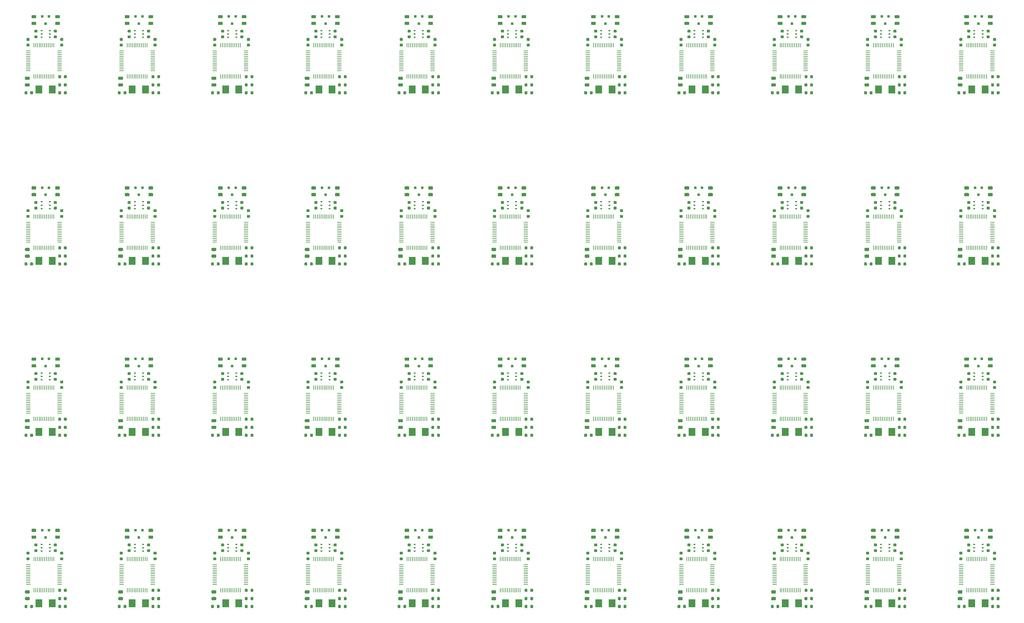
<source format=gbr>
G04 #@! TF.GenerationSoftware,KiCad,Pcbnew,5.0.2+dfsg1-1*
G04 #@! TF.CreationDate,2019-07-08T23:05:52+03:00*
G04 #@! TF.ProjectId,PocketAdmin_Panel,506f636b-6574-4416-946d-696e5f50616e,1.2*
G04 #@! TF.SameCoordinates,PX3dfd240PYd8f5fe0*
G04 #@! TF.FileFunction,Paste,Bot*
G04 #@! TF.FilePolarity,Positive*
%FSLAX46Y46*%
G04 Gerber Fmt 4.6, Leading zero omitted, Abs format (unit mm)*
G04 Created by KiCad (PCBNEW 5.0.2+dfsg1-1) date Mon 08 Jul 2019 11:05:52 PM MSK*
%MOMM*%
%LPD*%
G01*
G04 APERTURE LIST*
%ADD10C,0.100000*%
%ADD11C,0.775000*%
%ADD12R,1.900000X2.300000*%
%ADD13C,0.875000*%
%ADD14R,0.150000X1.200000*%
%ADD15R,1.200000X0.150000*%
%ADD16R,0.700000X0.800000*%
%ADD17R,0.600000X0.410000*%
G04 APERTURE END LIST*
D10*
G04 #@! TO.C,R1*
G36*
X272550241Y27774067D02*
X272569049Y27771277D01*
X272587493Y27766657D01*
X272605395Y27760252D01*
X272622583Y27752122D01*
X272638892Y27742347D01*
X272654164Y27731021D01*
X272668252Y27718252D01*
X272681021Y27704164D01*
X272692347Y27688892D01*
X272702122Y27672583D01*
X272710252Y27655395D01*
X272716657Y27637493D01*
X272721277Y27619049D01*
X272724067Y27600241D01*
X272725000Y27581250D01*
X272725000Y27193750D01*
X272724067Y27174759D01*
X272721277Y27155951D01*
X272716657Y27137507D01*
X272710252Y27119605D01*
X272702122Y27102417D01*
X272692347Y27086108D01*
X272681021Y27070836D01*
X272668252Y27056748D01*
X272654164Y27043979D01*
X272638892Y27032653D01*
X272622583Y27022878D01*
X272605395Y27014748D01*
X272587493Y27008343D01*
X272569049Y27003723D01*
X272550241Y27000933D01*
X272531250Y27000000D01*
X272068750Y27000000D01*
X272049759Y27000933D01*
X272030951Y27003723D01*
X272012507Y27008343D01*
X271994605Y27014748D01*
X271977417Y27022878D01*
X271961108Y27032653D01*
X271945836Y27043979D01*
X271931748Y27056748D01*
X271918979Y27070836D01*
X271907653Y27086108D01*
X271897878Y27102417D01*
X271889748Y27119605D01*
X271883343Y27137507D01*
X271878723Y27155951D01*
X271875933Y27174759D01*
X271875000Y27193750D01*
X271875000Y27581250D01*
X271875933Y27600241D01*
X271878723Y27619049D01*
X271883343Y27637493D01*
X271889748Y27655395D01*
X271897878Y27672583D01*
X271907653Y27688892D01*
X271918979Y27704164D01*
X271931748Y27718252D01*
X271945836Y27731021D01*
X271961108Y27742347D01*
X271977417Y27752122D01*
X271994605Y27760252D01*
X272012507Y27766657D01*
X272030951Y27771277D01*
X272049759Y27774067D01*
X272068750Y27775000D01*
X272531250Y27775000D01*
X272550241Y27774067D01*
X272550241Y27774067D01*
G37*
D11*
X272300000Y27387500D03*
D10*
G36*
X272550241Y26199067D02*
X272569049Y26196277D01*
X272587493Y26191657D01*
X272605395Y26185252D01*
X272622583Y26177122D01*
X272638892Y26167347D01*
X272654164Y26156021D01*
X272668252Y26143252D01*
X272681021Y26129164D01*
X272692347Y26113892D01*
X272702122Y26097583D01*
X272710252Y26080395D01*
X272716657Y26062493D01*
X272721277Y26044049D01*
X272724067Y26025241D01*
X272725000Y26006250D01*
X272725000Y25618750D01*
X272724067Y25599759D01*
X272721277Y25580951D01*
X272716657Y25562507D01*
X272710252Y25544605D01*
X272702122Y25527417D01*
X272692347Y25511108D01*
X272681021Y25495836D01*
X272668252Y25481748D01*
X272654164Y25468979D01*
X272638892Y25457653D01*
X272622583Y25447878D01*
X272605395Y25439748D01*
X272587493Y25433343D01*
X272569049Y25428723D01*
X272550241Y25425933D01*
X272531250Y25425000D01*
X272068750Y25425000D01*
X272049759Y25425933D01*
X272030951Y25428723D01*
X272012507Y25433343D01*
X271994605Y25439748D01*
X271977417Y25447878D01*
X271961108Y25457653D01*
X271945836Y25468979D01*
X271931748Y25481748D01*
X271918979Y25495836D01*
X271907653Y25511108D01*
X271897878Y25527417D01*
X271889748Y25544605D01*
X271883343Y25562507D01*
X271878723Y25580951D01*
X271875933Y25599759D01*
X271875000Y25618750D01*
X271875000Y26006250D01*
X271875933Y26025241D01*
X271878723Y26044049D01*
X271883343Y26062493D01*
X271889748Y26080395D01*
X271897878Y26097583D01*
X271907653Y26113892D01*
X271918979Y26129164D01*
X271931748Y26143252D01*
X271945836Y26156021D01*
X271961108Y26167347D01*
X271977417Y26177122D01*
X271994605Y26185252D01*
X272012507Y26191657D01*
X272030951Y26196277D01*
X272049759Y26199067D01*
X272068750Y26200000D01*
X272531250Y26200000D01*
X272550241Y26199067D01*
X272550241Y26199067D01*
G37*
D11*
X272300000Y25812500D03*
G04 #@! TD*
D10*
G04 #@! TO.C,R1*
G36*
X246550241Y27774067D02*
X246569049Y27771277D01*
X246587493Y27766657D01*
X246605395Y27760252D01*
X246622583Y27752122D01*
X246638892Y27742347D01*
X246654164Y27731021D01*
X246668252Y27718252D01*
X246681021Y27704164D01*
X246692347Y27688892D01*
X246702122Y27672583D01*
X246710252Y27655395D01*
X246716657Y27637493D01*
X246721277Y27619049D01*
X246724067Y27600241D01*
X246725000Y27581250D01*
X246725000Y27193750D01*
X246724067Y27174759D01*
X246721277Y27155951D01*
X246716657Y27137507D01*
X246710252Y27119605D01*
X246702122Y27102417D01*
X246692347Y27086108D01*
X246681021Y27070836D01*
X246668252Y27056748D01*
X246654164Y27043979D01*
X246638892Y27032653D01*
X246622583Y27022878D01*
X246605395Y27014748D01*
X246587493Y27008343D01*
X246569049Y27003723D01*
X246550241Y27000933D01*
X246531250Y27000000D01*
X246068750Y27000000D01*
X246049759Y27000933D01*
X246030951Y27003723D01*
X246012507Y27008343D01*
X245994605Y27014748D01*
X245977417Y27022878D01*
X245961108Y27032653D01*
X245945836Y27043979D01*
X245931748Y27056748D01*
X245918979Y27070836D01*
X245907653Y27086108D01*
X245897878Y27102417D01*
X245889748Y27119605D01*
X245883343Y27137507D01*
X245878723Y27155951D01*
X245875933Y27174759D01*
X245875000Y27193750D01*
X245875000Y27581250D01*
X245875933Y27600241D01*
X245878723Y27619049D01*
X245883343Y27637493D01*
X245889748Y27655395D01*
X245897878Y27672583D01*
X245907653Y27688892D01*
X245918979Y27704164D01*
X245931748Y27718252D01*
X245945836Y27731021D01*
X245961108Y27742347D01*
X245977417Y27752122D01*
X245994605Y27760252D01*
X246012507Y27766657D01*
X246030951Y27771277D01*
X246049759Y27774067D01*
X246068750Y27775000D01*
X246531250Y27775000D01*
X246550241Y27774067D01*
X246550241Y27774067D01*
G37*
D11*
X246300000Y27387500D03*
D10*
G36*
X246550241Y26199067D02*
X246569049Y26196277D01*
X246587493Y26191657D01*
X246605395Y26185252D01*
X246622583Y26177122D01*
X246638892Y26167347D01*
X246654164Y26156021D01*
X246668252Y26143252D01*
X246681021Y26129164D01*
X246692347Y26113892D01*
X246702122Y26097583D01*
X246710252Y26080395D01*
X246716657Y26062493D01*
X246721277Y26044049D01*
X246724067Y26025241D01*
X246725000Y26006250D01*
X246725000Y25618750D01*
X246724067Y25599759D01*
X246721277Y25580951D01*
X246716657Y25562507D01*
X246710252Y25544605D01*
X246702122Y25527417D01*
X246692347Y25511108D01*
X246681021Y25495836D01*
X246668252Y25481748D01*
X246654164Y25468979D01*
X246638892Y25457653D01*
X246622583Y25447878D01*
X246605395Y25439748D01*
X246587493Y25433343D01*
X246569049Y25428723D01*
X246550241Y25425933D01*
X246531250Y25425000D01*
X246068750Y25425000D01*
X246049759Y25425933D01*
X246030951Y25428723D01*
X246012507Y25433343D01*
X245994605Y25439748D01*
X245977417Y25447878D01*
X245961108Y25457653D01*
X245945836Y25468979D01*
X245931748Y25481748D01*
X245918979Y25495836D01*
X245907653Y25511108D01*
X245897878Y25527417D01*
X245889748Y25544605D01*
X245883343Y25562507D01*
X245878723Y25580951D01*
X245875933Y25599759D01*
X245875000Y25618750D01*
X245875000Y26006250D01*
X245875933Y26025241D01*
X245878723Y26044049D01*
X245883343Y26062493D01*
X245889748Y26080395D01*
X245897878Y26097583D01*
X245907653Y26113892D01*
X245918979Y26129164D01*
X245931748Y26143252D01*
X245945836Y26156021D01*
X245961108Y26167347D01*
X245977417Y26177122D01*
X245994605Y26185252D01*
X246012507Y26191657D01*
X246030951Y26196277D01*
X246049759Y26199067D01*
X246068750Y26200000D01*
X246531250Y26200000D01*
X246550241Y26199067D01*
X246550241Y26199067D01*
G37*
D11*
X246300000Y25812500D03*
G04 #@! TD*
D10*
G04 #@! TO.C,R1*
G36*
X220550241Y27774067D02*
X220569049Y27771277D01*
X220587493Y27766657D01*
X220605395Y27760252D01*
X220622583Y27752122D01*
X220638892Y27742347D01*
X220654164Y27731021D01*
X220668252Y27718252D01*
X220681021Y27704164D01*
X220692347Y27688892D01*
X220702122Y27672583D01*
X220710252Y27655395D01*
X220716657Y27637493D01*
X220721277Y27619049D01*
X220724067Y27600241D01*
X220725000Y27581250D01*
X220725000Y27193750D01*
X220724067Y27174759D01*
X220721277Y27155951D01*
X220716657Y27137507D01*
X220710252Y27119605D01*
X220702122Y27102417D01*
X220692347Y27086108D01*
X220681021Y27070836D01*
X220668252Y27056748D01*
X220654164Y27043979D01*
X220638892Y27032653D01*
X220622583Y27022878D01*
X220605395Y27014748D01*
X220587493Y27008343D01*
X220569049Y27003723D01*
X220550241Y27000933D01*
X220531250Y27000000D01*
X220068750Y27000000D01*
X220049759Y27000933D01*
X220030951Y27003723D01*
X220012507Y27008343D01*
X219994605Y27014748D01*
X219977417Y27022878D01*
X219961108Y27032653D01*
X219945836Y27043979D01*
X219931748Y27056748D01*
X219918979Y27070836D01*
X219907653Y27086108D01*
X219897878Y27102417D01*
X219889748Y27119605D01*
X219883343Y27137507D01*
X219878723Y27155951D01*
X219875933Y27174759D01*
X219875000Y27193750D01*
X219875000Y27581250D01*
X219875933Y27600241D01*
X219878723Y27619049D01*
X219883343Y27637493D01*
X219889748Y27655395D01*
X219897878Y27672583D01*
X219907653Y27688892D01*
X219918979Y27704164D01*
X219931748Y27718252D01*
X219945836Y27731021D01*
X219961108Y27742347D01*
X219977417Y27752122D01*
X219994605Y27760252D01*
X220012507Y27766657D01*
X220030951Y27771277D01*
X220049759Y27774067D01*
X220068750Y27775000D01*
X220531250Y27775000D01*
X220550241Y27774067D01*
X220550241Y27774067D01*
G37*
D11*
X220300000Y27387500D03*
D10*
G36*
X220550241Y26199067D02*
X220569049Y26196277D01*
X220587493Y26191657D01*
X220605395Y26185252D01*
X220622583Y26177122D01*
X220638892Y26167347D01*
X220654164Y26156021D01*
X220668252Y26143252D01*
X220681021Y26129164D01*
X220692347Y26113892D01*
X220702122Y26097583D01*
X220710252Y26080395D01*
X220716657Y26062493D01*
X220721277Y26044049D01*
X220724067Y26025241D01*
X220725000Y26006250D01*
X220725000Y25618750D01*
X220724067Y25599759D01*
X220721277Y25580951D01*
X220716657Y25562507D01*
X220710252Y25544605D01*
X220702122Y25527417D01*
X220692347Y25511108D01*
X220681021Y25495836D01*
X220668252Y25481748D01*
X220654164Y25468979D01*
X220638892Y25457653D01*
X220622583Y25447878D01*
X220605395Y25439748D01*
X220587493Y25433343D01*
X220569049Y25428723D01*
X220550241Y25425933D01*
X220531250Y25425000D01*
X220068750Y25425000D01*
X220049759Y25425933D01*
X220030951Y25428723D01*
X220012507Y25433343D01*
X219994605Y25439748D01*
X219977417Y25447878D01*
X219961108Y25457653D01*
X219945836Y25468979D01*
X219931748Y25481748D01*
X219918979Y25495836D01*
X219907653Y25511108D01*
X219897878Y25527417D01*
X219889748Y25544605D01*
X219883343Y25562507D01*
X219878723Y25580951D01*
X219875933Y25599759D01*
X219875000Y25618750D01*
X219875000Y26006250D01*
X219875933Y26025241D01*
X219878723Y26044049D01*
X219883343Y26062493D01*
X219889748Y26080395D01*
X219897878Y26097583D01*
X219907653Y26113892D01*
X219918979Y26129164D01*
X219931748Y26143252D01*
X219945836Y26156021D01*
X219961108Y26167347D01*
X219977417Y26177122D01*
X219994605Y26185252D01*
X220012507Y26191657D01*
X220030951Y26196277D01*
X220049759Y26199067D01*
X220068750Y26200000D01*
X220531250Y26200000D01*
X220550241Y26199067D01*
X220550241Y26199067D01*
G37*
D11*
X220300000Y25812500D03*
G04 #@! TD*
D10*
G04 #@! TO.C,R1*
G36*
X194550241Y27774067D02*
X194569049Y27771277D01*
X194587493Y27766657D01*
X194605395Y27760252D01*
X194622583Y27752122D01*
X194638892Y27742347D01*
X194654164Y27731021D01*
X194668252Y27718252D01*
X194681021Y27704164D01*
X194692347Y27688892D01*
X194702122Y27672583D01*
X194710252Y27655395D01*
X194716657Y27637493D01*
X194721277Y27619049D01*
X194724067Y27600241D01*
X194725000Y27581250D01*
X194725000Y27193750D01*
X194724067Y27174759D01*
X194721277Y27155951D01*
X194716657Y27137507D01*
X194710252Y27119605D01*
X194702122Y27102417D01*
X194692347Y27086108D01*
X194681021Y27070836D01*
X194668252Y27056748D01*
X194654164Y27043979D01*
X194638892Y27032653D01*
X194622583Y27022878D01*
X194605395Y27014748D01*
X194587493Y27008343D01*
X194569049Y27003723D01*
X194550241Y27000933D01*
X194531250Y27000000D01*
X194068750Y27000000D01*
X194049759Y27000933D01*
X194030951Y27003723D01*
X194012507Y27008343D01*
X193994605Y27014748D01*
X193977417Y27022878D01*
X193961108Y27032653D01*
X193945836Y27043979D01*
X193931748Y27056748D01*
X193918979Y27070836D01*
X193907653Y27086108D01*
X193897878Y27102417D01*
X193889748Y27119605D01*
X193883343Y27137507D01*
X193878723Y27155951D01*
X193875933Y27174759D01*
X193875000Y27193750D01*
X193875000Y27581250D01*
X193875933Y27600241D01*
X193878723Y27619049D01*
X193883343Y27637493D01*
X193889748Y27655395D01*
X193897878Y27672583D01*
X193907653Y27688892D01*
X193918979Y27704164D01*
X193931748Y27718252D01*
X193945836Y27731021D01*
X193961108Y27742347D01*
X193977417Y27752122D01*
X193994605Y27760252D01*
X194012507Y27766657D01*
X194030951Y27771277D01*
X194049759Y27774067D01*
X194068750Y27775000D01*
X194531250Y27775000D01*
X194550241Y27774067D01*
X194550241Y27774067D01*
G37*
D11*
X194300000Y27387500D03*
D10*
G36*
X194550241Y26199067D02*
X194569049Y26196277D01*
X194587493Y26191657D01*
X194605395Y26185252D01*
X194622583Y26177122D01*
X194638892Y26167347D01*
X194654164Y26156021D01*
X194668252Y26143252D01*
X194681021Y26129164D01*
X194692347Y26113892D01*
X194702122Y26097583D01*
X194710252Y26080395D01*
X194716657Y26062493D01*
X194721277Y26044049D01*
X194724067Y26025241D01*
X194725000Y26006250D01*
X194725000Y25618750D01*
X194724067Y25599759D01*
X194721277Y25580951D01*
X194716657Y25562507D01*
X194710252Y25544605D01*
X194702122Y25527417D01*
X194692347Y25511108D01*
X194681021Y25495836D01*
X194668252Y25481748D01*
X194654164Y25468979D01*
X194638892Y25457653D01*
X194622583Y25447878D01*
X194605395Y25439748D01*
X194587493Y25433343D01*
X194569049Y25428723D01*
X194550241Y25425933D01*
X194531250Y25425000D01*
X194068750Y25425000D01*
X194049759Y25425933D01*
X194030951Y25428723D01*
X194012507Y25433343D01*
X193994605Y25439748D01*
X193977417Y25447878D01*
X193961108Y25457653D01*
X193945836Y25468979D01*
X193931748Y25481748D01*
X193918979Y25495836D01*
X193907653Y25511108D01*
X193897878Y25527417D01*
X193889748Y25544605D01*
X193883343Y25562507D01*
X193878723Y25580951D01*
X193875933Y25599759D01*
X193875000Y25618750D01*
X193875000Y26006250D01*
X193875933Y26025241D01*
X193878723Y26044049D01*
X193883343Y26062493D01*
X193889748Y26080395D01*
X193897878Y26097583D01*
X193907653Y26113892D01*
X193918979Y26129164D01*
X193931748Y26143252D01*
X193945836Y26156021D01*
X193961108Y26167347D01*
X193977417Y26177122D01*
X193994605Y26185252D01*
X194012507Y26191657D01*
X194030951Y26196277D01*
X194049759Y26199067D01*
X194068750Y26200000D01*
X194531250Y26200000D01*
X194550241Y26199067D01*
X194550241Y26199067D01*
G37*
D11*
X194300000Y25812500D03*
G04 #@! TD*
D10*
G04 #@! TO.C,R1*
G36*
X168550241Y27774067D02*
X168569049Y27771277D01*
X168587493Y27766657D01*
X168605395Y27760252D01*
X168622583Y27752122D01*
X168638892Y27742347D01*
X168654164Y27731021D01*
X168668252Y27718252D01*
X168681021Y27704164D01*
X168692347Y27688892D01*
X168702122Y27672583D01*
X168710252Y27655395D01*
X168716657Y27637493D01*
X168721277Y27619049D01*
X168724067Y27600241D01*
X168725000Y27581250D01*
X168725000Y27193750D01*
X168724067Y27174759D01*
X168721277Y27155951D01*
X168716657Y27137507D01*
X168710252Y27119605D01*
X168702122Y27102417D01*
X168692347Y27086108D01*
X168681021Y27070836D01*
X168668252Y27056748D01*
X168654164Y27043979D01*
X168638892Y27032653D01*
X168622583Y27022878D01*
X168605395Y27014748D01*
X168587493Y27008343D01*
X168569049Y27003723D01*
X168550241Y27000933D01*
X168531250Y27000000D01*
X168068750Y27000000D01*
X168049759Y27000933D01*
X168030951Y27003723D01*
X168012507Y27008343D01*
X167994605Y27014748D01*
X167977417Y27022878D01*
X167961108Y27032653D01*
X167945836Y27043979D01*
X167931748Y27056748D01*
X167918979Y27070836D01*
X167907653Y27086108D01*
X167897878Y27102417D01*
X167889748Y27119605D01*
X167883343Y27137507D01*
X167878723Y27155951D01*
X167875933Y27174759D01*
X167875000Y27193750D01*
X167875000Y27581250D01*
X167875933Y27600241D01*
X167878723Y27619049D01*
X167883343Y27637493D01*
X167889748Y27655395D01*
X167897878Y27672583D01*
X167907653Y27688892D01*
X167918979Y27704164D01*
X167931748Y27718252D01*
X167945836Y27731021D01*
X167961108Y27742347D01*
X167977417Y27752122D01*
X167994605Y27760252D01*
X168012507Y27766657D01*
X168030951Y27771277D01*
X168049759Y27774067D01*
X168068750Y27775000D01*
X168531250Y27775000D01*
X168550241Y27774067D01*
X168550241Y27774067D01*
G37*
D11*
X168300000Y27387500D03*
D10*
G36*
X168550241Y26199067D02*
X168569049Y26196277D01*
X168587493Y26191657D01*
X168605395Y26185252D01*
X168622583Y26177122D01*
X168638892Y26167347D01*
X168654164Y26156021D01*
X168668252Y26143252D01*
X168681021Y26129164D01*
X168692347Y26113892D01*
X168702122Y26097583D01*
X168710252Y26080395D01*
X168716657Y26062493D01*
X168721277Y26044049D01*
X168724067Y26025241D01*
X168725000Y26006250D01*
X168725000Y25618750D01*
X168724067Y25599759D01*
X168721277Y25580951D01*
X168716657Y25562507D01*
X168710252Y25544605D01*
X168702122Y25527417D01*
X168692347Y25511108D01*
X168681021Y25495836D01*
X168668252Y25481748D01*
X168654164Y25468979D01*
X168638892Y25457653D01*
X168622583Y25447878D01*
X168605395Y25439748D01*
X168587493Y25433343D01*
X168569049Y25428723D01*
X168550241Y25425933D01*
X168531250Y25425000D01*
X168068750Y25425000D01*
X168049759Y25425933D01*
X168030951Y25428723D01*
X168012507Y25433343D01*
X167994605Y25439748D01*
X167977417Y25447878D01*
X167961108Y25457653D01*
X167945836Y25468979D01*
X167931748Y25481748D01*
X167918979Y25495836D01*
X167907653Y25511108D01*
X167897878Y25527417D01*
X167889748Y25544605D01*
X167883343Y25562507D01*
X167878723Y25580951D01*
X167875933Y25599759D01*
X167875000Y25618750D01*
X167875000Y26006250D01*
X167875933Y26025241D01*
X167878723Y26044049D01*
X167883343Y26062493D01*
X167889748Y26080395D01*
X167897878Y26097583D01*
X167907653Y26113892D01*
X167918979Y26129164D01*
X167931748Y26143252D01*
X167945836Y26156021D01*
X167961108Y26167347D01*
X167977417Y26177122D01*
X167994605Y26185252D01*
X168012507Y26191657D01*
X168030951Y26196277D01*
X168049759Y26199067D01*
X168068750Y26200000D01*
X168531250Y26200000D01*
X168550241Y26199067D01*
X168550241Y26199067D01*
G37*
D11*
X168300000Y25812500D03*
G04 #@! TD*
D10*
G04 #@! TO.C,R1*
G36*
X142550241Y27774067D02*
X142569049Y27771277D01*
X142587493Y27766657D01*
X142605395Y27760252D01*
X142622583Y27752122D01*
X142638892Y27742347D01*
X142654164Y27731021D01*
X142668252Y27718252D01*
X142681021Y27704164D01*
X142692347Y27688892D01*
X142702122Y27672583D01*
X142710252Y27655395D01*
X142716657Y27637493D01*
X142721277Y27619049D01*
X142724067Y27600241D01*
X142725000Y27581250D01*
X142725000Y27193750D01*
X142724067Y27174759D01*
X142721277Y27155951D01*
X142716657Y27137507D01*
X142710252Y27119605D01*
X142702122Y27102417D01*
X142692347Y27086108D01*
X142681021Y27070836D01*
X142668252Y27056748D01*
X142654164Y27043979D01*
X142638892Y27032653D01*
X142622583Y27022878D01*
X142605395Y27014748D01*
X142587493Y27008343D01*
X142569049Y27003723D01*
X142550241Y27000933D01*
X142531250Y27000000D01*
X142068750Y27000000D01*
X142049759Y27000933D01*
X142030951Y27003723D01*
X142012507Y27008343D01*
X141994605Y27014748D01*
X141977417Y27022878D01*
X141961108Y27032653D01*
X141945836Y27043979D01*
X141931748Y27056748D01*
X141918979Y27070836D01*
X141907653Y27086108D01*
X141897878Y27102417D01*
X141889748Y27119605D01*
X141883343Y27137507D01*
X141878723Y27155951D01*
X141875933Y27174759D01*
X141875000Y27193750D01*
X141875000Y27581250D01*
X141875933Y27600241D01*
X141878723Y27619049D01*
X141883343Y27637493D01*
X141889748Y27655395D01*
X141897878Y27672583D01*
X141907653Y27688892D01*
X141918979Y27704164D01*
X141931748Y27718252D01*
X141945836Y27731021D01*
X141961108Y27742347D01*
X141977417Y27752122D01*
X141994605Y27760252D01*
X142012507Y27766657D01*
X142030951Y27771277D01*
X142049759Y27774067D01*
X142068750Y27775000D01*
X142531250Y27775000D01*
X142550241Y27774067D01*
X142550241Y27774067D01*
G37*
D11*
X142300000Y27387500D03*
D10*
G36*
X142550241Y26199067D02*
X142569049Y26196277D01*
X142587493Y26191657D01*
X142605395Y26185252D01*
X142622583Y26177122D01*
X142638892Y26167347D01*
X142654164Y26156021D01*
X142668252Y26143252D01*
X142681021Y26129164D01*
X142692347Y26113892D01*
X142702122Y26097583D01*
X142710252Y26080395D01*
X142716657Y26062493D01*
X142721277Y26044049D01*
X142724067Y26025241D01*
X142725000Y26006250D01*
X142725000Y25618750D01*
X142724067Y25599759D01*
X142721277Y25580951D01*
X142716657Y25562507D01*
X142710252Y25544605D01*
X142702122Y25527417D01*
X142692347Y25511108D01*
X142681021Y25495836D01*
X142668252Y25481748D01*
X142654164Y25468979D01*
X142638892Y25457653D01*
X142622583Y25447878D01*
X142605395Y25439748D01*
X142587493Y25433343D01*
X142569049Y25428723D01*
X142550241Y25425933D01*
X142531250Y25425000D01*
X142068750Y25425000D01*
X142049759Y25425933D01*
X142030951Y25428723D01*
X142012507Y25433343D01*
X141994605Y25439748D01*
X141977417Y25447878D01*
X141961108Y25457653D01*
X141945836Y25468979D01*
X141931748Y25481748D01*
X141918979Y25495836D01*
X141907653Y25511108D01*
X141897878Y25527417D01*
X141889748Y25544605D01*
X141883343Y25562507D01*
X141878723Y25580951D01*
X141875933Y25599759D01*
X141875000Y25618750D01*
X141875000Y26006250D01*
X141875933Y26025241D01*
X141878723Y26044049D01*
X141883343Y26062493D01*
X141889748Y26080395D01*
X141897878Y26097583D01*
X141907653Y26113892D01*
X141918979Y26129164D01*
X141931748Y26143252D01*
X141945836Y26156021D01*
X141961108Y26167347D01*
X141977417Y26177122D01*
X141994605Y26185252D01*
X142012507Y26191657D01*
X142030951Y26196277D01*
X142049759Y26199067D01*
X142068750Y26200000D01*
X142531250Y26200000D01*
X142550241Y26199067D01*
X142550241Y26199067D01*
G37*
D11*
X142300000Y25812500D03*
G04 #@! TD*
D10*
G04 #@! TO.C,R1*
G36*
X116550241Y27774067D02*
X116569049Y27771277D01*
X116587493Y27766657D01*
X116605395Y27760252D01*
X116622583Y27752122D01*
X116638892Y27742347D01*
X116654164Y27731021D01*
X116668252Y27718252D01*
X116681021Y27704164D01*
X116692347Y27688892D01*
X116702122Y27672583D01*
X116710252Y27655395D01*
X116716657Y27637493D01*
X116721277Y27619049D01*
X116724067Y27600241D01*
X116725000Y27581250D01*
X116725000Y27193750D01*
X116724067Y27174759D01*
X116721277Y27155951D01*
X116716657Y27137507D01*
X116710252Y27119605D01*
X116702122Y27102417D01*
X116692347Y27086108D01*
X116681021Y27070836D01*
X116668252Y27056748D01*
X116654164Y27043979D01*
X116638892Y27032653D01*
X116622583Y27022878D01*
X116605395Y27014748D01*
X116587493Y27008343D01*
X116569049Y27003723D01*
X116550241Y27000933D01*
X116531250Y27000000D01*
X116068750Y27000000D01*
X116049759Y27000933D01*
X116030951Y27003723D01*
X116012507Y27008343D01*
X115994605Y27014748D01*
X115977417Y27022878D01*
X115961108Y27032653D01*
X115945836Y27043979D01*
X115931748Y27056748D01*
X115918979Y27070836D01*
X115907653Y27086108D01*
X115897878Y27102417D01*
X115889748Y27119605D01*
X115883343Y27137507D01*
X115878723Y27155951D01*
X115875933Y27174759D01*
X115875000Y27193750D01*
X115875000Y27581250D01*
X115875933Y27600241D01*
X115878723Y27619049D01*
X115883343Y27637493D01*
X115889748Y27655395D01*
X115897878Y27672583D01*
X115907653Y27688892D01*
X115918979Y27704164D01*
X115931748Y27718252D01*
X115945836Y27731021D01*
X115961108Y27742347D01*
X115977417Y27752122D01*
X115994605Y27760252D01*
X116012507Y27766657D01*
X116030951Y27771277D01*
X116049759Y27774067D01*
X116068750Y27775000D01*
X116531250Y27775000D01*
X116550241Y27774067D01*
X116550241Y27774067D01*
G37*
D11*
X116300000Y27387500D03*
D10*
G36*
X116550241Y26199067D02*
X116569049Y26196277D01*
X116587493Y26191657D01*
X116605395Y26185252D01*
X116622583Y26177122D01*
X116638892Y26167347D01*
X116654164Y26156021D01*
X116668252Y26143252D01*
X116681021Y26129164D01*
X116692347Y26113892D01*
X116702122Y26097583D01*
X116710252Y26080395D01*
X116716657Y26062493D01*
X116721277Y26044049D01*
X116724067Y26025241D01*
X116725000Y26006250D01*
X116725000Y25618750D01*
X116724067Y25599759D01*
X116721277Y25580951D01*
X116716657Y25562507D01*
X116710252Y25544605D01*
X116702122Y25527417D01*
X116692347Y25511108D01*
X116681021Y25495836D01*
X116668252Y25481748D01*
X116654164Y25468979D01*
X116638892Y25457653D01*
X116622583Y25447878D01*
X116605395Y25439748D01*
X116587493Y25433343D01*
X116569049Y25428723D01*
X116550241Y25425933D01*
X116531250Y25425000D01*
X116068750Y25425000D01*
X116049759Y25425933D01*
X116030951Y25428723D01*
X116012507Y25433343D01*
X115994605Y25439748D01*
X115977417Y25447878D01*
X115961108Y25457653D01*
X115945836Y25468979D01*
X115931748Y25481748D01*
X115918979Y25495836D01*
X115907653Y25511108D01*
X115897878Y25527417D01*
X115889748Y25544605D01*
X115883343Y25562507D01*
X115878723Y25580951D01*
X115875933Y25599759D01*
X115875000Y25618750D01*
X115875000Y26006250D01*
X115875933Y26025241D01*
X115878723Y26044049D01*
X115883343Y26062493D01*
X115889748Y26080395D01*
X115897878Y26097583D01*
X115907653Y26113892D01*
X115918979Y26129164D01*
X115931748Y26143252D01*
X115945836Y26156021D01*
X115961108Y26167347D01*
X115977417Y26177122D01*
X115994605Y26185252D01*
X116012507Y26191657D01*
X116030951Y26196277D01*
X116049759Y26199067D01*
X116068750Y26200000D01*
X116531250Y26200000D01*
X116550241Y26199067D01*
X116550241Y26199067D01*
G37*
D11*
X116300000Y25812500D03*
G04 #@! TD*
D10*
G04 #@! TO.C,R1*
G36*
X90550241Y27774067D02*
X90569049Y27771277D01*
X90587493Y27766657D01*
X90605395Y27760252D01*
X90622583Y27752122D01*
X90638892Y27742347D01*
X90654164Y27731021D01*
X90668252Y27718252D01*
X90681021Y27704164D01*
X90692347Y27688892D01*
X90702122Y27672583D01*
X90710252Y27655395D01*
X90716657Y27637493D01*
X90721277Y27619049D01*
X90724067Y27600241D01*
X90725000Y27581250D01*
X90725000Y27193750D01*
X90724067Y27174759D01*
X90721277Y27155951D01*
X90716657Y27137507D01*
X90710252Y27119605D01*
X90702122Y27102417D01*
X90692347Y27086108D01*
X90681021Y27070836D01*
X90668252Y27056748D01*
X90654164Y27043979D01*
X90638892Y27032653D01*
X90622583Y27022878D01*
X90605395Y27014748D01*
X90587493Y27008343D01*
X90569049Y27003723D01*
X90550241Y27000933D01*
X90531250Y27000000D01*
X90068750Y27000000D01*
X90049759Y27000933D01*
X90030951Y27003723D01*
X90012507Y27008343D01*
X89994605Y27014748D01*
X89977417Y27022878D01*
X89961108Y27032653D01*
X89945836Y27043979D01*
X89931748Y27056748D01*
X89918979Y27070836D01*
X89907653Y27086108D01*
X89897878Y27102417D01*
X89889748Y27119605D01*
X89883343Y27137507D01*
X89878723Y27155951D01*
X89875933Y27174759D01*
X89875000Y27193750D01*
X89875000Y27581250D01*
X89875933Y27600241D01*
X89878723Y27619049D01*
X89883343Y27637493D01*
X89889748Y27655395D01*
X89897878Y27672583D01*
X89907653Y27688892D01*
X89918979Y27704164D01*
X89931748Y27718252D01*
X89945836Y27731021D01*
X89961108Y27742347D01*
X89977417Y27752122D01*
X89994605Y27760252D01*
X90012507Y27766657D01*
X90030951Y27771277D01*
X90049759Y27774067D01*
X90068750Y27775000D01*
X90531250Y27775000D01*
X90550241Y27774067D01*
X90550241Y27774067D01*
G37*
D11*
X90300000Y27387500D03*
D10*
G36*
X90550241Y26199067D02*
X90569049Y26196277D01*
X90587493Y26191657D01*
X90605395Y26185252D01*
X90622583Y26177122D01*
X90638892Y26167347D01*
X90654164Y26156021D01*
X90668252Y26143252D01*
X90681021Y26129164D01*
X90692347Y26113892D01*
X90702122Y26097583D01*
X90710252Y26080395D01*
X90716657Y26062493D01*
X90721277Y26044049D01*
X90724067Y26025241D01*
X90725000Y26006250D01*
X90725000Y25618750D01*
X90724067Y25599759D01*
X90721277Y25580951D01*
X90716657Y25562507D01*
X90710252Y25544605D01*
X90702122Y25527417D01*
X90692347Y25511108D01*
X90681021Y25495836D01*
X90668252Y25481748D01*
X90654164Y25468979D01*
X90638892Y25457653D01*
X90622583Y25447878D01*
X90605395Y25439748D01*
X90587493Y25433343D01*
X90569049Y25428723D01*
X90550241Y25425933D01*
X90531250Y25425000D01*
X90068750Y25425000D01*
X90049759Y25425933D01*
X90030951Y25428723D01*
X90012507Y25433343D01*
X89994605Y25439748D01*
X89977417Y25447878D01*
X89961108Y25457653D01*
X89945836Y25468979D01*
X89931748Y25481748D01*
X89918979Y25495836D01*
X89907653Y25511108D01*
X89897878Y25527417D01*
X89889748Y25544605D01*
X89883343Y25562507D01*
X89878723Y25580951D01*
X89875933Y25599759D01*
X89875000Y25618750D01*
X89875000Y26006250D01*
X89875933Y26025241D01*
X89878723Y26044049D01*
X89883343Y26062493D01*
X89889748Y26080395D01*
X89897878Y26097583D01*
X89907653Y26113892D01*
X89918979Y26129164D01*
X89931748Y26143252D01*
X89945836Y26156021D01*
X89961108Y26167347D01*
X89977417Y26177122D01*
X89994605Y26185252D01*
X90012507Y26191657D01*
X90030951Y26196277D01*
X90049759Y26199067D01*
X90068750Y26200000D01*
X90531250Y26200000D01*
X90550241Y26199067D01*
X90550241Y26199067D01*
G37*
D11*
X90300000Y25812500D03*
G04 #@! TD*
D10*
G04 #@! TO.C,R1*
G36*
X64550241Y27774067D02*
X64569049Y27771277D01*
X64587493Y27766657D01*
X64605395Y27760252D01*
X64622583Y27752122D01*
X64638892Y27742347D01*
X64654164Y27731021D01*
X64668252Y27718252D01*
X64681021Y27704164D01*
X64692347Y27688892D01*
X64702122Y27672583D01*
X64710252Y27655395D01*
X64716657Y27637493D01*
X64721277Y27619049D01*
X64724067Y27600241D01*
X64725000Y27581250D01*
X64725000Y27193750D01*
X64724067Y27174759D01*
X64721277Y27155951D01*
X64716657Y27137507D01*
X64710252Y27119605D01*
X64702122Y27102417D01*
X64692347Y27086108D01*
X64681021Y27070836D01*
X64668252Y27056748D01*
X64654164Y27043979D01*
X64638892Y27032653D01*
X64622583Y27022878D01*
X64605395Y27014748D01*
X64587493Y27008343D01*
X64569049Y27003723D01*
X64550241Y27000933D01*
X64531250Y27000000D01*
X64068750Y27000000D01*
X64049759Y27000933D01*
X64030951Y27003723D01*
X64012507Y27008343D01*
X63994605Y27014748D01*
X63977417Y27022878D01*
X63961108Y27032653D01*
X63945836Y27043979D01*
X63931748Y27056748D01*
X63918979Y27070836D01*
X63907653Y27086108D01*
X63897878Y27102417D01*
X63889748Y27119605D01*
X63883343Y27137507D01*
X63878723Y27155951D01*
X63875933Y27174759D01*
X63875000Y27193750D01*
X63875000Y27581250D01*
X63875933Y27600241D01*
X63878723Y27619049D01*
X63883343Y27637493D01*
X63889748Y27655395D01*
X63897878Y27672583D01*
X63907653Y27688892D01*
X63918979Y27704164D01*
X63931748Y27718252D01*
X63945836Y27731021D01*
X63961108Y27742347D01*
X63977417Y27752122D01*
X63994605Y27760252D01*
X64012507Y27766657D01*
X64030951Y27771277D01*
X64049759Y27774067D01*
X64068750Y27775000D01*
X64531250Y27775000D01*
X64550241Y27774067D01*
X64550241Y27774067D01*
G37*
D11*
X64300000Y27387500D03*
D10*
G36*
X64550241Y26199067D02*
X64569049Y26196277D01*
X64587493Y26191657D01*
X64605395Y26185252D01*
X64622583Y26177122D01*
X64638892Y26167347D01*
X64654164Y26156021D01*
X64668252Y26143252D01*
X64681021Y26129164D01*
X64692347Y26113892D01*
X64702122Y26097583D01*
X64710252Y26080395D01*
X64716657Y26062493D01*
X64721277Y26044049D01*
X64724067Y26025241D01*
X64725000Y26006250D01*
X64725000Y25618750D01*
X64724067Y25599759D01*
X64721277Y25580951D01*
X64716657Y25562507D01*
X64710252Y25544605D01*
X64702122Y25527417D01*
X64692347Y25511108D01*
X64681021Y25495836D01*
X64668252Y25481748D01*
X64654164Y25468979D01*
X64638892Y25457653D01*
X64622583Y25447878D01*
X64605395Y25439748D01*
X64587493Y25433343D01*
X64569049Y25428723D01*
X64550241Y25425933D01*
X64531250Y25425000D01*
X64068750Y25425000D01*
X64049759Y25425933D01*
X64030951Y25428723D01*
X64012507Y25433343D01*
X63994605Y25439748D01*
X63977417Y25447878D01*
X63961108Y25457653D01*
X63945836Y25468979D01*
X63931748Y25481748D01*
X63918979Y25495836D01*
X63907653Y25511108D01*
X63897878Y25527417D01*
X63889748Y25544605D01*
X63883343Y25562507D01*
X63878723Y25580951D01*
X63875933Y25599759D01*
X63875000Y25618750D01*
X63875000Y26006250D01*
X63875933Y26025241D01*
X63878723Y26044049D01*
X63883343Y26062493D01*
X63889748Y26080395D01*
X63897878Y26097583D01*
X63907653Y26113892D01*
X63918979Y26129164D01*
X63931748Y26143252D01*
X63945836Y26156021D01*
X63961108Y26167347D01*
X63977417Y26177122D01*
X63994605Y26185252D01*
X64012507Y26191657D01*
X64030951Y26196277D01*
X64049759Y26199067D01*
X64068750Y26200000D01*
X64531250Y26200000D01*
X64550241Y26199067D01*
X64550241Y26199067D01*
G37*
D11*
X64300000Y25812500D03*
G04 #@! TD*
D10*
G04 #@! TO.C,R1*
G36*
X38550241Y27774067D02*
X38569049Y27771277D01*
X38587493Y27766657D01*
X38605395Y27760252D01*
X38622583Y27752122D01*
X38638892Y27742347D01*
X38654164Y27731021D01*
X38668252Y27718252D01*
X38681021Y27704164D01*
X38692347Y27688892D01*
X38702122Y27672583D01*
X38710252Y27655395D01*
X38716657Y27637493D01*
X38721277Y27619049D01*
X38724067Y27600241D01*
X38725000Y27581250D01*
X38725000Y27193750D01*
X38724067Y27174759D01*
X38721277Y27155951D01*
X38716657Y27137507D01*
X38710252Y27119605D01*
X38702122Y27102417D01*
X38692347Y27086108D01*
X38681021Y27070836D01*
X38668252Y27056748D01*
X38654164Y27043979D01*
X38638892Y27032653D01*
X38622583Y27022878D01*
X38605395Y27014748D01*
X38587493Y27008343D01*
X38569049Y27003723D01*
X38550241Y27000933D01*
X38531250Y27000000D01*
X38068750Y27000000D01*
X38049759Y27000933D01*
X38030951Y27003723D01*
X38012507Y27008343D01*
X37994605Y27014748D01*
X37977417Y27022878D01*
X37961108Y27032653D01*
X37945836Y27043979D01*
X37931748Y27056748D01*
X37918979Y27070836D01*
X37907653Y27086108D01*
X37897878Y27102417D01*
X37889748Y27119605D01*
X37883343Y27137507D01*
X37878723Y27155951D01*
X37875933Y27174759D01*
X37875000Y27193750D01*
X37875000Y27581250D01*
X37875933Y27600241D01*
X37878723Y27619049D01*
X37883343Y27637493D01*
X37889748Y27655395D01*
X37897878Y27672583D01*
X37907653Y27688892D01*
X37918979Y27704164D01*
X37931748Y27718252D01*
X37945836Y27731021D01*
X37961108Y27742347D01*
X37977417Y27752122D01*
X37994605Y27760252D01*
X38012507Y27766657D01*
X38030951Y27771277D01*
X38049759Y27774067D01*
X38068750Y27775000D01*
X38531250Y27775000D01*
X38550241Y27774067D01*
X38550241Y27774067D01*
G37*
D11*
X38300000Y27387500D03*
D10*
G36*
X38550241Y26199067D02*
X38569049Y26196277D01*
X38587493Y26191657D01*
X38605395Y26185252D01*
X38622583Y26177122D01*
X38638892Y26167347D01*
X38654164Y26156021D01*
X38668252Y26143252D01*
X38681021Y26129164D01*
X38692347Y26113892D01*
X38702122Y26097583D01*
X38710252Y26080395D01*
X38716657Y26062493D01*
X38721277Y26044049D01*
X38724067Y26025241D01*
X38725000Y26006250D01*
X38725000Y25618750D01*
X38724067Y25599759D01*
X38721277Y25580951D01*
X38716657Y25562507D01*
X38710252Y25544605D01*
X38702122Y25527417D01*
X38692347Y25511108D01*
X38681021Y25495836D01*
X38668252Y25481748D01*
X38654164Y25468979D01*
X38638892Y25457653D01*
X38622583Y25447878D01*
X38605395Y25439748D01*
X38587493Y25433343D01*
X38569049Y25428723D01*
X38550241Y25425933D01*
X38531250Y25425000D01*
X38068750Y25425000D01*
X38049759Y25425933D01*
X38030951Y25428723D01*
X38012507Y25433343D01*
X37994605Y25439748D01*
X37977417Y25447878D01*
X37961108Y25457653D01*
X37945836Y25468979D01*
X37931748Y25481748D01*
X37918979Y25495836D01*
X37907653Y25511108D01*
X37897878Y25527417D01*
X37889748Y25544605D01*
X37883343Y25562507D01*
X37878723Y25580951D01*
X37875933Y25599759D01*
X37875000Y25618750D01*
X37875000Y26006250D01*
X37875933Y26025241D01*
X37878723Y26044049D01*
X37883343Y26062493D01*
X37889748Y26080395D01*
X37897878Y26097583D01*
X37907653Y26113892D01*
X37918979Y26129164D01*
X37931748Y26143252D01*
X37945836Y26156021D01*
X37961108Y26167347D01*
X37977417Y26177122D01*
X37994605Y26185252D01*
X38012507Y26191657D01*
X38030951Y26196277D01*
X38049759Y26199067D01*
X38068750Y26200000D01*
X38531250Y26200000D01*
X38550241Y26199067D01*
X38550241Y26199067D01*
G37*
D11*
X38300000Y25812500D03*
G04 #@! TD*
D10*
G04 #@! TO.C,R1*
G36*
X12550241Y27774067D02*
X12569049Y27771277D01*
X12587493Y27766657D01*
X12605395Y27760252D01*
X12622583Y27752122D01*
X12638892Y27742347D01*
X12654164Y27731021D01*
X12668252Y27718252D01*
X12681021Y27704164D01*
X12692347Y27688892D01*
X12702122Y27672583D01*
X12710252Y27655395D01*
X12716657Y27637493D01*
X12721277Y27619049D01*
X12724067Y27600241D01*
X12725000Y27581250D01*
X12725000Y27193750D01*
X12724067Y27174759D01*
X12721277Y27155951D01*
X12716657Y27137507D01*
X12710252Y27119605D01*
X12702122Y27102417D01*
X12692347Y27086108D01*
X12681021Y27070836D01*
X12668252Y27056748D01*
X12654164Y27043979D01*
X12638892Y27032653D01*
X12622583Y27022878D01*
X12605395Y27014748D01*
X12587493Y27008343D01*
X12569049Y27003723D01*
X12550241Y27000933D01*
X12531250Y27000000D01*
X12068750Y27000000D01*
X12049759Y27000933D01*
X12030951Y27003723D01*
X12012507Y27008343D01*
X11994605Y27014748D01*
X11977417Y27022878D01*
X11961108Y27032653D01*
X11945836Y27043979D01*
X11931748Y27056748D01*
X11918979Y27070836D01*
X11907653Y27086108D01*
X11897878Y27102417D01*
X11889748Y27119605D01*
X11883343Y27137507D01*
X11878723Y27155951D01*
X11875933Y27174759D01*
X11875000Y27193750D01*
X11875000Y27581250D01*
X11875933Y27600241D01*
X11878723Y27619049D01*
X11883343Y27637493D01*
X11889748Y27655395D01*
X11897878Y27672583D01*
X11907653Y27688892D01*
X11918979Y27704164D01*
X11931748Y27718252D01*
X11945836Y27731021D01*
X11961108Y27742347D01*
X11977417Y27752122D01*
X11994605Y27760252D01*
X12012507Y27766657D01*
X12030951Y27771277D01*
X12049759Y27774067D01*
X12068750Y27775000D01*
X12531250Y27775000D01*
X12550241Y27774067D01*
X12550241Y27774067D01*
G37*
D11*
X12300000Y27387500D03*
D10*
G36*
X12550241Y26199067D02*
X12569049Y26196277D01*
X12587493Y26191657D01*
X12605395Y26185252D01*
X12622583Y26177122D01*
X12638892Y26167347D01*
X12654164Y26156021D01*
X12668252Y26143252D01*
X12681021Y26129164D01*
X12692347Y26113892D01*
X12702122Y26097583D01*
X12710252Y26080395D01*
X12716657Y26062493D01*
X12721277Y26044049D01*
X12724067Y26025241D01*
X12725000Y26006250D01*
X12725000Y25618750D01*
X12724067Y25599759D01*
X12721277Y25580951D01*
X12716657Y25562507D01*
X12710252Y25544605D01*
X12702122Y25527417D01*
X12692347Y25511108D01*
X12681021Y25495836D01*
X12668252Y25481748D01*
X12654164Y25468979D01*
X12638892Y25457653D01*
X12622583Y25447878D01*
X12605395Y25439748D01*
X12587493Y25433343D01*
X12569049Y25428723D01*
X12550241Y25425933D01*
X12531250Y25425000D01*
X12068750Y25425000D01*
X12049759Y25425933D01*
X12030951Y25428723D01*
X12012507Y25433343D01*
X11994605Y25439748D01*
X11977417Y25447878D01*
X11961108Y25457653D01*
X11945836Y25468979D01*
X11931748Y25481748D01*
X11918979Y25495836D01*
X11907653Y25511108D01*
X11897878Y25527417D01*
X11889748Y25544605D01*
X11883343Y25562507D01*
X11878723Y25580951D01*
X11875933Y25599759D01*
X11875000Y25618750D01*
X11875000Y26006250D01*
X11875933Y26025241D01*
X11878723Y26044049D01*
X11883343Y26062493D01*
X11889748Y26080395D01*
X11897878Y26097583D01*
X11907653Y26113892D01*
X11918979Y26129164D01*
X11931748Y26143252D01*
X11945836Y26156021D01*
X11961108Y26167347D01*
X11977417Y26177122D01*
X11994605Y26185252D01*
X12012507Y26191657D01*
X12030951Y26196277D01*
X12049759Y26199067D01*
X12068750Y26200000D01*
X12531250Y26200000D01*
X12550241Y26199067D01*
X12550241Y26199067D01*
G37*
D11*
X12300000Y25812500D03*
G04 #@! TD*
D10*
G04 #@! TO.C,R1*
G36*
X272550241Y75574067D02*
X272569049Y75571277D01*
X272587493Y75566657D01*
X272605395Y75560252D01*
X272622583Y75552122D01*
X272638892Y75542347D01*
X272654164Y75531021D01*
X272668252Y75518252D01*
X272681021Y75504164D01*
X272692347Y75488892D01*
X272702122Y75472583D01*
X272710252Y75455395D01*
X272716657Y75437493D01*
X272721277Y75419049D01*
X272724067Y75400241D01*
X272725000Y75381250D01*
X272725000Y74993750D01*
X272724067Y74974759D01*
X272721277Y74955951D01*
X272716657Y74937507D01*
X272710252Y74919605D01*
X272702122Y74902417D01*
X272692347Y74886108D01*
X272681021Y74870836D01*
X272668252Y74856748D01*
X272654164Y74843979D01*
X272638892Y74832653D01*
X272622583Y74822878D01*
X272605395Y74814748D01*
X272587493Y74808343D01*
X272569049Y74803723D01*
X272550241Y74800933D01*
X272531250Y74800000D01*
X272068750Y74800000D01*
X272049759Y74800933D01*
X272030951Y74803723D01*
X272012507Y74808343D01*
X271994605Y74814748D01*
X271977417Y74822878D01*
X271961108Y74832653D01*
X271945836Y74843979D01*
X271931748Y74856748D01*
X271918979Y74870836D01*
X271907653Y74886108D01*
X271897878Y74902417D01*
X271889748Y74919605D01*
X271883343Y74937507D01*
X271878723Y74955951D01*
X271875933Y74974759D01*
X271875000Y74993750D01*
X271875000Y75381250D01*
X271875933Y75400241D01*
X271878723Y75419049D01*
X271883343Y75437493D01*
X271889748Y75455395D01*
X271897878Y75472583D01*
X271907653Y75488892D01*
X271918979Y75504164D01*
X271931748Y75518252D01*
X271945836Y75531021D01*
X271961108Y75542347D01*
X271977417Y75552122D01*
X271994605Y75560252D01*
X272012507Y75566657D01*
X272030951Y75571277D01*
X272049759Y75574067D01*
X272068750Y75575000D01*
X272531250Y75575000D01*
X272550241Y75574067D01*
X272550241Y75574067D01*
G37*
D11*
X272300000Y75187500D03*
D10*
G36*
X272550241Y73999067D02*
X272569049Y73996277D01*
X272587493Y73991657D01*
X272605395Y73985252D01*
X272622583Y73977122D01*
X272638892Y73967347D01*
X272654164Y73956021D01*
X272668252Y73943252D01*
X272681021Y73929164D01*
X272692347Y73913892D01*
X272702122Y73897583D01*
X272710252Y73880395D01*
X272716657Y73862493D01*
X272721277Y73844049D01*
X272724067Y73825241D01*
X272725000Y73806250D01*
X272725000Y73418750D01*
X272724067Y73399759D01*
X272721277Y73380951D01*
X272716657Y73362507D01*
X272710252Y73344605D01*
X272702122Y73327417D01*
X272692347Y73311108D01*
X272681021Y73295836D01*
X272668252Y73281748D01*
X272654164Y73268979D01*
X272638892Y73257653D01*
X272622583Y73247878D01*
X272605395Y73239748D01*
X272587493Y73233343D01*
X272569049Y73228723D01*
X272550241Y73225933D01*
X272531250Y73225000D01*
X272068750Y73225000D01*
X272049759Y73225933D01*
X272030951Y73228723D01*
X272012507Y73233343D01*
X271994605Y73239748D01*
X271977417Y73247878D01*
X271961108Y73257653D01*
X271945836Y73268979D01*
X271931748Y73281748D01*
X271918979Y73295836D01*
X271907653Y73311108D01*
X271897878Y73327417D01*
X271889748Y73344605D01*
X271883343Y73362507D01*
X271878723Y73380951D01*
X271875933Y73399759D01*
X271875000Y73418750D01*
X271875000Y73806250D01*
X271875933Y73825241D01*
X271878723Y73844049D01*
X271883343Y73862493D01*
X271889748Y73880395D01*
X271897878Y73897583D01*
X271907653Y73913892D01*
X271918979Y73929164D01*
X271931748Y73943252D01*
X271945836Y73956021D01*
X271961108Y73967347D01*
X271977417Y73977122D01*
X271994605Y73985252D01*
X272012507Y73991657D01*
X272030951Y73996277D01*
X272049759Y73999067D01*
X272068750Y74000000D01*
X272531250Y74000000D01*
X272550241Y73999067D01*
X272550241Y73999067D01*
G37*
D11*
X272300000Y73612500D03*
G04 #@! TD*
D10*
G04 #@! TO.C,R1*
G36*
X246550241Y75574067D02*
X246569049Y75571277D01*
X246587493Y75566657D01*
X246605395Y75560252D01*
X246622583Y75552122D01*
X246638892Y75542347D01*
X246654164Y75531021D01*
X246668252Y75518252D01*
X246681021Y75504164D01*
X246692347Y75488892D01*
X246702122Y75472583D01*
X246710252Y75455395D01*
X246716657Y75437493D01*
X246721277Y75419049D01*
X246724067Y75400241D01*
X246725000Y75381250D01*
X246725000Y74993750D01*
X246724067Y74974759D01*
X246721277Y74955951D01*
X246716657Y74937507D01*
X246710252Y74919605D01*
X246702122Y74902417D01*
X246692347Y74886108D01*
X246681021Y74870836D01*
X246668252Y74856748D01*
X246654164Y74843979D01*
X246638892Y74832653D01*
X246622583Y74822878D01*
X246605395Y74814748D01*
X246587493Y74808343D01*
X246569049Y74803723D01*
X246550241Y74800933D01*
X246531250Y74800000D01*
X246068750Y74800000D01*
X246049759Y74800933D01*
X246030951Y74803723D01*
X246012507Y74808343D01*
X245994605Y74814748D01*
X245977417Y74822878D01*
X245961108Y74832653D01*
X245945836Y74843979D01*
X245931748Y74856748D01*
X245918979Y74870836D01*
X245907653Y74886108D01*
X245897878Y74902417D01*
X245889748Y74919605D01*
X245883343Y74937507D01*
X245878723Y74955951D01*
X245875933Y74974759D01*
X245875000Y74993750D01*
X245875000Y75381250D01*
X245875933Y75400241D01*
X245878723Y75419049D01*
X245883343Y75437493D01*
X245889748Y75455395D01*
X245897878Y75472583D01*
X245907653Y75488892D01*
X245918979Y75504164D01*
X245931748Y75518252D01*
X245945836Y75531021D01*
X245961108Y75542347D01*
X245977417Y75552122D01*
X245994605Y75560252D01*
X246012507Y75566657D01*
X246030951Y75571277D01*
X246049759Y75574067D01*
X246068750Y75575000D01*
X246531250Y75575000D01*
X246550241Y75574067D01*
X246550241Y75574067D01*
G37*
D11*
X246300000Y75187500D03*
D10*
G36*
X246550241Y73999067D02*
X246569049Y73996277D01*
X246587493Y73991657D01*
X246605395Y73985252D01*
X246622583Y73977122D01*
X246638892Y73967347D01*
X246654164Y73956021D01*
X246668252Y73943252D01*
X246681021Y73929164D01*
X246692347Y73913892D01*
X246702122Y73897583D01*
X246710252Y73880395D01*
X246716657Y73862493D01*
X246721277Y73844049D01*
X246724067Y73825241D01*
X246725000Y73806250D01*
X246725000Y73418750D01*
X246724067Y73399759D01*
X246721277Y73380951D01*
X246716657Y73362507D01*
X246710252Y73344605D01*
X246702122Y73327417D01*
X246692347Y73311108D01*
X246681021Y73295836D01*
X246668252Y73281748D01*
X246654164Y73268979D01*
X246638892Y73257653D01*
X246622583Y73247878D01*
X246605395Y73239748D01*
X246587493Y73233343D01*
X246569049Y73228723D01*
X246550241Y73225933D01*
X246531250Y73225000D01*
X246068750Y73225000D01*
X246049759Y73225933D01*
X246030951Y73228723D01*
X246012507Y73233343D01*
X245994605Y73239748D01*
X245977417Y73247878D01*
X245961108Y73257653D01*
X245945836Y73268979D01*
X245931748Y73281748D01*
X245918979Y73295836D01*
X245907653Y73311108D01*
X245897878Y73327417D01*
X245889748Y73344605D01*
X245883343Y73362507D01*
X245878723Y73380951D01*
X245875933Y73399759D01*
X245875000Y73418750D01*
X245875000Y73806250D01*
X245875933Y73825241D01*
X245878723Y73844049D01*
X245883343Y73862493D01*
X245889748Y73880395D01*
X245897878Y73897583D01*
X245907653Y73913892D01*
X245918979Y73929164D01*
X245931748Y73943252D01*
X245945836Y73956021D01*
X245961108Y73967347D01*
X245977417Y73977122D01*
X245994605Y73985252D01*
X246012507Y73991657D01*
X246030951Y73996277D01*
X246049759Y73999067D01*
X246068750Y74000000D01*
X246531250Y74000000D01*
X246550241Y73999067D01*
X246550241Y73999067D01*
G37*
D11*
X246300000Y73612500D03*
G04 #@! TD*
D10*
G04 #@! TO.C,R1*
G36*
X220550241Y75574067D02*
X220569049Y75571277D01*
X220587493Y75566657D01*
X220605395Y75560252D01*
X220622583Y75552122D01*
X220638892Y75542347D01*
X220654164Y75531021D01*
X220668252Y75518252D01*
X220681021Y75504164D01*
X220692347Y75488892D01*
X220702122Y75472583D01*
X220710252Y75455395D01*
X220716657Y75437493D01*
X220721277Y75419049D01*
X220724067Y75400241D01*
X220725000Y75381250D01*
X220725000Y74993750D01*
X220724067Y74974759D01*
X220721277Y74955951D01*
X220716657Y74937507D01*
X220710252Y74919605D01*
X220702122Y74902417D01*
X220692347Y74886108D01*
X220681021Y74870836D01*
X220668252Y74856748D01*
X220654164Y74843979D01*
X220638892Y74832653D01*
X220622583Y74822878D01*
X220605395Y74814748D01*
X220587493Y74808343D01*
X220569049Y74803723D01*
X220550241Y74800933D01*
X220531250Y74800000D01*
X220068750Y74800000D01*
X220049759Y74800933D01*
X220030951Y74803723D01*
X220012507Y74808343D01*
X219994605Y74814748D01*
X219977417Y74822878D01*
X219961108Y74832653D01*
X219945836Y74843979D01*
X219931748Y74856748D01*
X219918979Y74870836D01*
X219907653Y74886108D01*
X219897878Y74902417D01*
X219889748Y74919605D01*
X219883343Y74937507D01*
X219878723Y74955951D01*
X219875933Y74974759D01*
X219875000Y74993750D01*
X219875000Y75381250D01*
X219875933Y75400241D01*
X219878723Y75419049D01*
X219883343Y75437493D01*
X219889748Y75455395D01*
X219897878Y75472583D01*
X219907653Y75488892D01*
X219918979Y75504164D01*
X219931748Y75518252D01*
X219945836Y75531021D01*
X219961108Y75542347D01*
X219977417Y75552122D01*
X219994605Y75560252D01*
X220012507Y75566657D01*
X220030951Y75571277D01*
X220049759Y75574067D01*
X220068750Y75575000D01*
X220531250Y75575000D01*
X220550241Y75574067D01*
X220550241Y75574067D01*
G37*
D11*
X220300000Y75187500D03*
D10*
G36*
X220550241Y73999067D02*
X220569049Y73996277D01*
X220587493Y73991657D01*
X220605395Y73985252D01*
X220622583Y73977122D01*
X220638892Y73967347D01*
X220654164Y73956021D01*
X220668252Y73943252D01*
X220681021Y73929164D01*
X220692347Y73913892D01*
X220702122Y73897583D01*
X220710252Y73880395D01*
X220716657Y73862493D01*
X220721277Y73844049D01*
X220724067Y73825241D01*
X220725000Y73806250D01*
X220725000Y73418750D01*
X220724067Y73399759D01*
X220721277Y73380951D01*
X220716657Y73362507D01*
X220710252Y73344605D01*
X220702122Y73327417D01*
X220692347Y73311108D01*
X220681021Y73295836D01*
X220668252Y73281748D01*
X220654164Y73268979D01*
X220638892Y73257653D01*
X220622583Y73247878D01*
X220605395Y73239748D01*
X220587493Y73233343D01*
X220569049Y73228723D01*
X220550241Y73225933D01*
X220531250Y73225000D01*
X220068750Y73225000D01*
X220049759Y73225933D01*
X220030951Y73228723D01*
X220012507Y73233343D01*
X219994605Y73239748D01*
X219977417Y73247878D01*
X219961108Y73257653D01*
X219945836Y73268979D01*
X219931748Y73281748D01*
X219918979Y73295836D01*
X219907653Y73311108D01*
X219897878Y73327417D01*
X219889748Y73344605D01*
X219883343Y73362507D01*
X219878723Y73380951D01*
X219875933Y73399759D01*
X219875000Y73418750D01*
X219875000Y73806250D01*
X219875933Y73825241D01*
X219878723Y73844049D01*
X219883343Y73862493D01*
X219889748Y73880395D01*
X219897878Y73897583D01*
X219907653Y73913892D01*
X219918979Y73929164D01*
X219931748Y73943252D01*
X219945836Y73956021D01*
X219961108Y73967347D01*
X219977417Y73977122D01*
X219994605Y73985252D01*
X220012507Y73991657D01*
X220030951Y73996277D01*
X220049759Y73999067D01*
X220068750Y74000000D01*
X220531250Y74000000D01*
X220550241Y73999067D01*
X220550241Y73999067D01*
G37*
D11*
X220300000Y73612500D03*
G04 #@! TD*
D10*
G04 #@! TO.C,R1*
G36*
X194550241Y75574067D02*
X194569049Y75571277D01*
X194587493Y75566657D01*
X194605395Y75560252D01*
X194622583Y75552122D01*
X194638892Y75542347D01*
X194654164Y75531021D01*
X194668252Y75518252D01*
X194681021Y75504164D01*
X194692347Y75488892D01*
X194702122Y75472583D01*
X194710252Y75455395D01*
X194716657Y75437493D01*
X194721277Y75419049D01*
X194724067Y75400241D01*
X194725000Y75381250D01*
X194725000Y74993750D01*
X194724067Y74974759D01*
X194721277Y74955951D01*
X194716657Y74937507D01*
X194710252Y74919605D01*
X194702122Y74902417D01*
X194692347Y74886108D01*
X194681021Y74870836D01*
X194668252Y74856748D01*
X194654164Y74843979D01*
X194638892Y74832653D01*
X194622583Y74822878D01*
X194605395Y74814748D01*
X194587493Y74808343D01*
X194569049Y74803723D01*
X194550241Y74800933D01*
X194531250Y74800000D01*
X194068750Y74800000D01*
X194049759Y74800933D01*
X194030951Y74803723D01*
X194012507Y74808343D01*
X193994605Y74814748D01*
X193977417Y74822878D01*
X193961108Y74832653D01*
X193945836Y74843979D01*
X193931748Y74856748D01*
X193918979Y74870836D01*
X193907653Y74886108D01*
X193897878Y74902417D01*
X193889748Y74919605D01*
X193883343Y74937507D01*
X193878723Y74955951D01*
X193875933Y74974759D01*
X193875000Y74993750D01*
X193875000Y75381250D01*
X193875933Y75400241D01*
X193878723Y75419049D01*
X193883343Y75437493D01*
X193889748Y75455395D01*
X193897878Y75472583D01*
X193907653Y75488892D01*
X193918979Y75504164D01*
X193931748Y75518252D01*
X193945836Y75531021D01*
X193961108Y75542347D01*
X193977417Y75552122D01*
X193994605Y75560252D01*
X194012507Y75566657D01*
X194030951Y75571277D01*
X194049759Y75574067D01*
X194068750Y75575000D01*
X194531250Y75575000D01*
X194550241Y75574067D01*
X194550241Y75574067D01*
G37*
D11*
X194300000Y75187500D03*
D10*
G36*
X194550241Y73999067D02*
X194569049Y73996277D01*
X194587493Y73991657D01*
X194605395Y73985252D01*
X194622583Y73977122D01*
X194638892Y73967347D01*
X194654164Y73956021D01*
X194668252Y73943252D01*
X194681021Y73929164D01*
X194692347Y73913892D01*
X194702122Y73897583D01*
X194710252Y73880395D01*
X194716657Y73862493D01*
X194721277Y73844049D01*
X194724067Y73825241D01*
X194725000Y73806250D01*
X194725000Y73418750D01*
X194724067Y73399759D01*
X194721277Y73380951D01*
X194716657Y73362507D01*
X194710252Y73344605D01*
X194702122Y73327417D01*
X194692347Y73311108D01*
X194681021Y73295836D01*
X194668252Y73281748D01*
X194654164Y73268979D01*
X194638892Y73257653D01*
X194622583Y73247878D01*
X194605395Y73239748D01*
X194587493Y73233343D01*
X194569049Y73228723D01*
X194550241Y73225933D01*
X194531250Y73225000D01*
X194068750Y73225000D01*
X194049759Y73225933D01*
X194030951Y73228723D01*
X194012507Y73233343D01*
X193994605Y73239748D01*
X193977417Y73247878D01*
X193961108Y73257653D01*
X193945836Y73268979D01*
X193931748Y73281748D01*
X193918979Y73295836D01*
X193907653Y73311108D01*
X193897878Y73327417D01*
X193889748Y73344605D01*
X193883343Y73362507D01*
X193878723Y73380951D01*
X193875933Y73399759D01*
X193875000Y73418750D01*
X193875000Y73806250D01*
X193875933Y73825241D01*
X193878723Y73844049D01*
X193883343Y73862493D01*
X193889748Y73880395D01*
X193897878Y73897583D01*
X193907653Y73913892D01*
X193918979Y73929164D01*
X193931748Y73943252D01*
X193945836Y73956021D01*
X193961108Y73967347D01*
X193977417Y73977122D01*
X193994605Y73985252D01*
X194012507Y73991657D01*
X194030951Y73996277D01*
X194049759Y73999067D01*
X194068750Y74000000D01*
X194531250Y74000000D01*
X194550241Y73999067D01*
X194550241Y73999067D01*
G37*
D11*
X194300000Y73612500D03*
G04 #@! TD*
D10*
G04 #@! TO.C,R1*
G36*
X168550241Y75574067D02*
X168569049Y75571277D01*
X168587493Y75566657D01*
X168605395Y75560252D01*
X168622583Y75552122D01*
X168638892Y75542347D01*
X168654164Y75531021D01*
X168668252Y75518252D01*
X168681021Y75504164D01*
X168692347Y75488892D01*
X168702122Y75472583D01*
X168710252Y75455395D01*
X168716657Y75437493D01*
X168721277Y75419049D01*
X168724067Y75400241D01*
X168725000Y75381250D01*
X168725000Y74993750D01*
X168724067Y74974759D01*
X168721277Y74955951D01*
X168716657Y74937507D01*
X168710252Y74919605D01*
X168702122Y74902417D01*
X168692347Y74886108D01*
X168681021Y74870836D01*
X168668252Y74856748D01*
X168654164Y74843979D01*
X168638892Y74832653D01*
X168622583Y74822878D01*
X168605395Y74814748D01*
X168587493Y74808343D01*
X168569049Y74803723D01*
X168550241Y74800933D01*
X168531250Y74800000D01*
X168068750Y74800000D01*
X168049759Y74800933D01*
X168030951Y74803723D01*
X168012507Y74808343D01*
X167994605Y74814748D01*
X167977417Y74822878D01*
X167961108Y74832653D01*
X167945836Y74843979D01*
X167931748Y74856748D01*
X167918979Y74870836D01*
X167907653Y74886108D01*
X167897878Y74902417D01*
X167889748Y74919605D01*
X167883343Y74937507D01*
X167878723Y74955951D01*
X167875933Y74974759D01*
X167875000Y74993750D01*
X167875000Y75381250D01*
X167875933Y75400241D01*
X167878723Y75419049D01*
X167883343Y75437493D01*
X167889748Y75455395D01*
X167897878Y75472583D01*
X167907653Y75488892D01*
X167918979Y75504164D01*
X167931748Y75518252D01*
X167945836Y75531021D01*
X167961108Y75542347D01*
X167977417Y75552122D01*
X167994605Y75560252D01*
X168012507Y75566657D01*
X168030951Y75571277D01*
X168049759Y75574067D01*
X168068750Y75575000D01*
X168531250Y75575000D01*
X168550241Y75574067D01*
X168550241Y75574067D01*
G37*
D11*
X168300000Y75187500D03*
D10*
G36*
X168550241Y73999067D02*
X168569049Y73996277D01*
X168587493Y73991657D01*
X168605395Y73985252D01*
X168622583Y73977122D01*
X168638892Y73967347D01*
X168654164Y73956021D01*
X168668252Y73943252D01*
X168681021Y73929164D01*
X168692347Y73913892D01*
X168702122Y73897583D01*
X168710252Y73880395D01*
X168716657Y73862493D01*
X168721277Y73844049D01*
X168724067Y73825241D01*
X168725000Y73806250D01*
X168725000Y73418750D01*
X168724067Y73399759D01*
X168721277Y73380951D01*
X168716657Y73362507D01*
X168710252Y73344605D01*
X168702122Y73327417D01*
X168692347Y73311108D01*
X168681021Y73295836D01*
X168668252Y73281748D01*
X168654164Y73268979D01*
X168638892Y73257653D01*
X168622583Y73247878D01*
X168605395Y73239748D01*
X168587493Y73233343D01*
X168569049Y73228723D01*
X168550241Y73225933D01*
X168531250Y73225000D01*
X168068750Y73225000D01*
X168049759Y73225933D01*
X168030951Y73228723D01*
X168012507Y73233343D01*
X167994605Y73239748D01*
X167977417Y73247878D01*
X167961108Y73257653D01*
X167945836Y73268979D01*
X167931748Y73281748D01*
X167918979Y73295836D01*
X167907653Y73311108D01*
X167897878Y73327417D01*
X167889748Y73344605D01*
X167883343Y73362507D01*
X167878723Y73380951D01*
X167875933Y73399759D01*
X167875000Y73418750D01*
X167875000Y73806250D01*
X167875933Y73825241D01*
X167878723Y73844049D01*
X167883343Y73862493D01*
X167889748Y73880395D01*
X167897878Y73897583D01*
X167907653Y73913892D01*
X167918979Y73929164D01*
X167931748Y73943252D01*
X167945836Y73956021D01*
X167961108Y73967347D01*
X167977417Y73977122D01*
X167994605Y73985252D01*
X168012507Y73991657D01*
X168030951Y73996277D01*
X168049759Y73999067D01*
X168068750Y74000000D01*
X168531250Y74000000D01*
X168550241Y73999067D01*
X168550241Y73999067D01*
G37*
D11*
X168300000Y73612500D03*
G04 #@! TD*
D10*
G04 #@! TO.C,R1*
G36*
X142550241Y75574067D02*
X142569049Y75571277D01*
X142587493Y75566657D01*
X142605395Y75560252D01*
X142622583Y75552122D01*
X142638892Y75542347D01*
X142654164Y75531021D01*
X142668252Y75518252D01*
X142681021Y75504164D01*
X142692347Y75488892D01*
X142702122Y75472583D01*
X142710252Y75455395D01*
X142716657Y75437493D01*
X142721277Y75419049D01*
X142724067Y75400241D01*
X142725000Y75381250D01*
X142725000Y74993750D01*
X142724067Y74974759D01*
X142721277Y74955951D01*
X142716657Y74937507D01*
X142710252Y74919605D01*
X142702122Y74902417D01*
X142692347Y74886108D01*
X142681021Y74870836D01*
X142668252Y74856748D01*
X142654164Y74843979D01*
X142638892Y74832653D01*
X142622583Y74822878D01*
X142605395Y74814748D01*
X142587493Y74808343D01*
X142569049Y74803723D01*
X142550241Y74800933D01*
X142531250Y74800000D01*
X142068750Y74800000D01*
X142049759Y74800933D01*
X142030951Y74803723D01*
X142012507Y74808343D01*
X141994605Y74814748D01*
X141977417Y74822878D01*
X141961108Y74832653D01*
X141945836Y74843979D01*
X141931748Y74856748D01*
X141918979Y74870836D01*
X141907653Y74886108D01*
X141897878Y74902417D01*
X141889748Y74919605D01*
X141883343Y74937507D01*
X141878723Y74955951D01*
X141875933Y74974759D01*
X141875000Y74993750D01*
X141875000Y75381250D01*
X141875933Y75400241D01*
X141878723Y75419049D01*
X141883343Y75437493D01*
X141889748Y75455395D01*
X141897878Y75472583D01*
X141907653Y75488892D01*
X141918979Y75504164D01*
X141931748Y75518252D01*
X141945836Y75531021D01*
X141961108Y75542347D01*
X141977417Y75552122D01*
X141994605Y75560252D01*
X142012507Y75566657D01*
X142030951Y75571277D01*
X142049759Y75574067D01*
X142068750Y75575000D01*
X142531250Y75575000D01*
X142550241Y75574067D01*
X142550241Y75574067D01*
G37*
D11*
X142300000Y75187500D03*
D10*
G36*
X142550241Y73999067D02*
X142569049Y73996277D01*
X142587493Y73991657D01*
X142605395Y73985252D01*
X142622583Y73977122D01*
X142638892Y73967347D01*
X142654164Y73956021D01*
X142668252Y73943252D01*
X142681021Y73929164D01*
X142692347Y73913892D01*
X142702122Y73897583D01*
X142710252Y73880395D01*
X142716657Y73862493D01*
X142721277Y73844049D01*
X142724067Y73825241D01*
X142725000Y73806250D01*
X142725000Y73418750D01*
X142724067Y73399759D01*
X142721277Y73380951D01*
X142716657Y73362507D01*
X142710252Y73344605D01*
X142702122Y73327417D01*
X142692347Y73311108D01*
X142681021Y73295836D01*
X142668252Y73281748D01*
X142654164Y73268979D01*
X142638892Y73257653D01*
X142622583Y73247878D01*
X142605395Y73239748D01*
X142587493Y73233343D01*
X142569049Y73228723D01*
X142550241Y73225933D01*
X142531250Y73225000D01*
X142068750Y73225000D01*
X142049759Y73225933D01*
X142030951Y73228723D01*
X142012507Y73233343D01*
X141994605Y73239748D01*
X141977417Y73247878D01*
X141961108Y73257653D01*
X141945836Y73268979D01*
X141931748Y73281748D01*
X141918979Y73295836D01*
X141907653Y73311108D01*
X141897878Y73327417D01*
X141889748Y73344605D01*
X141883343Y73362507D01*
X141878723Y73380951D01*
X141875933Y73399759D01*
X141875000Y73418750D01*
X141875000Y73806250D01*
X141875933Y73825241D01*
X141878723Y73844049D01*
X141883343Y73862493D01*
X141889748Y73880395D01*
X141897878Y73897583D01*
X141907653Y73913892D01*
X141918979Y73929164D01*
X141931748Y73943252D01*
X141945836Y73956021D01*
X141961108Y73967347D01*
X141977417Y73977122D01*
X141994605Y73985252D01*
X142012507Y73991657D01*
X142030951Y73996277D01*
X142049759Y73999067D01*
X142068750Y74000000D01*
X142531250Y74000000D01*
X142550241Y73999067D01*
X142550241Y73999067D01*
G37*
D11*
X142300000Y73612500D03*
G04 #@! TD*
D10*
G04 #@! TO.C,R1*
G36*
X116550241Y75574067D02*
X116569049Y75571277D01*
X116587493Y75566657D01*
X116605395Y75560252D01*
X116622583Y75552122D01*
X116638892Y75542347D01*
X116654164Y75531021D01*
X116668252Y75518252D01*
X116681021Y75504164D01*
X116692347Y75488892D01*
X116702122Y75472583D01*
X116710252Y75455395D01*
X116716657Y75437493D01*
X116721277Y75419049D01*
X116724067Y75400241D01*
X116725000Y75381250D01*
X116725000Y74993750D01*
X116724067Y74974759D01*
X116721277Y74955951D01*
X116716657Y74937507D01*
X116710252Y74919605D01*
X116702122Y74902417D01*
X116692347Y74886108D01*
X116681021Y74870836D01*
X116668252Y74856748D01*
X116654164Y74843979D01*
X116638892Y74832653D01*
X116622583Y74822878D01*
X116605395Y74814748D01*
X116587493Y74808343D01*
X116569049Y74803723D01*
X116550241Y74800933D01*
X116531250Y74800000D01*
X116068750Y74800000D01*
X116049759Y74800933D01*
X116030951Y74803723D01*
X116012507Y74808343D01*
X115994605Y74814748D01*
X115977417Y74822878D01*
X115961108Y74832653D01*
X115945836Y74843979D01*
X115931748Y74856748D01*
X115918979Y74870836D01*
X115907653Y74886108D01*
X115897878Y74902417D01*
X115889748Y74919605D01*
X115883343Y74937507D01*
X115878723Y74955951D01*
X115875933Y74974759D01*
X115875000Y74993750D01*
X115875000Y75381250D01*
X115875933Y75400241D01*
X115878723Y75419049D01*
X115883343Y75437493D01*
X115889748Y75455395D01*
X115897878Y75472583D01*
X115907653Y75488892D01*
X115918979Y75504164D01*
X115931748Y75518252D01*
X115945836Y75531021D01*
X115961108Y75542347D01*
X115977417Y75552122D01*
X115994605Y75560252D01*
X116012507Y75566657D01*
X116030951Y75571277D01*
X116049759Y75574067D01*
X116068750Y75575000D01*
X116531250Y75575000D01*
X116550241Y75574067D01*
X116550241Y75574067D01*
G37*
D11*
X116300000Y75187500D03*
D10*
G36*
X116550241Y73999067D02*
X116569049Y73996277D01*
X116587493Y73991657D01*
X116605395Y73985252D01*
X116622583Y73977122D01*
X116638892Y73967347D01*
X116654164Y73956021D01*
X116668252Y73943252D01*
X116681021Y73929164D01*
X116692347Y73913892D01*
X116702122Y73897583D01*
X116710252Y73880395D01*
X116716657Y73862493D01*
X116721277Y73844049D01*
X116724067Y73825241D01*
X116725000Y73806250D01*
X116725000Y73418750D01*
X116724067Y73399759D01*
X116721277Y73380951D01*
X116716657Y73362507D01*
X116710252Y73344605D01*
X116702122Y73327417D01*
X116692347Y73311108D01*
X116681021Y73295836D01*
X116668252Y73281748D01*
X116654164Y73268979D01*
X116638892Y73257653D01*
X116622583Y73247878D01*
X116605395Y73239748D01*
X116587493Y73233343D01*
X116569049Y73228723D01*
X116550241Y73225933D01*
X116531250Y73225000D01*
X116068750Y73225000D01*
X116049759Y73225933D01*
X116030951Y73228723D01*
X116012507Y73233343D01*
X115994605Y73239748D01*
X115977417Y73247878D01*
X115961108Y73257653D01*
X115945836Y73268979D01*
X115931748Y73281748D01*
X115918979Y73295836D01*
X115907653Y73311108D01*
X115897878Y73327417D01*
X115889748Y73344605D01*
X115883343Y73362507D01*
X115878723Y73380951D01*
X115875933Y73399759D01*
X115875000Y73418750D01*
X115875000Y73806250D01*
X115875933Y73825241D01*
X115878723Y73844049D01*
X115883343Y73862493D01*
X115889748Y73880395D01*
X115897878Y73897583D01*
X115907653Y73913892D01*
X115918979Y73929164D01*
X115931748Y73943252D01*
X115945836Y73956021D01*
X115961108Y73967347D01*
X115977417Y73977122D01*
X115994605Y73985252D01*
X116012507Y73991657D01*
X116030951Y73996277D01*
X116049759Y73999067D01*
X116068750Y74000000D01*
X116531250Y74000000D01*
X116550241Y73999067D01*
X116550241Y73999067D01*
G37*
D11*
X116300000Y73612500D03*
G04 #@! TD*
D10*
G04 #@! TO.C,R1*
G36*
X90550241Y75574067D02*
X90569049Y75571277D01*
X90587493Y75566657D01*
X90605395Y75560252D01*
X90622583Y75552122D01*
X90638892Y75542347D01*
X90654164Y75531021D01*
X90668252Y75518252D01*
X90681021Y75504164D01*
X90692347Y75488892D01*
X90702122Y75472583D01*
X90710252Y75455395D01*
X90716657Y75437493D01*
X90721277Y75419049D01*
X90724067Y75400241D01*
X90725000Y75381250D01*
X90725000Y74993750D01*
X90724067Y74974759D01*
X90721277Y74955951D01*
X90716657Y74937507D01*
X90710252Y74919605D01*
X90702122Y74902417D01*
X90692347Y74886108D01*
X90681021Y74870836D01*
X90668252Y74856748D01*
X90654164Y74843979D01*
X90638892Y74832653D01*
X90622583Y74822878D01*
X90605395Y74814748D01*
X90587493Y74808343D01*
X90569049Y74803723D01*
X90550241Y74800933D01*
X90531250Y74800000D01*
X90068750Y74800000D01*
X90049759Y74800933D01*
X90030951Y74803723D01*
X90012507Y74808343D01*
X89994605Y74814748D01*
X89977417Y74822878D01*
X89961108Y74832653D01*
X89945836Y74843979D01*
X89931748Y74856748D01*
X89918979Y74870836D01*
X89907653Y74886108D01*
X89897878Y74902417D01*
X89889748Y74919605D01*
X89883343Y74937507D01*
X89878723Y74955951D01*
X89875933Y74974759D01*
X89875000Y74993750D01*
X89875000Y75381250D01*
X89875933Y75400241D01*
X89878723Y75419049D01*
X89883343Y75437493D01*
X89889748Y75455395D01*
X89897878Y75472583D01*
X89907653Y75488892D01*
X89918979Y75504164D01*
X89931748Y75518252D01*
X89945836Y75531021D01*
X89961108Y75542347D01*
X89977417Y75552122D01*
X89994605Y75560252D01*
X90012507Y75566657D01*
X90030951Y75571277D01*
X90049759Y75574067D01*
X90068750Y75575000D01*
X90531250Y75575000D01*
X90550241Y75574067D01*
X90550241Y75574067D01*
G37*
D11*
X90300000Y75187500D03*
D10*
G36*
X90550241Y73999067D02*
X90569049Y73996277D01*
X90587493Y73991657D01*
X90605395Y73985252D01*
X90622583Y73977122D01*
X90638892Y73967347D01*
X90654164Y73956021D01*
X90668252Y73943252D01*
X90681021Y73929164D01*
X90692347Y73913892D01*
X90702122Y73897583D01*
X90710252Y73880395D01*
X90716657Y73862493D01*
X90721277Y73844049D01*
X90724067Y73825241D01*
X90725000Y73806250D01*
X90725000Y73418750D01*
X90724067Y73399759D01*
X90721277Y73380951D01*
X90716657Y73362507D01*
X90710252Y73344605D01*
X90702122Y73327417D01*
X90692347Y73311108D01*
X90681021Y73295836D01*
X90668252Y73281748D01*
X90654164Y73268979D01*
X90638892Y73257653D01*
X90622583Y73247878D01*
X90605395Y73239748D01*
X90587493Y73233343D01*
X90569049Y73228723D01*
X90550241Y73225933D01*
X90531250Y73225000D01*
X90068750Y73225000D01*
X90049759Y73225933D01*
X90030951Y73228723D01*
X90012507Y73233343D01*
X89994605Y73239748D01*
X89977417Y73247878D01*
X89961108Y73257653D01*
X89945836Y73268979D01*
X89931748Y73281748D01*
X89918979Y73295836D01*
X89907653Y73311108D01*
X89897878Y73327417D01*
X89889748Y73344605D01*
X89883343Y73362507D01*
X89878723Y73380951D01*
X89875933Y73399759D01*
X89875000Y73418750D01*
X89875000Y73806250D01*
X89875933Y73825241D01*
X89878723Y73844049D01*
X89883343Y73862493D01*
X89889748Y73880395D01*
X89897878Y73897583D01*
X89907653Y73913892D01*
X89918979Y73929164D01*
X89931748Y73943252D01*
X89945836Y73956021D01*
X89961108Y73967347D01*
X89977417Y73977122D01*
X89994605Y73985252D01*
X90012507Y73991657D01*
X90030951Y73996277D01*
X90049759Y73999067D01*
X90068750Y74000000D01*
X90531250Y74000000D01*
X90550241Y73999067D01*
X90550241Y73999067D01*
G37*
D11*
X90300000Y73612500D03*
G04 #@! TD*
D10*
G04 #@! TO.C,R1*
G36*
X64550241Y75574067D02*
X64569049Y75571277D01*
X64587493Y75566657D01*
X64605395Y75560252D01*
X64622583Y75552122D01*
X64638892Y75542347D01*
X64654164Y75531021D01*
X64668252Y75518252D01*
X64681021Y75504164D01*
X64692347Y75488892D01*
X64702122Y75472583D01*
X64710252Y75455395D01*
X64716657Y75437493D01*
X64721277Y75419049D01*
X64724067Y75400241D01*
X64725000Y75381250D01*
X64725000Y74993750D01*
X64724067Y74974759D01*
X64721277Y74955951D01*
X64716657Y74937507D01*
X64710252Y74919605D01*
X64702122Y74902417D01*
X64692347Y74886108D01*
X64681021Y74870836D01*
X64668252Y74856748D01*
X64654164Y74843979D01*
X64638892Y74832653D01*
X64622583Y74822878D01*
X64605395Y74814748D01*
X64587493Y74808343D01*
X64569049Y74803723D01*
X64550241Y74800933D01*
X64531250Y74800000D01*
X64068750Y74800000D01*
X64049759Y74800933D01*
X64030951Y74803723D01*
X64012507Y74808343D01*
X63994605Y74814748D01*
X63977417Y74822878D01*
X63961108Y74832653D01*
X63945836Y74843979D01*
X63931748Y74856748D01*
X63918979Y74870836D01*
X63907653Y74886108D01*
X63897878Y74902417D01*
X63889748Y74919605D01*
X63883343Y74937507D01*
X63878723Y74955951D01*
X63875933Y74974759D01*
X63875000Y74993750D01*
X63875000Y75381250D01*
X63875933Y75400241D01*
X63878723Y75419049D01*
X63883343Y75437493D01*
X63889748Y75455395D01*
X63897878Y75472583D01*
X63907653Y75488892D01*
X63918979Y75504164D01*
X63931748Y75518252D01*
X63945836Y75531021D01*
X63961108Y75542347D01*
X63977417Y75552122D01*
X63994605Y75560252D01*
X64012507Y75566657D01*
X64030951Y75571277D01*
X64049759Y75574067D01*
X64068750Y75575000D01*
X64531250Y75575000D01*
X64550241Y75574067D01*
X64550241Y75574067D01*
G37*
D11*
X64300000Y75187500D03*
D10*
G36*
X64550241Y73999067D02*
X64569049Y73996277D01*
X64587493Y73991657D01*
X64605395Y73985252D01*
X64622583Y73977122D01*
X64638892Y73967347D01*
X64654164Y73956021D01*
X64668252Y73943252D01*
X64681021Y73929164D01*
X64692347Y73913892D01*
X64702122Y73897583D01*
X64710252Y73880395D01*
X64716657Y73862493D01*
X64721277Y73844049D01*
X64724067Y73825241D01*
X64725000Y73806250D01*
X64725000Y73418750D01*
X64724067Y73399759D01*
X64721277Y73380951D01*
X64716657Y73362507D01*
X64710252Y73344605D01*
X64702122Y73327417D01*
X64692347Y73311108D01*
X64681021Y73295836D01*
X64668252Y73281748D01*
X64654164Y73268979D01*
X64638892Y73257653D01*
X64622583Y73247878D01*
X64605395Y73239748D01*
X64587493Y73233343D01*
X64569049Y73228723D01*
X64550241Y73225933D01*
X64531250Y73225000D01*
X64068750Y73225000D01*
X64049759Y73225933D01*
X64030951Y73228723D01*
X64012507Y73233343D01*
X63994605Y73239748D01*
X63977417Y73247878D01*
X63961108Y73257653D01*
X63945836Y73268979D01*
X63931748Y73281748D01*
X63918979Y73295836D01*
X63907653Y73311108D01*
X63897878Y73327417D01*
X63889748Y73344605D01*
X63883343Y73362507D01*
X63878723Y73380951D01*
X63875933Y73399759D01*
X63875000Y73418750D01*
X63875000Y73806250D01*
X63875933Y73825241D01*
X63878723Y73844049D01*
X63883343Y73862493D01*
X63889748Y73880395D01*
X63897878Y73897583D01*
X63907653Y73913892D01*
X63918979Y73929164D01*
X63931748Y73943252D01*
X63945836Y73956021D01*
X63961108Y73967347D01*
X63977417Y73977122D01*
X63994605Y73985252D01*
X64012507Y73991657D01*
X64030951Y73996277D01*
X64049759Y73999067D01*
X64068750Y74000000D01*
X64531250Y74000000D01*
X64550241Y73999067D01*
X64550241Y73999067D01*
G37*
D11*
X64300000Y73612500D03*
G04 #@! TD*
D10*
G04 #@! TO.C,R1*
G36*
X38550241Y75574067D02*
X38569049Y75571277D01*
X38587493Y75566657D01*
X38605395Y75560252D01*
X38622583Y75552122D01*
X38638892Y75542347D01*
X38654164Y75531021D01*
X38668252Y75518252D01*
X38681021Y75504164D01*
X38692347Y75488892D01*
X38702122Y75472583D01*
X38710252Y75455395D01*
X38716657Y75437493D01*
X38721277Y75419049D01*
X38724067Y75400241D01*
X38725000Y75381250D01*
X38725000Y74993750D01*
X38724067Y74974759D01*
X38721277Y74955951D01*
X38716657Y74937507D01*
X38710252Y74919605D01*
X38702122Y74902417D01*
X38692347Y74886108D01*
X38681021Y74870836D01*
X38668252Y74856748D01*
X38654164Y74843979D01*
X38638892Y74832653D01*
X38622583Y74822878D01*
X38605395Y74814748D01*
X38587493Y74808343D01*
X38569049Y74803723D01*
X38550241Y74800933D01*
X38531250Y74800000D01*
X38068750Y74800000D01*
X38049759Y74800933D01*
X38030951Y74803723D01*
X38012507Y74808343D01*
X37994605Y74814748D01*
X37977417Y74822878D01*
X37961108Y74832653D01*
X37945836Y74843979D01*
X37931748Y74856748D01*
X37918979Y74870836D01*
X37907653Y74886108D01*
X37897878Y74902417D01*
X37889748Y74919605D01*
X37883343Y74937507D01*
X37878723Y74955951D01*
X37875933Y74974759D01*
X37875000Y74993750D01*
X37875000Y75381250D01*
X37875933Y75400241D01*
X37878723Y75419049D01*
X37883343Y75437493D01*
X37889748Y75455395D01*
X37897878Y75472583D01*
X37907653Y75488892D01*
X37918979Y75504164D01*
X37931748Y75518252D01*
X37945836Y75531021D01*
X37961108Y75542347D01*
X37977417Y75552122D01*
X37994605Y75560252D01*
X38012507Y75566657D01*
X38030951Y75571277D01*
X38049759Y75574067D01*
X38068750Y75575000D01*
X38531250Y75575000D01*
X38550241Y75574067D01*
X38550241Y75574067D01*
G37*
D11*
X38300000Y75187500D03*
D10*
G36*
X38550241Y73999067D02*
X38569049Y73996277D01*
X38587493Y73991657D01*
X38605395Y73985252D01*
X38622583Y73977122D01*
X38638892Y73967347D01*
X38654164Y73956021D01*
X38668252Y73943252D01*
X38681021Y73929164D01*
X38692347Y73913892D01*
X38702122Y73897583D01*
X38710252Y73880395D01*
X38716657Y73862493D01*
X38721277Y73844049D01*
X38724067Y73825241D01*
X38725000Y73806250D01*
X38725000Y73418750D01*
X38724067Y73399759D01*
X38721277Y73380951D01*
X38716657Y73362507D01*
X38710252Y73344605D01*
X38702122Y73327417D01*
X38692347Y73311108D01*
X38681021Y73295836D01*
X38668252Y73281748D01*
X38654164Y73268979D01*
X38638892Y73257653D01*
X38622583Y73247878D01*
X38605395Y73239748D01*
X38587493Y73233343D01*
X38569049Y73228723D01*
X38550241Y73225933D01*
X38531250Y73225000D01*
X38068750Y73225000D01*
X38049759Y73225933D01*
X38030951Y73228723D01*
X38012507Y73233343D01*
X37994605Y73239748D01*
X37977417Y73247878D01*
X37961108Y73257653D01*
X37945836Y73268979D01*
X37931748Y73281748D01*
X37918979Y73295836D01*
X37907653Y73311108D01*
X37897878Y73327417D01*
X37889748Y73344605D01*
X37883343Y73362507D01*
X37878723Y73380951D01*
X37875933Y73399759D01*
X37875000Y73418750D01*
X37875000Y73806250D01*
X37875933Y73825241D01*
X37878723Y73844049D01*
X37883343Y73862493D01*
X37889748Y73880395D01*
X37897878Y73897583D01*
X37907653Y73913892D01*
X37918979Y73929164D01*
X37931748Y73943252D01*
X37945836Y73956021D01*
X37961108Y73967347D01*
X37977417Y73977122D01*
X37994605Y73985252D01*
X38012507Y73991657D01*
X38030951Y73996277D01*
X38049759Y73999067D01*
X38068750Y74000000D01*
X38531250Y74000000D01*
X38550241Y73999067D01*
X38550241Y73999067D01*
G37*
D11*
X38300000Y73612500D03*
G04 #@! TD*
D10*
G04 #@! TO.C,R1*
G36*
X12550241Y75574067D02*
X12569049Y75571277D01*
X12587493Y75566657D01*
X12605395Y75560252D01*
X12622583Y75552122D01*
X12638892Y75542347D01*
X12654164Y75531021D01*
X12668252Y75518252D01*
X12681021Y75504164D01*
X12692347Y75488892D01*
X12702122Y75472583D01*
X12710252Y75455395D01*
X12716657Y75437493D01*
X12721277Y75419049D01*
X12724067Y75400241D01*
X12725000Y75381250D01*
X12725000Y74993750D01*
X12724067Y74974759D01*
X12721277Y74955951D01*
X12716657Y74937507D01*
X12710252Y74919605D01*
X12702122Y74902417D01*
X12692347Y74886108D01*
X12681021Y74870836D01*
X12668252Y74856748D01*
X12654164Y74843979D01*
X12638892Y74832653D01*
X12622583Y74822878D01*
X12605395Y74814748D01*
X12587493Y74808343D01*
X12569049Y74803723D01*
X12550241Y74800933D01*
X12531250Y74800000D01*
X12068750Y74800000D01*
X12049759Y74800933D01*
X12030951Y74803723D01*
X12012507Y74808343D01*
X11994605Y74814748D01*
X11977417Y74822878D01*
X11961108Y74832653D01*
X11945836Y74843979D01*
X11931748Y74856748D01*
X11918979Y74870836D01*
X11907653Y74886108D01*
X11897878Y74902417D01*
X11889748Y74919605D01*
X11883343Y74937507D01*
X11878723Y74955951D01*
X11875933Y74974759D01*
X11875000Y74993750D01*
X11875000Y75381250D01*
X11875933Y75400241D01*
X11878723Y75419049D01*
X11883343Y75437493D01*
X11889748Y75455395D01*
X11897878Y75472583D01*
X11907653Y75488892D01*
X11918979Y75504164D01*
X11931748Y75518252D01*
X11945836Y75531021D01*
X11961108Y75542347D01*
X11977417Y75552122D01*
X11994605Y75560252D01*
X12012507Y75566657D01*
X12030951Y75571277D01*
X12049759Y75574067D01*
X12068750Y75575000D01*
X12531250Y75575000D01*
X12550241Y75574067D01*
X12550241Y75574067D01*
G37*
D11*
X12300000Y75187500D03*
D10*
G36*
X12550241Y73999067D02*
X12569049Y73996277D01*
X12587493Y73991657D01*
X12605395Y73985252D01*
X12622583Y73977122D01*
X12638892Y73967347D01*
X12654164Y73956021D01*
X12668252Y73943252D01*
X12681021Y73929164D01*
X12692347Y73913892D01*
X12702122Y73897583D01*
X12710252Y73880395D01*
X12716657Y73862493D01*
X12721277Y73844049D01*
X12724067Y73825241D01*
X12725000Y73806250D01*
X12725000Y73418750D01*
X12724067Y73399759D01*
X12721277Y73380951D01*
X12716657Y73362507D01*
X12710252Y73344605D01*
X12702122Y73327417D01*
X12692347Y73311108D01*
X12681021Y73295836D01*
X12668252Y73281748D01*
X12654164Y73268979D01*
X12638892Y73257653D01*
X12622583Y73247878D01*
X12605395Y73239748D01*
X12587493Y73233343D01*
X12569049Y73228723D01*
X12550241Y73225933D01*
X12531250Y73225000D01*
X12068750Y73225000D01*
X12049759Y73225933D01*
X12030951Y73228723D01*
X12012507Y73233343D01*
X11994605Y73239748D01*
X11977417Y73247878D01*
X11961108Y73257653D01*
X11945836Y73268979D01*
X11931748Y73281748D01*
X11918979Y73295836D01*
X11907653Y73311108D01*
X11897878Y73327417D01*
X11889748Y73344605D01*
X11883343Y73362507D01*
X11878723Y73380951D01*
X11875933Y73399759D01*
X11875000Y73418750D01*
X11875000Y73806250D01*
X11875933Y73825241D01*
X11878723Y73844049D01*
X11883343Y73862493D01*
X11889748Y73880395D01*
X11897878Y73897583D01*
X11907653Y73913892D01*
X11918979Y73929164D01*
X11931748Y73943252D01*
X11945836Y73956021D01*
X11961108Y73967347D01*
X11977417Y73977122D01*
X11994605Y73985252D01*
X12012507Y73991657D01*
X12030951Y73996277D01*
X12049759Y73999067D01*
X12068750Y74000000D01*
X12531250Y74000000D01*
X12550241Y73999067D01*
X12550241Y73999067D01*
G37*
D11*
X12300000Y73612500D03*
G04 #@! TD*
D10*
G04 #@! TO.C,R1*
G36*
X272550241Y123374067D02*
X272569049Y123371277D01*
X272587493Y123366657D01*
X272605395Y123360252D01*
X272622583Y123352122D01*
X272638892Y123342347D01*
X272654164Y123331021D01*
X272668252Y123318252D01*
X272681021Y123304164D01*
X272692347Y123288892D01*
X272702122Y123272583D01*
X272710252Y123255395D01*
X272716657Y123237493D01*
X272721277Y123219049D01*
X272724067Y123200241D01*
X272725000Y123181250D01*
X272725000Y122793750D01*
X272724067Y122774759D01*
X272721277Y122755951D01*
X272716657Y122737507D01*
X272710252Y122719605D01*
X272702122Y122702417D01*
X272692347Y122686108D01*
X272681021Y122670836D01*
X272668252Y122656748D01*
X272654164Y122643979D01*
X272638892Y122632653D01*
X272622583Y122622878D01*
X272605395Y122614748D01*
X272587493Y122608343D01*
X272569049Y122603723D01*
X272550241Y122600933D01*
X272531250Y122600000D01*
X272068750Y122600000D01*
X272049759Y122600933D01*
X272030951Y122603723D01*
X272012507Y122608343D01*
X271994605Y122614748D01*
X271977417Y122622878D01*
X271961108Y122632653D01*
X271945836Y122643979D01*
X271931748Y122656748D01*
X271918979Y122670836D01*
X271907653Y122686108D01*
X271897878Y122702417D01*
X271889748Y122719605D01*
X271883343Y122737507D01*
X271878723Y122755951D01*
X271875933Y122774759D01*
X271875000Y122793750D01*
X271875000Y123181250D01*
X271875933Y123200241D01*
X271878723Y123219049D01*
X271883343Y123237493D01*
X271889748Y123255395D01*
X271897878Y123272583D01*
X271907653Y123288892D01*
X271918979Y123304164D01*
X271931748Y123318252D01*
X271945836Y123331021D01*
X271961108Y123342347D01*
X271977417Y123352122D01*
X271994605Y123360252D01*
X272012507Y123366657D01*
X272030951Y123371277D01*
X272049759Y123374067D01*
X272068750Y123375000D01*
X272531250Y123375000D01*
X272550241Y123374067D01*
X272550241Y123374067D01*
G37*
D11*
X272300000Y122987500D03*
D10*
G36*
X272550241Y121799067D02*
X272569049Y121796277D01*
X272587493Y121791657D01*
X272605395Y121785252D01*
X272622583Y121777122D01*
X272638892Y121767347D01*
X272654164Y121756021D01*
X272668252Y121743252D01*
X272681021Y121729164D01*
X272692347Y121713892D01*
X272702122Y121697583D01*
X272710252Y121680395D01*
X272716657Y121662493D01*
X272721277Y121644049D01*
X272724067Y121625241D01*
X272725000Y121606250D01*
X272725000Y121218750D01*
X272724067Y121199759D01*
X272721277Y121180951D01*
X272716657Y121162507D01*
X272710252Y121144605D01*
X272702122Y121127417D01*
X272692347Y121111108D01*
X272681021Y121095836D01*
X272668252Y121081748D01*
X272654164Y121068979D01*
X272638892Y121057653D01*
X272622583Y121047878D01*
X272605395Y121039748D01*
X272587493Y121033343D01*
X272569049Y121028723D01*
X272550241Y121025933D01*
X272531250Y121025000D01*
X272068750Y121025000D01*
X272049759Y121025933D01*
X272030951Y121028723D01*
X272012507Y121033343D01*
X271994605Y121039748D01*
X271977417Y121047878D01*
X271961108Y121057653D01*
X271945836Y121068979D01*
X271931748Y121081748D01*
X271918979Y121095836D01*
X271907653Y121111108D01*
X271897878Y121127417D01*
X271889748Y121144605D01*
X271883343Y121162507D01*
X271878723Y121180951D01*
X271875933Y121199759D01*
X271875000Y121218750D01*
X271875000Y121606250D01*
X271875933Y121625241D01*
X271878723Y121644049D01*
X271883343Y121662493D01*
X271889748Y121680395D01*
X271897878Y121697583D01*
X271907653Y121713892D01*
X271918979Y121729164D01*
X271931748Y121743252D01*
X271945836Y121756021D01*
X271961108Y121767347D01*
X271977417Y121777122D01*
X271994605Y121785252D01*
X272012507Y121791657D01*
X272030951Y121796277D01*
X272049759Y121799067D01*
X272068750Y121800000D01*
X272531250Y121800000D01*
X272550241Y121799067D01*
X272550241Y121799067D01*
G37*
D11*
X272300000Y121412500D03*
G04 #@! TD*
D10*
G04 #@! TO.C,R1*
G36*
X246550241Y123374067D02*
X246569049Y123371277D01*
X246587493Y123366657D01*
X246605395Y123360252D01*
X246622583Y123352122D01*
X246638892Y123342347D01*
X246654164Y123331021D01*
X246668252Y123318252D01*
X246681021Y123304164D01*
X246692347Y123288892D01*
X246702122Y123272583D01*
X246710252Y123255395D01*
X246716657Y123237493D01*
X246721277Y123219049D01*
X246724067Y123200241D01*
X246725000Y123181250D01*
X246725000Y122793750D01*
X246724067Y122774759D01*
X246721277Y122755951D01*
X246716657Y122737507D01*
X246710252Y122719605D01*
X246702122Y122702417D01*
X246692347Y122686108D01*
X246681021Y122670836D01*
X246668252Y122656748D01*
X246654164Y122643979D01*
X246638892Y122632653D01*
X246622583Y122622878D01*
X246605395Y122614748D01*
X246587493Y122608343D01*
X246569049Y122603723D01*
X246550241Y122600933D01*
X246531250Y122600000D01*
X246068750Y122600000D01*
X246049759Y122600933D01*
X246030951Y122603723D01*
X246012507Y122608343D01*
X245994605Y122614748D01*
X245977417Y122622878D01*
X245961108Y122632653D01*
X245945836Y122643979D01*
X245931748Y122656748D01*
X245918979Y122670836D01*
X245907653Y122686108D01*
X245897878Y122702417D01*
X245889748Y122719605D01*
X245883343Y122737507D01*
X245878723Y122755951D01*
X245875933Y122774759D01*
X245875000Y122793750D01*
X245875000Y123181250D01*
X245875933Y123200241D01*
X245878723Y123219049D01*
X245883343Y123237493D01*
X245889748Y123255395D01*
X245897878Y123272583D01*
X245907653Y123288892D01*
X245918979Y123304164D01*
X245931748Y123318252D01*
X245945836Y123331021D01*
X245961108Y123342347D01*
X245977417Y123352122D01*
X245994605Y123360252D01*
X246012507Y123366657D01*
X246030951Y123371277D01*
X246049759Y123374067D01*
X246068750Y123375000D01*
X246531250Y123375000D01*
X246550241Y123374067D01*
X246550241Y123374067D01*
G37*
D11*
X246300000Y122987500D03*
D10*
G36*
X246550241Y121799067D02*
X246569049Y121796277D01*
X246587493Y121791657D01*
X246605395Y121785252D01*
X246622583Y121777122D01*
X246638892Y121767347D01*
X246654164Y121756021D01*
X246668252Y121743252D01*
X246681021Y121729164D01*
X246692347Y121713892D01*
X246702122Y121697583D01*
X246710252Y121680395D01*
X246716657Y121662493D01*
X246721277Y121644049D01*
X246724067Y121625241D01*
X246725000Y121606250D01*
X246725000Y121218750D01*
X246724067Y121199759D01*
X246721277Y121180951D01*
X246716657Y121162507D01*
X246710252Y121144605D01*
X246702122Y121127417D01*
X246692347Y121111108D01*
X246681021Y121095836D01*
X246668252Y121081748D01*
X246654164Y121068979D01*
X246638892Y121057653D01*
X246622583Y121047878D01*
X246605395Y121039748D01*
X246587493Y121033343D01*
X246569049Y121028723D01*
X246550241Y121025933D01*
X246531250Y121025000D01*
X246068750Y121025000D01*
X246049759Y121025933D01*
X246030951Y121028723D01*
X246012507Y121033343D01*
X245994605Y121039748D01*
X245977417Y121047878D01*
X245961108Y121057653D01*
X245945836Y121068979D01*
X245931748Y121081748D01*
X245918979Y121095836D01*
X245907653Y121111108D01*
X245897878Y121127417D01*
X245889748Y121144605D01*
X245883343Y121162507D01*
X245878723Y121180951D01*
X245875933Y121199759D01*
X245875000Y121218750D01*
X245875000Y121606250D01*
X245875933Y121625241D01*
X245878723Y121644049D01*
X245883343Y121662493D01*
X245889748Y121680395D01*
X245897878Y121697583D01*
X245907653Y121713892D01*
X245918979Y121729164D01*
X245931748Y121743252D01*
X245945836Y121756021D01*
X245961108Y121767347D01*
X245977417Y121777122D01*
X245994605Y121785252D01*
X246012507Y121791657D01*
X246030951Y121796277D01*
X246049759Y121799067D01*
X246068750Y121800000D01*
X246531250Y121800000D01*
X246550241Y121799067D01*
X246550241Y121799067D01*
G37*
D11*
X246300000Y121412500D03*
G04 #@! TD*
D10*
G04 #@! TO.C,R1*
G36*
X220550241Y123374067D02*
X220569049Y123371277D01*
X220587493Y123366657D01*
X220605395Y123360252D01*
X220622583Y123352122D01*
X220638892Y123342347D01*
X220654164Y123331021D01*
X220668252Y123318252D01*
X220681021Y123304164D01*
X220692347Y123288892D01*
X220702122Y123272583D01*
X220710252Y123255395D01*
X220716657Y123237493D01*
X220721277Y123219049D01*
X220724067Y123200241D01*
X220725000Y123181250D01*
X220725000Y122793750D01*
X220724067Y122774759D01*
X220721277Y122755951D01*
X220716657Y122737507D01*
X220710252Y122719605D01*
X220702122Y122702417D01*
X220692347Y122686108D01*
X220681021Y122670836D01*
X220668252Y122656748D01*
X220654164Y122643979D01*
X220638892Y122632653D01*
X220622583Y122622878D01*
X220605395Y122614748D01*
X220587493Y122608343D01*
X220569049Y122603723D01*
X220550241Y122600933D01*
X220531250Y122600000D01*
X220068750Y122600000D01*
X220049759Y122600933D01*
X220030951Y122603723D01*
X220012507Y122608343D01*
X219994605Y122614748D01*
X219977417Y122622878D01*
X219961108Y122632653D01*
X219945836Y122643979D01*
X219931748Y122656748D01*
X219918979Y122670836D01*
X219907653Y122686108D01*
X219897878Y122702417D01*
X219889748Y122719605D01*
X219883343Y122737507D01*
X219878723Y122755951D01*
X219875933Y122774759D01*
X219875000Y122793750D01*
X219875000Y123181250D01*
X219875933Y123200241D01*
X219878723Y123219049D01*
X219883343Y123237493D01*
X219889748Y123255395D01*
X219897878Y123272583D01*
X219907653Y123288892D01*
X219918979Y123304164D01*
X219931748Y123318252D01*
X219945836Y123331021D01*
X219961108Y123342347D01*
X219977417Y123352122D01*
X219994605Y123360252D01*
X220012507Y123366657D01*
X220030951Y123371277D01*
X220049759Y123374067D01*
X220068750Y123375000D01*
X220531250Y123375000D01*
X220550241Y123374067D01*
X220550241Y123374067D01*
G37*
D11*
X220300000Y122987500D03*
D10*
G36*
X220550241Y121799067D02*
X220569049Y121796277D01*
X220587493Y121791657D01*
X220605395Y121785252D01*
X220622583Y121777122D01*
X220638892Y121767347D01*
X220654164Y121756021D01*
X220668252Y121743252D01*
X220681021Y121729164D01*
X220692347Y121713892D01*
X220702122Y121697583D01*
X220710252Y121680395D01*
X220716657Y121662493D01*
X220721277Y121644049D01*
X220724067Y121625241D01*
X220725000Y121606250D01*
X220725000Y121218750D01*
X220724067Y121199759D01*
X220721277Y121180951D01*
X220716657Y121162507D01*
X220710252Y121144605D01*
X220702122Y121127417D01*
X220692347Y121111108D01*
X220681021Y121095836D01*
X220668252Y121081748D01*
X220654164Y121068979D01*
X220638892Y121057653D01*
X220622583Y121047878D01*
X220605395Y121039748D01*
X220587493Y121033343D01*
X220569049Y121028723D01*
X220550241Y121025933D01*
X220531250Y121025000D01*
X220068750Y121025000D01*
X220049759Y121025933D01*
X220030951Y121028723D01*
X220012507Y121033343D01*
X219994605Y121039748D01*
X219977417Y121047878D01*
X219961108Y121057653D01*
X219945836Y121068979D01*
X219931748Y121081748D01*
X219918979Y121095836D01*
X219907653Y121111108D01*
X219897878Y121127417D01*
X219889748Y121144605D01*
X219883343Y121162507D01*
X219878723Y121180951D01*
X219875933Y121199759D01*
X219875000Y121218750D01*
X219875000Y121606250D01*
X219875933Y121625241D01*
X219878723Y121644049D01*
X219883343Y121662493D01*
X219889748Y121680395D01*
X219897878Y121697583D01*
X219907653Y121713892D01*
X219918979Y121729164D01*
X219931748Y121743252D01*
X219945836Y121756021D01*
X219961108Y121767347D01*
X219977417Y121777122D01*
X219994605Y121785252D01*
X220012507Y121791657D01*
X220030951Y121796277D01*
X220049759Y121799067D01*
X220068750Y121800000D01*
X220531250Y121800000D01*
X220550241Y121799067D01*
X220550241Y121799067D01*
G37*
D11*
X220300000Y121412500D03*
G04 #@! TD*
D10*
G04 #@! TO.C,R1*
G36*
X194550241Y123374067D02*
X194569049Y123371277D01*
X194587493Y123366657D01*
X194605395Y123360252D01*
X194622583Y123352122D01*
X194638892Y123342347D01*
X194654164Y123331021D01*
X194668252Y123318252D01*
X194681021Y123304164D01*
X194692347Y123288892D01*
X194702122Y123272583D01*
X194710252Y123255395D01*
X194716657Y123237493D01*
X194721277Y123219049D01*
X194724067Y123200241D01*
X194725000Y123181250D01*
X194725000Y122793750D01*
X194724067Y122774759D01*
X194721277Y122755951D01*
X194716657Y122737507D01*
X194710252Y122719605D01*
X194702122Y122702417D01*
X194692347Y122686108D01*
X194681021Y122670836D01*
X194668252Y122656748D01*
X194654164Y122643979D01*
X194638892Y122632653D01*
X194622583Y122622878D01*
X194605395Y122614748D01*
X194587493Y122608343D01*
X194569049Y122603723D01*
X194550241Y122600933D01*
X194531250Y122600000D01*
X194068750Y122600000D01*
X194049759Y122600933D01*
X194030951Y122603723D01*
X194012507Y122608343D01*
X193994605Y122614748D01*
X193977417Y122622878D01*
X193961108Y122632653D01*
X193945836Y122643979D01*
X193931748Y122656748D01*
X193918979Y122670836D01*
X193907653Y122686108D01*
X193897878Y122702417D01*
X193889748Y122719605D01*
X193883343Y122737507D01*
X193878723Y122755951D01*
X193875933Y122774759D01*
X193875000Y122793750D01*
X193875000Y123181250D01*
X193875933Y123200241D01*
X193878723Y123219049D01*
X193883343Y123237493D01*
X193889748Y123255395D01*
X193897878Y123272583D01*
X193907653Y123288892D01*
X193918979Y123304164D01*
X193931748Y123318252D01*
X193945836Y123331021D01*
X193961108Y123342347D01*
X193977417Y123352122D01*
X193994605Y123360252D01*
X194012507Y123366657D01*
X194030951Y123371277D01*
X194049759Y123374067D01*
X194068750Y123375000D01*
X194531250Y123375000D01*
X194550241Y123374067D01*
X194550241Y123374067D01*
G37*
D11*
X194300000Y122987500D03*
D10*
G36*
X194550241Y121799067D02*
X194569049Y121796277D01*
X194587493Y121791657D01*
X194605395Y121785252D01*
X194622583Y121777122D01*
X194638892Y121767347D01*
X194654164Y121756021D01*
X194668252Y121743252D01*
X194681021Y121729164D01*
X194692347Y121713892D01*
X194702122Y121697583D01*
X194710252Y121680395D01*
X194716657Y121662493D01*
X194721277Y121644049D01*
X194724067Y121625241D01*
X194725000Y121606250D01*
X194725000Y121218750D01*
X194724067Y121199759D01*
X194721277Y121180951D01*
X194716657Y121162507D01*
X194710252Y121144605D01*
X194702122Y121127417D01*
X194692347Y121111108D01*
X194681021Y121095836D01*
X194668252Y121081748D01*
X194654164Y121068979D01*
X194638892Y121057653D01*
X194622583Y121047878D01*
X194605395Y121039748D01*
X194587493Y121033343D01*
X194569049Y121028723D01*
X194550241Y121025933D01*
X194531250Y121025000D01*
X194068750Y121025000D01*
X194049759Y121025933D01*
X194030951Y121028723D01*
X194012507Y121033343D01*
X193994605Y121039748D01*
X193977417Y121047878D01*
X193961108Y121057653D01*
X193945836Y121068979D01*
X193931748Y121081748D01*
X193918979Y121095836D01*
X193907653Y121111108D01*
X193897878Y121127417D01*
X193889748Y121144605D01*
X193883343Y121162507D01*
X193878723Y121180951D01*
X193875933Y121199759D01*
X193875000Y121218750D01*
X193875000Y121606250D01*
X193875933Y121625241D01*
X193878723Y121644049D01*
X193883343Y121662493D01*
X193889748Y121680395D01*
X193897878Y121697583D01*
X193907653Y121713892D01*
X193918979Y121729164D01*
X193931748Y121743252D01*
X193945836Y121756021D01*
X193961108Y121767347D01*
X193977417Y121777122D01*
X193994605Y121785252D01*
X194012507Y121791657D01*
X194030951Y121796277D01*
X194049759Y121799067D01*
X194068750Y121800000D01*
X194531250Y121800000D01*
X194550241Y121799067D01*
X194550241Y121799067D01*
G37*
D11*
X194300000Y121412500D03*
G04 #@! TD*
D10*
G04 #@! TO.C,R1*
G36*
X168550241Y123374067D02*
X168569049Y123371277D01*
X168587493Y123366657D01*
X168605395Y123360252D01*
X168622583Y123352122D01*
X168638892Y123342347D01*
X168654164Y123331021D01*
X168668252Y123318252D01*
X168681021Y123304164D01*
X168692347Y123288892D01*
X168702122Y123272583D01*
X168710252Y123255395D01*
X168716657Y123237493D01*
X168721277Y123219049D01*
X168724067Y123200241D01*
X168725000Y123181250D01*
X168725000Y122793750D01*
X168724067Y122774759D01*
X168721277Y122755951D01*
X168716657Y122737507D01*
X168710252Y122719605D01*
X168702122Y122702417D01*
X168692347Y122686108D01*
X168681021Y122670836D01*
X168668252Y122656748D01*
X168654164Y122643979D01*
X168638892Y122632653D01*
X168622583Y122622878D01*
X168605395Y122614748D01*
X168587493Y122608343D01*
X168569049Y122603723D01*
X168550241Y122600933D01*
X168531250Y122600000D01*
X168068750Y122600000D01*
X168049759Y122600933D01*
X168030951Y122603723D01*
X168012507Y122608343D01*
X167994605Y122614748D01*
X167977417Y122622878D01*
X167961108Y122632653D01*
X167945836Y122643979D01*
X167931748Y122656748D01*
X167918979Y122670836D01*
X167907653Y122686108D01*
X167897878Y122702417D01*
X167889748Y122719605D01*
X167883343Y122737507D01*
X167878723Y122755951D01*
X167875933Y122774759D01*
X167875000Y122793750D01*
X167875000Y123181250D01*
X167875933Y123200241D01*
X167878723Y123219049D01*
X167883343Y123237493D01*
X167889748Y123255395D01*
X167897878Y123272583D01*
X167907653Y123288892D01*
X167918979Y123304164D01*
X167931748Y123318252D01*
X167945836Y123331021D01*
X167961108Y123342347D01*
X167977417Y123352122D01*
X167994605Y123360252D01*
X168012507Y123366657D01*
X168030951Y123371277D01*
X168049759Y123374067D01*
X168068750Y123375000D01*
X168531250Y123375000D01*
X168550241Y123374067D01*
X168550241Y123374067D01*
G37*
D11*
X168300000Y122987500D03*
D10*
G36*
X168550241Y121799067D02*
X168569049Y121796277D01*
X168587493Y121791657D01*
X168605395Y121785252D01*
X168622583Y121777122D01*
X168638892Y121767347D01*
X168654164Y121756021D01*
X168668252Y121743252D01*
X168681021Y121729164D01*
X168692347Y121713892D01*
X168702122Y121697583D01*
X168710252Y121680395D01*
X168716657Y121662493D01*
X168721277Y121644049D01*
X168724067Y121625241D01*
X168725000Y121606250D01*
X168725000Y121218750D01*
X168724067Y121199759D01*
X168721277Y121180951D01*
X168716657Y121162507D01*
X168710252Y121144605D01*
X168702122Y121127417D01*
X168692347Y121111108D01*
X168681021Y121095836D01*
X168668252Y121081748D01*
X168654164Y121068979D01*
X168638892Y121057653D01*
X168622583Y121047878D01*
X168605395Y121039748D01*
X168587493Y121033343D01*
X168569049Y121028723D01*
X168550241Y121025933D01*
X168531250Y121025000D01*
X168068750Y121025000D01*
X168049759Y121025933D01*
X168030951Y121028723D01*
X168012507Y121033343D01*
X167994605Y121039748D01*
X167977417Y121047878D01*
X167961108Y121057653D01*
X167945836Y121068979D01*
X167931748Y121081748D01*
X167918979Y121095836D01*
X167907653Y121111108D01*
X167897878Y121127417D01*
X167889748Y121144605D01*
X167883343Y121162507D01*
X167878723Y121180951D01*
X167875933Y121199759D01*
X167875000Y121218750D01*
X167875000Y121606250D01*
X167875933Y121625241D01*
X167878723Y121644049D01*
X167883343Y121662493D01*
X167889748Y121680395D01*
X167897878Y121697583D01*
X167907653Y121713892D01*
X167918979Y121729164D01*
X167931748Y121743252D01*
X167945836Y121756021D01*
X167961108Y121767347D01*
X167977417Y121777122D01*
X167994605Y121785252D01*
X168012507Y121791657D01*
X168030951Y121796277D01*
X168049759Y121799067D01*
X168068750Y121800000D01*
X168531250Y121800000D01*
X168550241Y121799067D01*
X168550241Y121799067D01*
G37*
D11*
X168300000Y121412500D03*
G04 #@! TD*
D10*
G04 #@! TO.C,R1*
G36*
X142550241Y123374067D02*
X142569049Y123371277D01*
X142587493Y123366657D01*
X142605395Y123360252D01*
X142622583Y123352122D01*
X142638892Y123342347D01*
X142654164Y123331021D01*
X142668252Y123318252D01*
X142681021Y123304164D01*
X142692347Y123288892D01*
X142702122Y123272583D01*
X142710252Y123255395D01*
X142716657Y123237493D01*
X142721277Y123219049D01*
X142724067Y123200241D01*
X142725000Y123181250D01*
X142725000Y122793750D01*
X142724067Y122774759D01*
X142721277Y122755951D01*
X142716657Y122737507D01*
X142710252Y122719605D01*
X142702122Y122702417D01*
X142692347Y122686108D01*
X142681021Y122670836D01*
X142668252Y122656748D01*
X142654164Y122643979D01*
X142638892Y122632653D01*
X142622583Y122622878D01*
X142605395Y122614748D01*
X142587493Y122608343D01*
X142569049Y122603723D01*
X142550241Y122600933D01*
X142531250Y122600000D01*
X142068750Y122600000D01*
X142049759Y122600933D01*
X142030951Y122603723D01*
X142012507Y122608343D01*
X141994605Y122614748D01*
X141977417Y122622878D01*
X141961108Y122632653D01*
X141945836Y122643979D01*
X141931748Y122656748D01*
X141918979Y122670836D01*
X141907653Y122686108D01*
X141897878Y122702417D01*
X141889748Y122719605D01*
X141883343Y122737507D01*
X141878723Y122755951D01*
X141875933Y122774759D01*
X141875000Y122793750D01*
X141875000Y123181250D01*
X141875933Y123200241D01*
X141878723Y123219049D01*
X141883343Y123237493D01*
X141889748Y123255395D01*
X141897878Y123272583D01*
X141907653Y123288892D01*
X141918979Y123304164D01*
X141931748Y123318252D01*
X141945836Y123331021D01*
X141961108Y123342347D01*
X141977417Y123352122D01*
X141994605Y123360252D01*
X142012507Y123366657D01*
X142030951Y123371277D01*
X142049759Y123374067D01*
X142068750Y123375000D01*
X142531250Y123375000D01*
X142550241Y123374067D01*
X142550241Y123374067D01*
G37*
D11*
X142300000Y122987500D03*
D10*
G36*
X142550241Y121799067D02*
X142569049Y121796277D01*
X142587493Y121791657D01*
X142605395Y121785252D01*
X142622583Y121777122D01*
X142638892Y121767347D01*
X142654164Y121756021D01*
X142668252Y121743252D01*
X142681021Y121729164D01*
X142692347Y121713892D01*
X142702122Y121697583D01*
X142710252Y121680395D01*
X142716657Y121662493D01*
X142721277Y121644049D01*
X142724067Y121625241D01*
X142725000Y121606250D01*
X142725000Y121218750D01*
X142724067Y121199759D01*
X142721277Y121180951D01*
X142716657Y121162507D01*
X142710252Y121144605D01*
X142702122Y121127417D01*
X142692347Y121111108D01*
X142681021Y121095836D01*
X142668252Y121081748D01*
X142654164Y121068979D01*
X142638892Y121057653D01*
X142622583Y121047878D01*
X142605395Y121039748D01*
X142587493Y121033343D01*
X142569049Y121028723D01*
X142550241Y121025933D01*
X142531250Y121025000D01*
X142068750Y121025000D01*
X142049759Y121025933D01*
X142030951Y121028723D01*
X142012507Y121033343D01*
X141994605Y121039748D01*
X141977417Y121047878D01*
X141961108Y121057653D01*
X141945836Y121068979D01*
X141931748Y121081748D01*
X141918979Y121095836D01*
X141907653Y121111108D01*
X141897878Y121127417D01*
X141889748Y121144605D01*
X141883343Y121162507D01*
X141878723Y121180951D01*
X141875933Y121199759D01*
X141875000Y121218750D01*
X141875000Y121606250D01*
X141875933Y121625241D01*
X141878723Y121644049D01*
X141883343Y121662493D01*
X141889748Y121680395D01*
X141897878Y121697583D01*
X141907653Y121713892D01*
X141918979Y121729164D01*
X141931748Y121743252D01*
X141945836Y121756021D01*
X141961108Y121767347D01*
X141977417Y121777122D01*
X141994605Y121785252D01*
X142012507Y121791657D01*
X142030951Y121796277D01*
X142049759Y121799067D01*
X142068750Y121800000D01*
X142531250Y121800000D01*
X142550241Y121799067D01*
X142550241Y121799067D01*
G37*
D11*
X142300000Y121412500D03*
G04 #@! TD*
D10*
G04 #@! TO.C,R1*
G36*
X116550241Y123374067D02*
X116569049Y123371277D01*
X116587493Y123366657D01*
X116605395Y123360252D01*
X116622583Y123352122D01*
X116638892Y123342347D01*
X116654164Y123331021D01*
X116668252Y123318252D01*
X116681021Y123304164D01*
X116692347Y123288892D01*
X116702122Y123272583D01*
X116710252Y123255395D01*
X116716657Y123237493D01*
X116721277Y123219049D01*
X116724067Y123200241D01*
X116725000Y123181250D01*
X116725000Y122793750D01*
X116724067Y122774759D01*
X116721277Y122755951D01*
X116716657Y122737507D01*
X116710252Y122719605D01*
X116702122Y122702417D01*
X116692347Y122686108D01*
X116681021Y122670836D01*
X116668252Y122656748D01*
X116654164Y122643979D01*
X116638892Y122632653D01*
X116622583Y122622878D01*
X116605395Y122614748D01*
X116587493Y122608343D01*
X116569049Y122603723D01*
X116550241Y122600933D01*
X116531250Y122600000D01*
X116068750Y122600000D01*
X116049759Y122600933D01*
X116030951Y122603723D01*
X116012507Y122608343D01*
X115994605Y122614748D01*
X115977417Y122622878D01*
X115961108Y122632653D01*
X115945836Y122643979D01*
X115931748Y122656748D01*
X115918979Y122670836D01*
X115907653Y122686108D01*
X115897878Y122702417D01*
X115889748Y122719605D01*
X115883343Y122737507D01*
X115878723Y122755951D01*
X115875933Y122774759D01*
X115875000Y122793750D01*
X115875000Y123181250D01*
X115875933Y123200241D01*
X115878723Y123219049D01*
X115883343Y123237493D01*
X115889748Y123255395D01*
X115897878Y123272583D01*
X115907653Y123288892D01*
X115918979Y123304164D01*
X115931748Y123318252D01*
X115945836Y123331021D01*
X115961108Y123342347D01*
X115977417Y123352122D01*
X115994605Y123360252D01*
X116012507Y123366657D01*
X116030951Y123371277D01*
X116049759Y123374067D01*
X116068750Y123375000D01*
X116531250Y123375000D01*
X116550241Y123374067D01*
X116550241Y123374067D01*
G37*
D11*
X116300000Y122987500D03*
D10*
G36*
X116550241Y121799067D02*
X116569049Y121796277D01*
X116587493Y121791657D01*
X116605395Y121785252D01*
X116622583Y121777122D01*
X116638892Y121767347D01*
X116654164Y121756021D01*
X116668252Y121743252D01*
X116681021Y121729164D01*
X116692347Y121713892D01*
X116702122Y121697583D01*
X116710252Y121680395D01*
X116716657Y121662493D01*
X116721277Y121644049D01*
X116724067Y121625241D01*
X116725000Y121606250D01*
X116725000Y121218750D01*
X116724067Y121199759D01*
X116721277Y121180951D01*
X116716657Y121162507D01*
X116710252Y121144605D01*
X116702122Y121127417D01*
X116692347Y121111108D01*
X116681021Y121095836D01*
X116668252Y121081748D01*
X116654164Y121068979D01*
X116638892Y121057653D01*
X116622583Y121047878D01*
X116605395Y121039748D01*
X116587493Y121033343D01*
X116569049Y121028723D01*
X116550241Y121025933D01*
X116531250Y121025000D01*
X116068750Y121025000D01*
X116049759Y121025933D01*
X116030951Y121028723D01*
X116012507Y121033343D01*
X115994605Y121039748D01*
X115977417Y121047878D01*
X115961108Y121057653D01*
X115945836Y121068979D01*
X115931748Y121081748D01*
X115918979Y121095836D01*
X115907653Y121111108D01*
X115897878Y121127417D01*
X115889748Y121144605D01*
X115883343Y121162507D01*
X115878723Y121180951D01*
X115875933Y121199759D01*
X115875000Y121218750D01*
X115875000Y121606250D01*
X115875933Y121625241D01*
X115878723Y121644049D01*
X115883343Y121662493D01*
X115889748Y121680395D01*
X115897878Y121697583D01*
X115907653Y121713892D01*
X115918979Y121729164D01*
X115931748Y121743252D01*
X115945836Y121756021D01*
X115961108Y121767347D01*
X115977417Y121777122D01*
X115994605Y121785252D01*
X116012507Y121791657D01*
X116030951Y121796277D01*
X116049759Y121799067D01*
X116068750Y121800000D01*
X116531250Y121800000D01*
X116550241Y121799067D01*
X116550241Y121799067D01*
G37*
D11*
X116300000Y121412500D03*
G04 #@! TD*
D10*
G04 #@! TO.C,R1*
G36*
X90550241Y123374067D02*
X90569049Y123371277D01*
X90587493Y123366657D01*
X90605395Y123360252D01*
X90622583Y123352122D01*
X90638892Y123342347D01*
X90654164Y123331021D01*
X90668252Y123318252D01*
X90681021Y123304164D01*
X90692347Y123288892D01*
X90702122Y123272583D01*
X90710252Y123255395D01*
X90716657Y123237493D01*
X90721277Y123219049D01*
X90724067Y123200241D01*
X90725000Y123181250D01*
X90725000Y122793750D01*
X90724067Y122774759D01*
X90721277Y122755951D01*
X90716657Y122737507D01*
X90710252Y122719605D01*
X90702122Y122702417D01*
X90692347Y122686108D01*
X90681021Y122670836D01*
X90668252Y122656748D01*
X90654164Y122643979D01*
X90638892Y122632653D01*
X90622583Y122622878D01*
X90605395Y122614748D01*
X90587493Y122608343D01*
X90569049Y122603723D01*
X90550241Y122600933D01*
X90531250Y122600000D01*
X90068750Y122600000D01*
X90049759Y122600933D01*
X90030951Y122603723D01*
X90012507Y122608343D01*
X89994605Y122614748D01*
X89977417Y122622878D01*
X89961108Y122632653D01*
X89945836Y122643979D01*
X89931748Y122656748D01*
X89918979Y122670836D01*
X89907653Y122686108D01*
X89897878Y122702417D01*
X89889748Y122719605D01*
X89883343Y122737507D01*
X89878723Y122755951D01*
X89875933Y122774759D01*
X89875000Y122793750D01*
X89875000Y123181250D01*
X89875933Y123200241D01*
X89878723Y123219049D01*
X89883343Y123237493D01*
X89889748Y123255395D01*
X89897878Y123272583D01*
X89907653Y123288892D01*
X89918979Y123304164D01*
X89931748Y123318252D01*
X89945836Y123331021D01*
X89961108Y123342347D01*
X89977417Y123352122D01*
X89994605Y123360252D01*
X90012507Y123366657D01*
X90030951Y123371277D01*
X90049759Y123374067D01*
X90068750Y123375000D01*
X90531250Y123375000D01*
X90550241Y123374067D01*
X90550241Y123374067D01*
G37*
D11*
X90300000Y122987500D03*
D10*
G36*
X90550241Y121799067D02*
X90569049Y121796277D01*
X90587493Y121791657D01*
X90605395Y121785252D01*
X90622583Y121777122D01*
X90638892Y121767347D01*
X90654164Y121756021D01*
X90668252Y121743252D01*
X90681021Y121729164D01*
X90692347Y121713892D01*
X90702122Y121697583D01*
X90710252Y121680395D01*
X90716657Y121662493D01*
X90721277Y121644049D01*
X90724067Y121625241D01*
X90725000Y121606250D01*
X90725000Y121218750D01*
X90724067Y121199759D01*
X90721277Y121180951D01*
X90716657Y121162507D01*
X90710252Y121144605D01*
X90702122Y121127417D01*
X90692347Y121111108D01*
X90681021Y121095836D01*
X90668252Y121081748D01*
X90654164Y121068979D01*
X90638892Y121057653D01*
X90622583Y121047878D01*
X90605395Y121039748D01*
X90587493Y121033343D01*
X90569049Y121028723D01*
X90550241Y121025933D01*
X90531250Y121025000D01*
X90068750Y121025000D01*
X90049759Y121025933D01*
X90030951Y121028723D01*
X90012507Y121033343D01*
X89994605Y121039748D01*
X89977417Y121047878D01*
X89961108Y121057653D01*
X89945836Y121068979D01*
X89931748Y121081748D01*
X89918979Y121095836D01*
X89907653Y121111108D01*
X89897878Y121127417D01*
X89889748Y121144605D01*
X89883343Y121162507D01*
X89878723Y121180951D01*
X89875933Y121199759D01*
X89875000Y121218750D01*
X89875000Y121606250D01*
X89875933Y121625241D01*
X89878723Y121644049D01*
X89883343Y121662493D01*
X89889748Y121680395D01*
X89897878Y121697583D01*
X89907653Y121713892D01*
X89918979Y121729164D01*
X89931748Y121743252D01*
X89945836Y121756021D01*
X89961108Y121767347D01*
X89977417Y121777122D01*
X89994605Y121785252D01*
X90012507Y121791657D01*
X90030951Y121796277D01*
X90049759Y121799067D01*
X90068750Y121800000D01*
X90531250Y121800000D01*
X90550241Y121799067D01*
X90550241Y121799067D01*
G37*
D11*
X90300000Y121412500D03*
G04 #@! TD*
D10*
G04 #@! TO.C,R1*
G36*
X64550241Y123374067D02*
X64569049Y123371277D01*
X64587493Y123366657D01*
X64605395Y123360252D01*
X64622583Y123352122D01*
X64638892Y123342347D01*
X64654164Y123331021D01*
X64668252Y123318252D01*
X64681021Y123304164D01*
X64692347Y123288892D01*
X64702122Y123272583D01*
X64710252Y123255395D01*
X64716657Y123237493D01*
X64721277Y123219049D01*
X64724067Y123200241D01*
X64725000Y123181250D01*
X64725000Y122793750D01*
X64724067Y122774759D01*
X64721277Y122755951D01*
X64716657Y122737507D01*
X64710252Y122719605D01*
X64702122Y122702417D01*
X64692347Y122686108D01*
X64681021Y122670836D01*
X64668252Y122656748D01*
X64654164Y122643979D01*
X64638892Y122632653D01*
X64622583Y122622878D01*
X64605395Y122614748D01*
X64587493Y122608343D01*
X64569049Y122603723D01*
X64550241Y122600933D01*
X64531250Y122600000D01*
X64068750Y122600000D01*
X64049759Y122600933D01*
X64030951Y122603723D01*
X64012507Y122608343D01*
X63994605Y122614748D01*
X63977417Y122622878D01*
X63961108Y122632653D01*
X63945836Y122643979D01*
X63931748Y122656748D01*
X63918979Y122670836D01*
X63907653Y122686108D01*
X63897878Y122702417D01*
X63889748Y122719605D01*
X63883343Y122737507D01*
X63878723Y122755951D01*
X63875933Y122774759D01*
X63875000Y122793750D01*
X63875000Y123181250D01*
X63875933Y123200241D01*
X63878723Y123219049D01*
X63883343Y123237493D01*
X63889748Y123255395D01*
X63897878Y123272583D01*
X63907653Y123288892D01*
X63918979Y123304164D01*
X63931748Y123318252D01*
X63945836Y123331021D01*
X63961108Y123342347D01*
X63977417Y123352122D01*
X63994605Y123360252D01*
X64012507Y123366657D01*
X64030951Y123371277D01*
X64049759Y123374067D01*
X64068750Y123375000D01*
X64531250Y123375000D01*
X64550241Y123374067D01*
X64550241Y123374067D01*
G37*
D11*
X64300000Y122987500D03*
D10*
G36*
X64550241Y121799067D02*
X64569049Y121796277D01*
X64587493Y121791657D01*
X64605395Y121785252D01*
X64622583Y121777122D01*
X64638892Y121767347D01*
X64654164Y121756021D01*
X64668252Y121743252D01*
X64681021Y121729164D01*
X64692347Y121713892D01*
X64702122Y121697583D01*
X64710252Y121680395D01*
X64716657Y121662493D01*
X64721277Y121644049D01*
X64724067Y121625241D01*
X64725000Y121606250D01*
X64725000Y121218750D01*
X64724067Y121199759D01*
X64721277Y121180951D01*
X64716657Y121162507D01*
X64710252Y121144605D01*
X64702122Y121127417D01*
X64692347Y121111108D01*
X64681021Y121095836D01*
X64668252Y121081748D01*
X64654164Y121068979D01*
X64638892Y121057653D01*
X64622583Y121047878D01*
X64605395Y121039748D01*
X64587493Y121033343D01*
X64569049Y121028723D01*
X64550241Y121025933D01*
X64531250Y121025000D01*
X64068750Y121025000D01*
X64049759Y121025933D01*
X64030951Y121028723D01*
X64012507Y121033343D01*
X63994605Y121039748D01*
X63977417Y121047878D01*
X63961108Y121057653D01*
X63945836Y121068979D01*
X63931748Y121081748D01*
X63918979Y121095836D01*
X63907653Y121111108D01*
X63897878Y121127417D01*
X63889748Y121144605D01*
X63883343Y121162507D01*
X63878723Y121180951D01*
X63875933Y121199759D01*
X63875000Y121218750D01*
X63875000Y121606250D01*
X63875933Y121625241D01*
X63878723Y121644049D01*
X63883343Y121662493D01*
X63889748Y121680395D01*
X63897878Y121697583D01*
X63907653Y121713892D01*
X63918979Y121729164D01*
X63931748Y121743252D01*
X63945836Y121756021D01*
X63961108Y121767347D01*
X63977417Y121777122D01*
X63994605Y121785252D01*
X64012507Y121791657D01*
X64030951Y121796277D01*
X64049759Y121799067D01*
X64068750Y121800000D01*
X64531250Y121800000D01*
X64550241Y121799067D01*
X64550241Y121799067D01*
G37*
D11*
X64300000Y121412500D03*
G04 #@! TD*
D10*
G04 #@! TO.C,R1*
G36*
X38550241Y123374067D02*
X38569049Y123371277D01*
X38587493Y123366657D01*
X38605395Y123360252D01*
X38622583Y123352122D01*
X38638892Y123342347D01*
X38654164Y123331021D01*
X38668252Y123318252D01*
X38681021Y123304164D01*
X38692347Y123288892D01*
X38702122Y123272583D01*
X38710252Y123255395D01*
X38716657Y123237493D01*
X38721277Y123219049D01*
X38724067Y123200241D01*
X38725000Y123181250D01*
X38725000Y122793750D01*
X38724067Y122774759D01*
X38721277Y122755951D01*
X38716657Y122737507D01*
X38710252Y122719605D01*
X38702122Y122702417D01*
X38692347Y122686108D01*
X38681021Y122670836D01*
X38668252Y122656748D01*
X38654164Y122643979D01*
X38638892Y122632653D01*
X38622583Y122622878D01*
X38605395Y122614748D01*
X38587493Y122608343D01*
X38569049Y122603723D01*
X38550241Y122600933D01*
X38531250Y122600000D01*
X38068750Y122600000D01*
X38049759Y122600933D01*
X38030951Y122603723D01*
X38012507Y122608343D01*
X37994605Y122614748D01*
X37977417Y122622878D01*
X37961108Y122632653D01*
X37945836Y122643979D01*
X37931748Y122656748D01*
X37918979Y122670836D01*
X37907653Y122686108D01*
X37897878Y122702417D01*
X37889748Y122719605D01*
X37883343Y122737507D01*
X37878723Y122755951D01*
X37875933Y122774759D01*
X37875000Y122793750D01*
X37875000Y123181250D01*
X37875933Y123200241D01*
X37878723Y123219049D01*
X37883343Y123237493D01*
X37889748Y123255395D01*
X37897878Y123272583D01*
X37907653Y123288892D01*
X37918979Y123304164D01*
X37931748Y123318252D01*
X37945836Y123331021D01*
X37961108Y123342347D01*
X37977417Y123352122D01*
X37994605Y123360252D01*
X38012507Y123366657D01*
X38030951Y123371277D01*
X38049759Y123374067D01*
X38068750Y123375000D01*
X38531250Y123375000D01*
X38550241Y123374067D01*
X38550241Y123374067D01*
G37*
D11*
X38300000Y122987500D03*
D10*
G36*
X38550241Y121799067D02*
X38569049Y121796277D01*
X38587493Y121791657D01*
X38605395Y121785252D01*
X38622583Y121777122D01*
X38638892Y121767347D01*
X38654164Y121756021D01*
X38668252Y121743252D01*
X38681021Y121729164D01*
X38692347Y121713892D01*
X38702122Y121697583D01*
X38710252Y121680395D01*
X38716657Y121662493D01*
X38721277Y121644049D01*
X38724067Y121625241D01*
X38725000Y121606250D01*
X38725000Y121218750D01*
X38724067Y121199759D01*
X38721277Y121180951D01*
X38716657Y121162507D01*
X38710252Y121144605D01*
X38702122Y121127417D01*
X38692347Y121111108D01*
X38681021Y121095836D01*
X38668252Y121081748D01*
X38654164Y121068979D01*
X38638892Y121057653D01*
X38622583Y121047878D01*
X38605395Y121039748D01*
X38587493Y121033343D01*
X38569049Y121028723D01*
X38550241Y121025933D01*
X38531250Y121025000D01*
X38068750Y121025000D01*
X38049759Y121025933D01*
X38030951Y121028723D01*
X38012507Y121033343D01*
X37994605Y121039748D01*
X37977417Y121047878D01*
X37961108Y121057653D01*
X37945836Y121068979D01*
X37931748Y121081748D01*
X37918979Y121095836D01*
X37907653Y121111108D01*
X37897878Y121127417D01*
X37889748Y121144605D01*
X37883343Y121162507D01*
X37878723Y121180951D01*
X37875933Y121199759D01*
X37875000Y121218750D01*
X37875000Y121606250D01*
X37875933Y121625241D01*
X37878723Y121644049D01*
X37883343Y121662493D01*
X37889748Y121680395D01*
X37897878Y121697583D01*
X37907653Y121713892D01*
X37918979Y121729164D01*
X37931748Y121743252D01*
X37945836Y121756021D01*
X37961108Y121767347D01*
X37977417Y121777122D01*
X37994605Y121785252D01*
X38012507Y121791657D01*
X38030951Y121796277D01*
X38049759Y121799067D01*
X38068750Y121800000D01*
X38531250Y121800000D01*
X38550241Y121799067D01*
X38550241Y121799067D01*
G37*
D11*
X38300000Y121412500D03*
G04 #@! TD*
D10*
G04 #@! TO.C,R1*
G36*
X12550241Y123374067D02*
X12569049Y123371277D01*
X12587493Y123366657D01*
X12605395Y123360252D01*
X12622583Y123352122D01*
X12638892Y123342347D01*
X12654164Y123331021D01*
X12668252Y123318252D01*
X12681021Y123304164D01*
X12692347Y123288892D01*
X12702122Y123272583D01*
X12710252Y123255395D01*
X12716657Y123237493D01*
X12721277Y123219049D01*
X12724067Y123200241D01*
X12725000Y123181250D01*
X12725000Y122793750D01*
X12724067Y122774759D01*
X12721277Y122755951D01*
X12716657Y122737507D01*
X12710252Y122719605D01*
X12702122Y122702417D01*
X12692347Y122686108D01*
X12681021Y122670836D01*
X12668252Y122656748D01*
X12654164Y122643979D01*
X12638892Y122632653D01*
X12622583Y122622878D01*
X12605395Y122614748D01*
X12587493Y122608343D01*
X12569049Y122603723D01*
X12550241Y122600933D01*
X12531250Y122600000D01*
X12068750Y122600000D01*
X12049759Y122600933D01*
X12030951Y122603723D01*
X12012507Y122608343D01*
X11994605Y122614748D01*
X11977417Y122622878D01*
X11961108Y122632653D01*
X11945836Y122643979D01*
X11931748Y122656748D01*
X11918979Y122670836D01*
X11907653Y122686108D01*
X11897878Y122702417D01*
X11889748Y122719605D01*
X11883343Y122737507D01*
X11878723Y122755951D01*
X11875933Y122774759D01*
X11875000Y122793750D01*
X11875000Y123181250D01*
X11875933Y123200241D01*
X11878723Y123219049D01*
X11883343Y123237493D01*
X11889748Y123255395D01*
X11897878Y123272583D01*
X11907653Y123288892D01*
X11918979Y123304164D01*
X11931748Y123318252D01*
X11945836Y123331021D01*
X11961108Y123342347D01*
X11977417Y123352122D01*
X11994605Y123360252D01*
X12012507Y123366657D01*
X12030951Y123371277D01*
X12049759Y123374067D01*
X12068750Y123375000D01*
X12531250Y123375000D01*
X12550241Y123374067D01*
X12550241Y123374067D01*
G37*
D11*
X12300000Y122987500D03*
D10*
G36*
X12550241Y121799067D02*
X12569049Y121796277D01*
X12587493Y121791657D01*
X12605395Y121785252D01*
X12622583Y121777122D01*
X12638892Y121767347D01*
X12654164Y121756021D01*
X12668252Y121743252D01*
X12681021Y121729164D01*
X12692347Y121713892D01*
X12702122Y121697583D01*
X12710252Y121680395D01*
X12716657Y121662493D01*
X12721277Y121644049D01*
X12724067Y121625241D01*
X12725000Y121606250D01*
X12725000Y121218750D01*
X12724067Y121199759D01*
X12721277Y121180951D01*
X12716657Y121162507D01*
X12710252Y121144605D01*
X12702122Y121127417D01*
X12692347Y121111108D01*
X12681021Y121095836D01*
X12668252Y121081748D01*
X12654164Y121068979D01*
X12638892Y121057653D01*
X12622583Y121047878D01*
X12605395Y121039748D01*
X12587493Y121033343D01*
X12569049Y121028723D01*
X12550241Y121025933D01*
X12531250Y121025000D01*
X12068750Y121025000D01*
X12049759Y121025933D01*
X12030951Y121028723D01*
X12012507Y121033343D01*
X11994605Y121039748D01*
X11977417Y121047878D01*
X11961108Y121057653D01*
X11945836Y121068979D01*
X11931748Y121081748D01*
X11918979Y121095836D01*
X11907653Y121111108D01*
X11897878Y121127417D01*
X11889748Y121144605D01*
X11883343Y121162507D01*
X11878723Y121180951D01*
X11875933Y121199759D01*
X11875000Y121218750D01*
X11875000Y121606250D01*
X11875933Y121625241D01*
X11878723Y121644049D01*
X11883343Y121662493D01*
X11889748Y121680395D01*
X11897878Y121697583D01*
X11907653Y121713892D01*
X11918979Y121729164D01*
X11931748Y121743252D01*
X11945836Y121756021D01*
X11961108Y121767347D01*
X11977417Y121777122D01*
X11994605Y121785252D01*
X12012507Y121791657D01*
X12030951Y121796277D01*
X12049759Y121799067D01*
X12068750Y121800000D01*
X12531250Y121800000D01*
X12550241Y121799067D01*
X12550241Y121799067D01*
G37*
D11*
X12300000Y121412500D03*
G04 #@! TD*
D10*
G04 #@! TO.C,R1*
G36*
X272550241Y171174067D02*
X272569049Y171171277D01*
X272587493Y171166657D01*
X272605395Y171160252D01*
X272622583Y171152122D01*
X272638892Y171142347D01*
X272654164Y171131021D01*
X272668252Y171118252D01*
X272681021Y171104164D01*
X272692347Y171088892D01*
X272702122Y171072583D01*
X272710252Y171055395D01*
X272716657Y171037493D01*
X272721277Y171019049D01*
X272724067Y171000241D01*
X272725000Y170981250D01*
X272725000Y170593750D01*
X272724067Y170574759D01*
X272721277Y170555951D01*
X272716657Y170537507D01*
X272710252Y170519605D01*
X272702122Y170502417D01*
X272692347Y170486108D01*
X272681021Y170470836D01*
X272668252Y170456748D01*
X272654164Y170443979D01*
X272638892Y170432653D01*
X272622583Y170422878D01*
X272605395Y170414748D01*
X272587493Y170408343D01*
X272569049Y170403723D01*
X272550241Y170400933D01*
X272531250Y170400000D01*
X272068750Y170400000D01*
X272049759Y170400933D01*
X272030951Y170403723D01*
X272012507Y170408343D01*
X271994605Y170414748D01*
X271977417Y170422878D01*
X271961108Y170432653D01*
X271945836Y170443979D01*
X271931748Y170456748D01*
X271918979Y170470836D01*
X271907653Y170486108D01*
X271897878Y170502417D01*
X271889748Y170519605D01*
X271883343Y170537507D01*
X271878723Y170555951D01*
X271875933Y170574759D01*
X271875000Y170593750D01*
X271875000Y170981250D01*
X271875933Y171000241D01*
X271878723Y171019049D01*
X271883343Y171037493D01*
X271889748Y171055395D01*
X271897878Y171072583D01*
X271907653Y171088892D01*
X271918979Y171104164D01*
X271931748Y171118252D01*
X271945836Y171131021D01*
X271961108Y171142347D01*
X271977417Y171152122D01*
X271994605Y171160252D01*
X272012507Y171166657D01*
X272030951Y171171277D01*
X272049759Y171174067D01*
X272068750Y171175000D01*
X272531250Y171175000D01*
X272550241Y171174067D01*
X272550241Y171174067D01*
G37*
D11*
X272300000Y170787500D03*
D10*
G36*
X272550241Y169599067D02*
X272569049Y169596277D01*
X272587493Y169591657D01*
X272605395Y169585252D01*
X272622583Y169577122D01*
X272638892Y169567347D01*
X272654164Y169556021D01*
X272668252Y169543252D01*
X272681021Y169529164D01*
X272692347Y169513892D01*
X272702122Y169497583D01*
X272710252Y169480395D01*
X272716657Y169462493D01*
X272721277Y169444049D01*
X272724067Y169425241D01*
X272725000Y169406250D01*
X272725000Y169018750D01*
X272724067Y168999759D01*
X272721277Y168980951D01*
X272716657Y168962507D01*
X272710252Y168944605D01*
X272702122Y168927417D01*
X272692347Y168911108D01*
X272681021Y168895836D01*
X272668252Y168881748D01*
X272654164Y168868979D01*
X272638892Y168857653D01*
X272622583Y168847878D01*
X272605395Y168839748D01*
X272587493Y168833343D01*
X272569049Y168828723D01*
X272550241Y168825933D01*
X272531250Y168825000D01*
X272068750Y168825000D01*
X272049759Y168825933D01*
X272030951Y168828723D01*
X272012507Y168833343D01*
X271994605Y168839748D01*
X271977417Y168847878D01*
X271961108Y168857653D01*
X271945836Y168868979D01*
X271931748Y168881748D01*
X271918979Y168895836D01*
X271907653Y168911108D01*
X271897878Y168927417D01*
X271889748Y168944605D01*
X271883343Y168962507D01*
X271878723Y168980951D01*
X271875933Y168999759D01*
X271875000Y169018750D01*
X271875000Y169406250D01*
X271875933Y169425241D01*
X271878723Y169444049D01*
X271883343Y169462493D01*
X271889748Y169480395D01*
X271897878Y169497583D01*
X271907653Y169513892D01*
X271918979Y169529164D01*
X271931748Y169543252D01*
X271945836Y169556021D01*
X271961108Y169567347D01*
X271977417Y169577122D01*
X271994605Y169585252D01*
X272012507Y169591657D01*
X272030951Y169596277D01*
X272049759Y169599067D01*
X272068750Y169600000D01*
X272531250Y169600000D01*
X272550241Y169599067D01*
X272550241Y169599067D01*
G37*
D11*
X272300000Y169212500D03*
G04 #@! TD*
D10*
G04 #@! TO.C,R1*
G36*
X246550241Y171174067D02*
X246569049Y171171277D01*
X246587493Y171166657D01*
X246605395Y171160252D01*
X246622583Y171152122D01*
X246638892Y171142347D01*
X246654164Y171131021D01*
X246668252Y171118252D01*
X246681021Y171104164D01*
X246692347Y171088892D01*
X246702122Y171072583D01*
X246710252Y171055395D01*
X246716657Y171037493D01*
X246721277Y171019049D01*
X246724067Y171000241D01*
X246725000Y170981250D01*
X246725000Y170593750D01*
X246724067Y170574759D01*
X246721277Y170555951D01*
X246716657Y170537507D01*
X246710252Y170519605D01*
X246702122Y170502417D01*
X246692347Y170486108D01*
X246681021Y170470836D01*
X246668252Y170456748D01*
X246654164Y170443979D01*
X246638892Y170432653D01*
X246622583Y170422878D01*
X246605395Y170414748D01*
X246587493Y170408343D01*
X246569049Y170403723D01*
X246550241Y170400933D01*
X246531250Y170400000D01*
X246068750Y170400000D01*
X246049759Y170400933D01*
X246030951Y170403723D01*
X246012507Y170408343D01*
X245994605Y170414748D01*
X245977417Y170422878D01*
X245961108Y170432653D01*
X245945836Y170443979D01*
X245931748Y170456748D01*
X245918979Y170470836D01*
X245907653Y170486108D01*
X245897878Y170502417D01*
X245889748Y170519605D01*
X245883343Y170537507D01*
X245878723Y170555951D01*
X245875933Y170574759D01*
X245875000Y170593750D01*
X245875000Y170981250D01*
X245875933Y171000241D01*
X245878723Y171019049D01*
X245883343Y171037493D01*
X245889748Y171055395D01*
X245897878Y171072583D01*
X245907653Y171088892D01*
X245918979Y171104164D01*
X245931748Y171118252D01*
X245945836Y171131021D01*
X245961108Y171142347D01*
X245977417Y171152122D01*
X245994605Y171160252D01*
X246012507Y171166657D01*
X246030951Y171171277D01*
X246049759Y171174067D01*
X246068750Y171175000D01*
X246531250Y171175000D01*
X246550241Y171174067D01*
X246550241Y171174067D01*
G37*
D11*
X246300000Y170787500D03*
D10*
G36*
X246550241Y169599067D02*
X246569049Y169596277D01*
X246587493Y169591657D01*
X246605395Y169585252D01*
X246622583Y169577122D01*
X246638892Y169567347D01*
X246654164Y169556021D01*
X246668252Y169543252D01*
X246681021Y169529164D01*
X246692347Y169513892D01*
X246702122Y169497583D01*
X246710252Y169480395D01*
X246716657Y169462493D01*
X246721277Y169444049D01*
X246724067Y169425241D01*
X246725000Y169406250D01*
X246725000Y169018750D01*
X246724067Y168999759D01*
X246721277Y168980951D01*
X246716657Y168962507D01*
X246710252Y168944605D01*
X246702122Y168927417D01*
X246692347Y168911108D01*
X246681021Y168895836D01*
X246668252Y168881748D01*
X246654164Y168868979D01*
X246638892Y168857653D01*
X246622583Y168847878D01*
X246605395Y168839748D01*
X246587493Y168833343D01*
X246569049Y168828723D01*
X246550241Y168825933D01*
X246531250Y168825000D01*
X246068750Y168825000D01*
X246049759Y168825933D01*
X246030951Y168828723D01*
X246012507Y168833343D01*
X245994605Y168839748D01*
X245977417Y168847878D01*
X245961108Y168857653D01*
X245945836Y168868979D01*
X245931748Y168881748D01*
X245918979Y168895836D01*
X245907653Y168911108D01*
X245897878Y168927417D01*
X245889748Y168944605D01*
X245883343Y168962507D01*
X245878723Y168980951D01*
X245875933Y168999759D01*
X245875000Y169018750D01*
X245875000Y169406250D01*
X245875933Y169425241D01*
X245878723Y169444049D01*
X245883343Y169462493D01*
X245889748Y169480395D01*
X245897878Y169497583D01*
X245907653Y169513892D01*
X245918979Y169529164D01*
X245931748Y169543252D01*
X245945836Y169556021D01*
X245961108Y169567347D01*
X245977417Y169577122D01*
X245994605Y169585252D01*
X246012507Y169591657D01*
X246030951Y169596277D01*
X246049759Y169599067D01*
X246068750Y169600000D01*
X246531250Y169600000D01*
X246550241Y169599067D01*
X246550241Y169599067D01*
G37*
D11*
X246300000Y169212500D03*
G04 #@! TD*
D10*
G04 #@! TO.C,R1*
G36*
X220550241Y171174067D02*
X220569049Y171171277D01*
X220587493Y171166657D01*
X220605395Y171160252D01*
X220622583Y171152122D01*
X220638892Y171142347D01*
X220654164Y171131021D01*
X220668252Y171118252D01*
X220681021Y171104164D01*
X220692347Y171088892D01*
X220702122Y171072583D01*
X220710252Y171055395D01*
X220716657Y171037493D01*
X220721277Y171019049D01*
X220724067Y171000241D01*
X220725000Y170981250D01*
X220725000Y170593750D01*
X220724067Y170574759D01*
X220721277Y170555951D01*
X220716657Y170537507D01*
X220710252Y170519605D01*
X220702122Y170502417D01*
X220692347Y170486108D01*
X220681021Y170470836D01*
X220668252Y170456748D01*
X220654164Y170443979D01*
X220638892Y170432653D01*
X220622583Y170422878D01*
X220605395Y170414748D01*
X220587493Y170408343D01*
X220569049Y170403723D01*
X220550241Y170400933D01*
X220531250Y170400000D01*
X220068750Y170400000D01*
X220049759Y170400933D01*
X220030951Y170403723D01*
X220012507Y170408343D01*
X219994605Y170414748D01*
X219977417Y170422878D01*
X219961108Y170432653D01*
X219945836Y170443979D01*
X219931748Y170456748D01*
X219918979Y170470836D01*
X219907653Y170486108D01*
X219897878Y170502417D01*
X219889748Y170519605D01*
X219883343Y170537507D01*
X219878723Y170555951D01*
X219875933Y170574759D01*
X219875000Y170593750D01*
X219875000Y170981250D01*
X219875933Y171000241D01*
X219878723Y171019049D01*
X219883343Y171037493D01*
X219889748Y171055395D01*
X219897878Y171072583D01*
X219907653Y171088892D01*
X219918979Y171104164D01*
X219931748Y171118252D01*
X219945836Y171131021D01*
X219961108Y171142347D01*
X219977417Y171152122D01*
X219994605Y171160252D01*
X220012507Y171166657D01*
X220030951Y171171277D01*
X220049759Y171174067D01*
X220068750Y171175000D01*
X220531250Y171175000D01*
X220550241Y171174067D01*
X220550241Y171174067D01*
G37*
D11*
X220300000Y170787500D03*
D10*
G36*
X220550241Y169599067D02*
X220569049Y169596277D01*
X220587493Y169591657D01*
X220605395Y169585252D01*
X220622583Y169577122D01*
X220638892Y169567347D01*
X220654164Y169556021D01*
X220668252Y169543252D01*
X220681021Y169529164D01*
X220692347Y169513892D01*
X220702122Y169497583D01*
X220710252Y169480395D01*
X220716657Y169462493D01*
X220721277Y169444049D01*
X220724067Y169425241D01*
X220725000Y169406250D01*
X220725000Y169018750D01*
X220724067Y168999759D01*
X220721277Y168980951D01*
X220716657Y168962507D01*
X220710252Y168944605D01*
X220702122Y168927417D01*
X220692347Y168911108D01*
X220681021Y168895836D01*
X220668252Y168881748D01*
X220654164Y168868979D01*
X220638892Y168857653D01*
X220622583Y168847878D01*
X220605395Y168839748D01*
X220587493Y168833343D01*
X220569049Y168828723D01*
X220550241Y168825933D01*
X220531250Y168825000D01*
X220068750Y168825000D01*
X220049759Y168825933D01*
X220030951Y168828723D01*
X220012507Y168833343D01*
X219994605Y168839748D01*
X219977417Y168847878D01*
X219961108Y168857653D01*
X219945836Y168868979D01*
X219931748Y168881748D01*
X219918979Y168895836D01*
X219907653Y168911108D01*
X219897878Y168927417D01*
X219889748Y168944605D01*
X219883343Y168962507D01*
X219878723Y168980951D01*
X219875933Y168999759D01*
X219875000Y169018750D01*
X219875000Y169406250D01*
X219875933Y169425241D01*
X219878723Y169444049D01*
X219883343Y169462493D01*
X219889748Y169480395D01*
X219897878Y169497583D01*
X219907653Y169513892D01*
X219918979Y169529164D01*
X219931748Y169543252D01*
X219945836Y169556021D01*
X219961108Y169567347D01*
X219977417Y169577122D01*
X219994605Y169585252D01*
X220012507Y169591657D01*
X220030951Y169596277D01*
X220049759Y169599067D01*
X220068750Y169600000D01*
X220531250Y169600000D01*
X220550241Y169599067D01*
X220550241Y169599067D01*
G37*
D11*
X220300000Y169212500D03*
G04 #@! TD*
D10*
G04 #@! TO.C,R1*
G36*
X194550241Y171174067D02*
X194569049Y171171277D01*
X194587493Y171166657D01*
X194605395Y171160252D01*
X194622583Y171152122D01*
X194638892Y171142347D01*
X194654164Y171131021D01*
X194668252Y171118252D01*
X194681021Y171104164D01*
X194692347Y171088892D01*
X194702122Y171072583D01*
X194710252Y171055395D01*
X194716657Y171037493D01*
X194721277Y171019049D01*
X194724067Y171000241D01*
X194725000Y170981250D01*
X194725000Y170593750D01*
X194724067Y170574759D01*
X194721277Y170555951D01*
X194716657Y170537507D01*
X194710252Y170519605D01*
X194702122Y170502417D01*
X194692347Y170486108D01*
X194681021Y170470836D01*
X194668252Y170456748D01*
X194654164Y170443979D01*
X194638892Y170432653D01*
X194622583Y170422878D01*
X194605395Y170414748D01*
X194587493Y170408343D01*
X194569049Y170403723D01*
X194550241Y170400933D01*
X194531250Y170400000D01*
X194068750Y170400000D01*
X194049759Y170400933D01*
X194030951Y170403723D01*
X194012507Y170408343D01*
X193994605Y170414748D01*
X193977417Y170422878D01*
X193961108Y170432653D01*
X193945836Y170443979D01*
X193931748Y170456748D01*
X193918979Y170470836D01*
X193907653Y170486108D01*
X193897878Y170502417D01*
X193889748Y170519605D01*
X193883343Y170537507D01*
X193878723Y170555951D01*
X193875933Y170574759D01*
X193875000Y170593750D01*
X193875000Y170981250D01*
X193875933Y171000241D01*
X193878723Y171019049D01*
X193883343Y171037493D01*
X193889748Y171055395D01*
X193897878Y171072583D01*
X193907653Y171088892D01*
X193918979Y171104164D01*
X193931748Y171118252D01*
X193945836Y171131021D01*
X193961108Y171142347D01*
X193977417Y171152122D01*
X193994605Y171160252D01*
X194012507Y171166657D01*
X194030951Y171171277D01*
X194049759Y171174067D01*
X194068750Y171175000D01*
X194531250Y171175000D01*
X194550241Y171174067D01*
X194550241Y171174067D01*
G37*
D11*
X194300000Y170787500D03*
D10*
G36*
X194550241Y169599067D02*
X194569049Y169596277D01*
X194587493Y169591657D01*
X194605395Y169585252D01*
X194622583Y169577122D01*
X194638892Y169567347D01*
X194654164Y169556021D01*
X194668252Y169543252D01*
X194681021Y169529164D01*
X194692347Y169513892D01*
X194702122Y169497583D01*
X194710252Y169480395D01*
X194716657Y169462493D01*
X194721277Y169444049D01*
X194724067Y169425241D01*
X194725000Y169406250D01*
X194725000Y169018750D01*
X194724067Y168999759D01*
X194721277Y168980951D01*
X194716657Y168962507D01*
X194710252Y168944605D01*
X194702122Y168927417D01*
X194692347Y168911108D01*
X194681021Y168895836D01*
X194668252Y168881748D01*
X194654164Y168868979D01*
X194638892Y168857653D01*
X194622583Y168847878D01*
X194605395Y168839748D01*
X194587493Y168833343D01*
X194569049Y168828723D01*
X194550241Y168825933D01*
X194531250Y168825000D01*
X194068750Y168825000D01*
X194049759Y168825933D01*
X194030951Y168828723D01*
X194012507Y168833343D01*
X193994605Y168839748D01*
X193977417Y168847878D01*
X193961108Y168857653D01*
X193945836Y168868979D01*
X193931748Y168881748D01*
X193918979Y168895836D01*
X193907653Y168911108D01*
X193897878Y168927417D01*
X193889748Y168944605D01*
X193883343Y168962507D01*
X193878723Y168980951D01*
X193875933Y168999759D01*
X193875000Y169018750D01*
X193875000Y169406250D01*
X193875933Y169425241D01*
X193878723Y169444049D01*
X193883343Y169462493D01*
X193889748Y169480395D01*
X193897878Y169497583D01*
X193907653Y169513892D01*
X193918979Y169529164D01*
X193931748Y169543252D01*
X193945836Y169556021D01*
X193961108Y169567347D01*
X193977417Y169577122D01*
X193994605Y169585252D01*
X194012507Y169591657D01*
X194030951Y169596277D01*
X194049759Y169599067D01*
X194068750Y169600000D01*
X194531250Y169600000D01*
X194550241Y169599067D01*
X194550241Y169599067D01*
G37*
D11*
X194300000Y169212500D03*
G04 #@! TD*
D10*
G04 #@! TO.C,R1*
G36*
X168550241Y171174067D02*
X168569049Y171171277D01*
X168587493Y171166657D01*
X168605395Y171160252D01*
X168622583Y171152122D01*
X168638892Y171142347D01*
X168654164Y171131021D01*
X168668252Y171118252D01*
X168681021Y171104164D01*
X168692347Y171088892D01*
X168702122Y171072583D01*
X168710252Y171055395D01*
X168716657Y171037493D01*
X168721277Y171019049D01*
X168724067Y171000241D01*
X168725000Y170981250D01*
X168725000Y170593750D01*
X168724067Y170574759D01*
X168721277Y170555951D01*
X168716657Y170537507D01*
X168710252Y170519605D01*
X168702122Y170502417D01*
X168692347Y170486108D01*
X168681021Y170470836D01*
X168668252Y170456748D01*
X168654164Y170443979D01*
X168638892Y170432653D01*
X168622583Y170422878D01*
X168605395Y170414748D01*
X168587493Y170408343D01*
X168569049Y170403723D01*
X168550241Y170400933D01*
X168531250Y170400000D01*
X168068750Y170400000D01*
X168049759Y170400933D01*
X168030951Y170403723D01*
X168012507Y170408343D01*
X167994605Y170414748D01*
X167977417Y170422878D01*
X167961108Y170432653D01*
X167945836Y170443979D01*
X167931748Y170456748D01*
X167918979Y170470836D01*
X167907653Y170486108D01*
X167897878Y170502417D01*
X167889748Y170519605D01*
X167883343Y170537507D01*
X167878723Y170555951D01*
X167875933Y170574759D01*
X167875000Y170593750D01*
X167875000Y170981250D01*
X167875933Y171000241D01*
X167878723Y171019049D01*
X167883343Y171037493D01*
X167889748Y171055395D01*
X167897878Y171072583D01*
X167907653Y171088892D01*
X167918979Y171104164D01*
X167931748Y171118252D01*
X167945836Y171131021D01*
X167961108Y171142347D01*
X167977417Y171152122D01*
X167994605Y171160252D01*
X168012507Y171166657D01*
X168030951Y171171277D01*
X168049759Y171174067D01*
X168068750Y171175000D01*
X168531250Y171175000D01*
X168550241Y171174067D01*
X168550241Y171174067D01*
G37*
D11*
X168300000Y170787500D03*
D10*
G36*
X168550241Y169599067D02*
X168569049Y169596277D01*
X168587493Y169591657D01*
X168605395Y169585252D01*
X168622583Y169577122D01*
X168638892Y169567347D01*
X168654164Y169556021D01*
X168668252Y169543252D01*
X168681021Y169529164D01*
X168692347Y169513892D01*
X168702122Y169497583D01*
X168710252Y169480395D01*
X168716657Y169462493D01*
X168721277Y169444049D01*
X168724067Y169425241D01*
X168725000Y169406250D01*
X168725000Y169018750D01*
X168724067Y168999759D01*
X168721277Y168980951D01*
X168716657Y168962507D01*
X168710252Y168944605D01*
X168702122Y168927417D01*
X168692347Y168911108D01*
X168681021Y168895836D01*
X168668252Y168881748D01*
X168654164Y168868979D01*
X168638892Y168857653D01*
X168622583Y168847878D01*
X168605395Y168839748D01*
X168587493Y168833343D01*
X168569049Y168828723D01*
X168550241Y168825933D01*
X168531250Y168825000D01*
X168068750Y168825000D01*
X168049759Y168825933D01*
X168030951Y168828723D01*
X168012507Y168833343D01*
X167994605Y168839748D01*
X167977417Y168847878D01*
X167961108Y168857653D01*
X167945836Y168868979D01*
X167931748Y168881748D01*
X167918979Y168895836D01*
X167907653Y168911108D01*
X167897878Y168927417D01*
X167889748Y168944605D01*
X167883343Y168962507D01*
X167878723Y168980951D01*
X167875933Y168999759D01*
X167875000Y169018750D01*
X167875000Y169406250D01*
X167875933Y169425241D01*
X167878723Y169444049D01*
X167883343Y169462493D01*
X167889748Y169480395D01*
X167897878Y169497583D01*
X167907653Y169513892D01*
X167918979Y169529164D01*
X167931748Y169543252D01*
X167945836Y169556021D01*
X167961108Y169567347D01*
X167977417Y169577122D01*
X167994605Y169585252D01*
X168012507Y169591657D01*
X168030951Y169596277D01*
X168049759Y169599067D01*
X168068750Y169600000D01*
X168531250Y169600000D01*
X168550241Y169599067D01*
X168550241Y169599067D01*
G37*
D11*
X168300000Y169212500D03*
G04 #@! TD*
D10*
G04 #@! TO.C,R1*
G36*
X142550241Y171174067D02*
X142569049Y171171277D01*
X142587493Y171166657D01*
X142605395Y171160252D01*
X142622583Y171152122D01*
X142638892Y171142347D01*
X142654164Y171131021D01*
X142668252Y171118252D01*
X142681021Y171104164D01*
X142692347Y171088892D01*
X142702122Y171072583D01*
X142710252Y171055395D01*
X142716657Y171037493D01*
X142721277Y171019049D01*
X142724067Y171000241D01*
X142725000Y170981250D01*
X142725000Y170593750D01*
X142724067Y170574759D01*
X142721277Y170555951D01*
X142716657Y170537507D01*
X142710252Y170519605D01*
X142702122Y170502417D01*
X142692347Y170486108D01*
X142681021Y170470836D01*
X142668252Y170456748D01*
X142654164Y170443979D01*
X142638892Y170432653D01*
X142622583Y170422878D01*
X142605395Y170414748D01*
X142587493Y170408343D01*
X142569049Y170403723D01*
X142550241Y170400933D01*
X142531250Y170400000D01*
X142068750Y170400000D01*
X142049759Y170400933D01*
X142030951Y170403723D01*
X142012507Y170408343D01*
X141994605Y170414748D01*
X141977417Y170422878D01*
X141961108Y170432653D01*
X141945836Y170443979D01*
X141931748Y170456748D01*
X141918979Y170470836D01*
X141907653Y170486108D01*
X141897878Y170502417D01*
X141889748Y170519605D01*
X141883343Y170537507D01*
X141878723Y170555951D01*
X141875933Y170574759D01*
X141875000Y170593750D01*
X141875000Y170981250D01*
X141875933Y171000241D01*
X141878723Y171019049D01*
X141883343Y171037493D01*
X141889748Y171055395D01*
X141897878Y171072583D01*
X141907653Y171088892D01*
X141918979Y171104164D01*
X141931748Y171118252D01*
X141945836Y171131021D01*
X141961108Y171142347D01*
X141977417Y171152122D01*
X141994605Y171160252D01*
X142012507Y171166657D01*
X142030951Y171171277D01*
X142049759Y171174067D01*
X142068750Y171175000D01*
X142531250Y171175000D01*
X142550241Y171174067D01*
X142550241Y171174067D01*
G37*
D11*
X142300000Y170787500D03*
D10*
G36*
X142550241Y169599067D02*
X142569049Y169596277D01*
X142587493Y169591657D01*
X142605395Y169585252D01*
X142622583Y169577122D01*
X142638892Y169567347D01*
X142654164Y169556021D01*
X142668252Y169543252D01*
X142681021Y169529164D01*
X142692347Y169513892D01*
X142702122Y169497583D01*
X142710252Y169480395D01*
X142716657Y169462493D01*
X142721277Y169444049D01*
X142724067Y169425241D01*
X142725000Y169406250D01*
X142725000Y169018750D01*
X142724067Y168999759D01*
X142721277Y168980951D01*
X142716657Y168962507D01*
X142710252Y168944605D01*
X142702122Y168927417D01*
X142692347Y168911108D01*
X142681021Y168895836D01*
X142668252Y168881748D01*
X142654164Y168868979D01*
X142638892Y168857653D01*
X142622583Y168847878D01*
X142605395Y168839748D01*
X142587493Y168833343D01*
X142569049Y168828723D01*
X142550241Y168825933D01*
X142531250Y168825000D01*
X142068750Y168825000D01*
X142049759Y168825933D01*
X142030951Y168828723D01*
X142012507Y168833343D01*
X141994605Y168839748D01*
X141977417Y168847878D01*
X141961108Y168857653D01*
X141945836Y168868979D01*
X141931748Y168881748D01*
X141918979Y168895836D01*
X141907653Y168911108D01*
X141897878Y168927417D01*
X141889748Y168944605D01*
X141883343Y168962507D01*
X141878723Y168980951D01*
X141875933Y168999759D01*
X141875000Y169018750D01*
X141875000Y169406250D01*
X141875933Y169425241D01*
X141878723Y169444049D01*
X141883343Y169462493D01*
X141889748Y169480395D01*
X141897878Y169497583D01*
X141907653Y169513892D01*
X141918979Y169529164D01*
X141931748Y169543252D01*
X141945836Y169556021D01*
X141961108Y169567347D01*
X141977417Y169577122D01*
X141994605Y169585252D01*
X142012507Y169591657D01*
X142030951Y169596277D01*
X142049759Y169599067D01*
X142068750Y169600000D01*
X142531250Y169600000D01*
X142550241Y169599067D01*
X142550241Y169599067D01*
G37*
D11*
X142300000Y169212500D03*
G04 #@! TD*
D10*
G04 #@! TO.C,R1*
G36*
X116550241Y171174067D02*
X116569049Y171171277D01*
X116587493Y171166657D01*
X116605395Y171160252D01*
X116622583Y171152122D01*
X116638892Y171142347D01*
X116654164Y171131021D01*
X116668252Y171118252D01*
X116681021Y171104164D01*
X116692347Y171088892D01*
X116702122Y171072583D01*
X116710252Y171055395D01*
X116716657Y171037493D01*
X116721277Y171019049D01*
X116724067Y171000241D01*
X116725000Y170981250D01*
X116725000Y170593750D01*
X116724067Y170574759D01*
X116721277Y170555951D01*
X116716657Y170537507D01*
X116710252Y170519605D01*
X116702122Y170502417D01*
X116692347Y170486108D01*
X116681021Y170470836D01*
X116668252Y170456748D01*
X116654164Y170443979D01*
X116638892Y170432653D01*
X116622583Y170422878D01*
X116605395Y170414748D01*
X116587493Y170408343D01*
X116569049Y170403723D01*
X116550241Y170400933D01*
X116531250Y170400000D01*
X116068750Y170400000D01*
X116049759Y170400933D01*
X116030951Y170403723D01*
X116012507Y170408343D01*
X115994605Y170414748D01*
X115977417Y170422878D01*
X115961108Y170432653D01*
X115945836Y170443979D01*
X115931748Y170456748D01*
X115918979Y170470836D01*
X115907653Y170486108D01*
X115897878Y170502417D01*
X115889748Y170519605D01*
X115883343Y170537507D01*
X115878723Y170555951D01*
X115875933Y170574759D01*
X115875000Y170593750D01*
X115875000Y170981250D01*
X115875933Y171000241D01*
X115878723Y171019049D01*
X115883343Y171037493D01*
X115889748Y171055395D01*
X115897878Y171072583D01*
X115907653Y171088892D01*
X115918979Y171104164D01*
X115931748Y171118252D01*
X115945836Y171131021D01*
X115961108Y171142347D01*
X115977417Y171152122D01*
X115994605Y171160252D01*
X116012507Y171166657D01*
X116030951Y171171277D01*
X116049759Y171174067D01*
X116068750Y171175000D01*
X116531250Y171175000D01*
X116550241Y171174067D01*
X116550241Y171174067D01*
G37*
D11*
X116300000Y170787500D03*
D10*
G36*
X116550241Y169599067D02*
X116569049Y169596277D01*
X116587493Y169591657D01*
X116605395Y169585252D01*
X116622583Y169577122D01*
X116638892Y169567347D01*
X116654164Y169556021D01*
X116668252Y169543252D01*
X116681021Y169529164D01*
X116692347Y169513892D01*
X116702122Y169497583D01*
X116710252Y169480395D01*
X116716657Y169462493D01*
X116721277Y169444049D01*
X116724067Y169425241D01*
X116725000Y169406250D01*
X116725000Y169018750D01*
X116724067Y168999759D01*
X116721277Y168980951D01*
X116716657Y168962507D01*
X116710252Y168944605D01*
X116702122Y168927417D01*
X116692347Y168911108D01*
X116681021Y168895836D01*
X116668252Y168881748D01*
X116654164Y168868979D01*
X116638892Y168857653D01*
X116622583Y168847878D01*
X116605395Y168839748D01*
X116587493Y168833343D01*
X116569049Y168828723D01*
X116550241Y168825933D01*
X116531250Y168825000D01*
X116068750Y168825000D01*
X116049759Y168825933D01*
X116030951Y168828723D01*
X116012507Y168833343D01*
X115994605Y168839748D01*
X115977417Y168847878D01*
X115961108Y168857653D01*
X115945836Y168868979D01*
X115931748Y168881748D01*
X115918979Y168895836D01*
X115907653Y168911108D01*
X115897878Y168927417D01*
X115889748Y168944605D01*
X115883343Y168962507D01*
X115878723Y168980951D01*
X115875933Y168999759D01*
X115875000Y169018750D01*
X115875000Y169406250D01*
X115875933Y169425241D01*
X115878723Y169444049D01*
X115883343Y169462493D01*
X115889748Y169480395D01*
X115897878Y169497583D01*
X115907653Y169513892D01*
X115918979Y169529164D01*
X115931748Y169543252D01*
X115945836Y169556021D01*
X115961108Y169567347D01*
X115977417Y169577122D01*
X115994605Y169585252D01*
X116012507Y169591657D01*
X116030951Y169596277D01*
X116049759Y169599067D01*
X116068750Y169600000D01*
X116531250Y169600000D01*
X116550241Y169599067D01*
X116550241Y169599067D01*
G37*
D11*
X116300000Y169212500D03*
G04 #@! TD*
D10*
G04 #@! TO.C,R1*
G36*
X90550241Y171174067D02*
X90569049Y171171277D01*
X90587493Y171166657D01*
X90605395Y171160252D01*
X90622583Y171152122D01*
X90638892Y171142347D01*
X90654164Y171131021D01*
X90668252Y171118252D01*
X90681021Y171104164D01*
X90692347Y171088892D01*
X90702122Y171072583D01*
X90710252Y171055395D01*
X90716657Y171037493D01*
X90721277Y171019049D01*
X90724067Y171000241D01*
X90725000Y170981250D01*
X90725000Y170593750D01*
X90724067Y170574759D01*
X90721277Y170555951D01*
X90716657Y170537507D01*
X90710252Y170519605D01*
X90702122Y170502417D01*
X90692347Y170486108D01*
X90681021Y170470836D01*
X90668252Y170456748D01*
X90654164Y170443979D01*
X90638892Y170432653D01*
X90622583Y170422878D01*
X90605395Y170414748D01*
X90587493Y170408343D01*
X90569049Y170403723D01*
X90550241Y170400933D01*
X90531250Y170400000D01*
X90068750Y170400000D01*
X90049759Y170400933D01*
X90030951Y170403723D01*
X90012507Y170408343D01*
X89994605Y170414748D01*
X89977417Y170422878D01*
X89961108Y170432653D01*
X89945836Y170443979D01*
X89931748Y170456748D01*
X89918979Y170470836D01*
X89907653Y170486108D01*
X89897878Y170502417D01*
X89889748Y170519605D01*
X89883343Y170537507D01*
X89878723Y170555951D01*
X89875933Y170574759D01*
X89875000Y170593750D01*
X89875000Y170981250D01*
X89875933Y171000241D01*
X89878723Y171019049D01*
X89883343Y171037493D01*
X89889748Y171055395D01*
X89897878Y171072583D01*
X89907653Y171088892D01*
X89918979Y171104164D01*
X89931748Y171118252D01*
X89945836Y171131021D01*
X89961108Y171142347D01*
X89977417Y171152122D01*
X89994605Y171160252D01*
X90012507Y171166657D01*
X90030951Y171171277D01*
X90049759Y171174067D01*
X90068750Y171175000D01*
X90531250Y171175000D01*
X90550241Y171174067D01*
X90550241Y171174067D01*
G37*
D11*
X90300000Y170787500D03*
D10*
G36*
X90550241Y169599067D02*
X90569049Y169596277D01*
X90587493Y169591657D01*
X90605395Y169585252D01*
X90622583Y169577122D01*
X90638892Y169567347D01*
X90654164Y169556021D01*
X90668252Y169543252D01*
X90681021Y169529164D01*
X90692347Y169513892D01*
X90702122Y169497583D01*
X90710252Y169480395D01*
X90716657Y169462493D01*
X90721277Y169444049D01*
X90724067Y169425241D01*
X90725000Y169406250D01*
X90725000Y169018750D01*
X90724067Y168999759D01*
X90721277Y168980951D01*
X90716657Y168962507D01*
X90710252Y168944605D01*
X90702122Y168927417D01*
X90692347Y168911108D01*
X90681021Y168895836D01*
X90668252Y168881748D01*
X90654164Y168868979D01*
X90638892Y168857653D01*
X90622583Y168847878D01*
X90605395Y168839748D01*
X90587493Y168833343D01*
X90569049Y168828723D01*
X90550241Y168825933D01*
X90531250Y168825000D01*
X90068750Y168825000D01*
X90049759Y168825933D01*
X90030951Y168828723D01*
X90012507Y168833343D01*
X89994605Y168839748D01*
X89977417Y168847878D01*
X89961108Y168857653D01*
X89945836Y168868979D01*
X89931748Y168881748D01*
X89918979Y168895836D01*
X89907653Y168911108D01*
X89897878Y168927417D01*
X89889748Y168944605D01*
X89883343Y168962507D01*
X89878723Y168980951D01*
X89875933Y168999759D01*
X89875000Y169018750D01*
X89875000Y169406250D01*
X89875933Y169425241D01*
X89878723Y169444049D01*
X89883343Y169462493D01*
X89889748Y169480395D01*
X89897878Y169497583D01*
X89907653Y169513892D01*
X89918979Y169529164D01*
X89931748Y169543252D01*
X89945836Y169556021D01*
X89961108Y169567347D01*
X89977417Y169577122D01*
X89994605Y169585252D01*
X90012507Y169591657D01*
X90030951Y169596277D01*
X90049759Y169599067D01*
X90068750Y169600000D01*
X90531250Y169600000D01*
X90550241Y169599067D01*
X90550241Y169599067D01*
G37*
D11*
X90300000Y169212500D03*
G04 #@! TD*
D10*
G04 #@! TO.C,R1*
G36*
X64550241Y171174067D02*
X64569049Y171171277D01*
X64587493Y171166657D01*
X64605395Y171160252D01*
X64622583Y171152122D01*
X64638892Y171142347D01*
X64654164Y171131021D01*
X64668252Y171118252D01*
X64681021Y171104164D01*
X64692347Y171088892D01*
X64702122Y171072583D01*
X64710252Y171055395D01*
X64716657Y171037493D01*
X64721277Y171019049D01*
X64724067Y171000241D01*
X64725000Y170981250D01*
X64725000Y170593750D01*
X64724067Y170574759D01*
X64721277Y170555951D01*
X64716657Y170537507D01*
X64710252Y170519605D01*
X64702122Y170502417D01*
X64692347Y170486108D01*
X64681021Y170470836D01*
X64668252Y170456748D01*
X64654164Y170443979D01*
X64638892Y170432653D01*
X64622583Y170422878D01*
X64605395Y170414748D01*
X64587493Y170408343D01*
X64569049Y170403723D01*
X64550241Y170400933D01*
X64531250Y170400000D01*
X64068750Y170400000D01*
X64049759Y170400933D01*
X64030951Y170403723D01*
X64012507Y170408343D01*
X63994605Y170414748D01*
X63977417Y170422878D01*
X63961108Y170432653D01*
X63945836Y170443979D01*
X63931748Y170456748D01*
X63918979Y170470836D01*
X63907653Y170486108D01*
X63897878Y170502417D01*
X63889748Y170519605D01*
X63883343Y170537507D01*
X63878723Y170555951D01*
X63875933Y170574759D01*
X63875000Y170593750D01*
X63875000Y170981250D01*
X63875933Y171000241D01*
X63878723Y171019049D01*
X63883343Y171037493D01*
X63889748Y171055395D01*
X63897878Y171072583D01*
X63907653Y171088892D01*
X63918979Y171104164D01*
X63931748Y171118252D01*
X63945836Y171131021D01*
X63961108Y171142347D01*
X63977417Y171152122D01*
X63994605Y171160252D01*
X64012507Y171166657D01*
X64030951Y171171277D01*
X64049759Y171174067D01*
X64068750Y171175000D01*
X64531250Y171175000D01*
X64550241Y171174067D01*
X64550241Y171174067D01*
G37*
D11*
X64300000Y170787500D03*
D10*
G36*
X64550241Y169599067D02*
X64569049Y169596277D01*
X64587493Y169591657D01*
X64605395Y169585252D01*
X64622583Y169577122D01*
X64638892Y169567347D01*
X64654164Y169556021D01*
X64668252Y169543252D01*
X64681021Y169529164D01*
X64692347Y169513892D01*
X64702122Y169497583D01*
X64710252Y169480395D01*
X64716657Y169462493D01*
X64721277Y169444049D01*
X64724067Y169425241D01*
X64725000Y169406250D01*
X64725000Y169018750D01*
X64724067Y168999759D01*
X64721277Y168980951D01*
X64716657Y168962507D01*
X64710252Y168944605D01*
X64702122Y168927417D01*
X64692347Y168911108D01*
X64681021Y168895836D01*
X64668252Y168881748D01*
X64654164Y168868979D01*
X64638892Y168857653D01*
X64622583Y168847878D01*
X64605395Y168839748D01*
X64587493Y168833343D01*
X64569049Y168828723D01*
X64550241Y168825933D01*
X64531250Y168825000D01*
X64068750Y168825000D01*
X64049759Y168825933D01*
X64030951Y168828723D01*
X64012507Y168833343D01*
X63994605Y168839748D01*
X63977417Y168847878D01*
X63961108Y168857653D01*
X63945836Y168868979D01*
X63931748Y168881748D01*
X63918979Y168895836D01*
X63907653Y168911108D01*
X63897878Y168927417D01*
X63889748Y168944605D01*
X63883343Y168962507D01*
X63878723Y168980951D01*
X63875933Y168999759D01*
X63875000Y169018750D01*
X63875000Y169406250D01*
X63875933Y169425241D01*
X63878723Y169444049D01*
X63883343Y169462493D01*
X63889748Y169480395D01*
X63897878Y169497583D01*
X63907653Y169513892D01*
X63918979Y169529164D01*
X63931748Y169543252D01*
X63945836Y169556021D01*
X63961108Y169567347D01*
X63977417Y169577122D01*
X63994605Y169585252D01*
X64012507Y169591657D01*
X64030951Y169596277D01*
X64049759Y169599067D01*
X64068750Y169600000D01*
X64531250Y169600000D01*
X64550241Y169599067D01*
X64550241Y169599067D01*
G37*
D11*
X64300000Y169212500D03*
G04 #@! TD*
D10*
G04 #@! TO.C,R1*
G36*
X38550241Y171174067D02*
X38569049Y171171277D01*
X38587493Y171166657D01*
X38605395Y171160252D01*
X38622583Y171152122D01*
X38638892Y171142347D01*
X38654164Y171131021D01*
X38668252Y171118252D01*
X38681021Y171104164D01*
X38692347Y171088892D01*
X38702122Y171072583D01*
X38710252Y171055395D01*
X38716657Y171037493D01*
X38721277Y171019049D01*
X38724067Y171000241D01*
X38725000Y170981250D01*
X38725000Y170593750D01*
X38724067Y170574759D01*
X38721277Y170555951D01*
X38716657Y170537507D01*
X38710252Y170519605D01*
X38702122Y170502417D01*
X38692347Y170486108D01*
X38681021Y170470836D01*
X38668252Y170456748D01*
X38654164Y170443979D01*
X38638892Y170432653D01*
X38622583Y170422878D01*
X38605395Y170414748D01*
X38587493Y170408343D01*
X38569049Y170403723D01*
X38550241Y170400933D01*
X38531250Y170400000D01*
X38068750Y170400000D01*
X38049759Y170400933D01*
X38030951Y170403723D01*
X38012507Y170408343D01*
X37994605Y170414748D01*
X37977417Y170422878D01*
X37961108Y170432653D01*
X37945836Y170443979D01*
X37931748Y170456748D01*
X37918979Y170470836D01*
X37907653Y170486108D01*
X37897878Y170502417D01*
X37889748Y170519605D01*
X37883343Y170537507D01*
X37878723Y170555951D01*
X37875933Y170574759D01*
X37875000Y170593750D01*
X37875000Y170981250D01*
X37875933Y171000241D01*
X37878723Y171019049D01*
X37883343Y171037493D01*
X37889748Y171055395D01*
X37897878Y171072583D01*
X37907653Y171088892D01*
X37918979Y171104164D01*
X37931748Y171118252D01*
X37945836Y171131021D01*
X37961108Y171142347D01*
X37977417Y171152122D01*
X37994605Y171160252D01*
X38012507Y171166657D01*
X38030951Y171171277D01*
X38049759Y171174067D01*
X38068750Y171175000D01*
X38531250Y171175000D01*
X38550241Y171174067D01*
X38550241Y171174067D01*
G37*
D11*
X38300000Y170787500D03*
D10*
G36*
X38550241Y169599067D02*
X38569049Y169596277D01*
X38587493Y169591657D01*
X38605395Y169585252D01*
X38622583Y169577122D01*
X38638892Y169567347D01*
X38654164Y169556021D01*
X38668252Y169543252D01*
X38681021Y169529164D01*
X38692347Y169513892D01*
X38702122Y169497583D01*
X38710252Y169480395D01*
X38716657Y169462493D01*
X38721277Y169444049D01*
X38724067Y169425241D01*
X38725000Y169406250D01*
X38725000Y169018750D01*
X38724067Y168999759D01*
X38721277Y168980951D01*
X38716657Y168962507D01*
X38710252Y168944605D01*
X38702122Y168927417D01*
X38692347Y168911108D01*
X38681021Y168895836D01*
X38668252Y168881748D01*
X38654164Y168868979D01*
X38638892Y168857653D01*
X38622583Y168847878D01*
X38605395Y168839748D01*
X38587493Y168833343D01*
X38569049Y168828723D01*
X38550241Y168825933D01*
X38531250Y168825000D01*
X38068750Y168825000D01*
X38049759Y168825933D01*
X38030951Y168828723D01*
X38012507Y168833343D01*
X37994605Y168839748D01*
X37977417Y168847878D01*
X37961108Y168857653D01*
X37945836Y168868979D01*
X37931748Y168881748D01*
X37918979Y168895836D01*
X37907653Y168911108D01*
X37897878Y168927417D01*
X37889748Y168944605D01*
X37883343Y168962507D01*
X37878723Y168980951D01*
X37875933Y168999759D01*
X37875000Y169018750D01*
X37875000Y169406250D01*
X37875933Y169425241D01*
X37878723Y169444049D01*
X37883343Y169462493D01*
X37889748Y169480395D01*
X37897878Y169497583D01*
X37907653Y169513892D01*
X37918979Y169529164D01*
X37931748Y169543252D01*
X37945836Y169556021D01*
X37961108Y169567347D01*
X37977417Y169577122D01*
X37994605Y169585252D01*
X38012507Y169591657D01*
X38030951Y169596277D01*
X38049759Y169599067D01*
X38068750Y169600000D01*
X38531250Y169600000D01*
X38550241Y169599067D01*
X38550241Y169599067D01*
G37*
D11*
X38300000Y169212500D03*
G04 #@! TD*
D10*
G04 #@! TO.C,C6*
G36*
X270350241Y23899067D02*
X270369049Y23896277D01*
X270387493Y23891657D01*
X270405395Y23885252D01*
X270422583Y23877122D01*
X270438892Y23867347D01*
X270454164Y23856021D01*
X270468252Y23843252D01*
X270481021Y23829164D01*
X270492347Y23813892D01*
X270502122Y23797583D01*
X270510252Y23780395D01*
X270516657Y23762493D01*
X270521277Y23744049D01*
X270524067Y23725241D01*
X270525000Y23706250D01*
X270525000Y23318750D01*
X270524067Y23299759D01*
X270521277Y23280951D01*
X270516657Y23262507D01*
X270510252Y23244605D01*
X270502122Y23227417D01*
X270492347Y23211108D01*
X270481021Y23195836D01*
X270468252Y23181748D01*
X270454164Y23168979D01*
X270438892Y23157653D01*
X270422583Y23147878D01*
X270405395Y23139748D01*
X270387493Y23133343D01*
X270369049Y23128723D01*
X270350241Y23125933D01*
X270331250Y23125000D01*
X269868750Y23125000D01*
X269849759Y23125933D01*
X269830951Y23128723D01*
X269812507Y23133343D01*
X269794605Y23139748D01*
X269777417Y23147878D01*
X269761108Y23157653D01*
X269745836Y23168979D01*
X269731748Y23181748D01*
X269718979Y23195836D01*
X269707653Y23211108D01*
X269697878Y23227417D01*
X269689748Y23244605D01*
X269683343Y23262507D01*
X269678723Y23280951D01*
X269675933Y23299759D01*
X269675000Y23318750D01*
X269675000Y23706250D01*
X269675933Y23725241D01*
X269678723Y23744049D01*
X269683343Y23762493D01*
X269689748Y23780395D01*
X269697878Y23797583D01*
X269707653Y23813892D01*
X269718979Y23829164D01*
X269731748Y23843252D01*
X269745836Y23856021D01*
X269761108Y23867347D01*
X269777417Y23877122D01*
X269794605Y23885252D01*
X269812507Y23891657D01*
X269830951Y23896277D01*
X269849759Y23899067D01*
X269868750Y23900000D01*
X270331250Y23900000D01*
X270350241Y23899067D01*
X270350241Y23899067D01*
G37*
D11*
X270100000Y23512500D03*
D10*
G36*
X270350241Y25474067D02*
X270369049Y25471277D01*
X270387493Y25466657D01*
X270405395Y25460252D01*
X270422583Y25452122D01*
X270438892Y25442347D01*
X270454164Y25431021D01*
X270468252Y25418252D01*
X270481021Y25404164D01*
X270492347Y25388892D01*
X270502122Y25372583D01*
X270510252Y25355395D01*
X270516657Y25337493D01*
X270521277Y25319049D01*
X270524067Y25300241D01*
X270525000Y25281250D01*
X270525000Y24893750D01*
X270524067Y24874759D01*
X270521277Y24855951D01*
X270516657Y24837507D01*
X270510252Y24819605D01*
X270502122Y24802417D01*
X270492347Y24786108D01*
X270481021Y24770836D01*
X270468252Y24756748D01*
X270454164Y24743979D01*
X270438892Y24732653D01*
X270422583Y24722878D01*
X270405395Y24714748D01*
X270387493Y24708343D01*
X270369049Y24703723D01*
X270350241Y24700933D01*
X270331250Y24700000D01*
X269868750Y24700000D01*
X269849759Y24700933D01*
X269830951Y24703723D01*
X269812507Y24708343D01*
X269794605Y24714748D01*
X269777417Y24722878D01*
X269761108Y24732653D01*
X269745836Y24743979D01*
X269731748Y24756748D01*
X269718979Y24770836D01*
X269707653Y24786108D01*
X269697878Y24802417D01*
X269689748Y24819605D01*
X269683343Y24837507D01*
X269678723Y24855951D01*
X269675933Y24874759D01*
X269675000Y24893750D01*
X269675000Y25281250D01*
X269675933Y25300241D01*
X269678723Y25319049D01*
X269683343Y25337493D01*
X269689748Y25355395D01*
X269697878Y25372583D01*
X269707653Y25388892D01*
X269718979Y25404164D01*
X269731748Y25418252D01*
X269745836Y25431021D01*
X269761108Y25442347D01*
X269777417Y25452122D01*
X269794605Y25460252D01*
X269812507Y25466657D01*
X269830951Y25471277D01*
X269849759Y25474067D01*
X269868750Y25475000D01*
X270331250Y25475000D01*
X270350241Y25474067D01*
X270350241Y25474067D01*
G37*
D11*
X270100000Y25087500D03*
G04 #@! TD*
D10*
G04 #@! TO.C,C6*
G36*
X244350241Y23899067D02*
X244369049Y23896277D01*
X244387493Y23891657D01*
X244405395Y23885252D01*
X244422583Y23877122D01*
X244438892Y23867347D01*
X244454164Y23856021D01*
X244468252Y23843252D01*
X244481021Y23829164D01*
X244492347Y23813892D01*
X244502122Y23797583D01*
X244510252Y23780395D01*
X244516657Y23762493D01*
X244521277Y23744049D01*
X244524067Y23725241D01*
X244525000Y23706250D01*
X244525000Y23318750D01*
X244524067Y23299759D01*
X244521277Y23280951D01*
X244516657Y23262507D01*
X244510252Y23244605D01*
X244502122Y23227417D01*
X244492347Y23211108D01*
X244481021Y23195836D01*
X244468252Y23181748D01*
X244454164Y23168979D01*
X244438892Y23157653D01*
X244422583Y23147878D01*
X244405395Y23139748D01*
X244387493Y23133343D01*
X244369049Y23128723D01*
X244350241Y23125933D01*
X244331250Y23125000D01*
X243868750Y23125000D01*
X243849759Y23125933D01*
X243830951Y23128723D01*
X243812507Y23133343D01*
X243794605Y23139748D01*
X243777417Y23147878D01*
X243761108Y23157653D01*
X243745836Y23168979D01*
X243731748Y23181748D01*
X243718979Y23195836D01*
X243707653Y23211108D01*
X243697878Y23227417D01*
X243689748Y23244605D01*
X243683343Y23262507D01*
X243678723Y23280951D01*
X243675933Y23299759D01*
X243675000Y23318750D01*
X243675000Y23706250D01*
X243675933Y23725241D01*
X243678723Y23744049D01*
X243683343Y23762493D01*
X243689748Y23780395D01*
X243697878Y23797583D01*
X243707653Y23813892D01*
X243718979Y23829164D01*
X243731748Y23843252D01*
X243745836Y23856021D01*
X243761108Y23867347D01*
X243777417Y23877122D01*
X243794605Y23885252D01*
X243812507Y23891657D01*
X243830951Y23896277D01*
X243849759Y23899067D01*
X243868750Y23900000D01*
X244331250Y23900000D01*
X244350241Y23899067D01*
X244350241Y23899067D01*
G37*
D11*
X244100000Y23512500D03*
D10*
G36*
X244350241Y25474067D02*
X244369049Y25471277D01*
X244387493Y25466657D01*
X244405395Y25460252D01*
X244422583Y25452122D01*
X244438892Y25442347D01*
X244454164Y25431021D01*
X244468252Y25418252D01*
X244481021Y25404164D01*
X244492347Y25388892D01*
X244502122Y25372583D01*
X244510252Y25355395D01*
X244516657Y25337493D01*
X244521277Y25319049D01*
X244524067Y25300241D01*
X244525000Y25281250D01*
X244525000Y24893750D01*
X244524067Y24874759D01*
X244521277Y24855951D01*
X244516657Y24837507D01*
X244510252Y24819605D01*
X244502122Y24802417D01*
X244492347Y24786108D01*
X244481021Y24770836D01*
X244468252Y24756748D01*
X244454164Y24743979D01*
X244438892Y24732653D01*
X244422583Y24722878D01*
X244405395Y24714748D01*
X244387493Y24708343D01*
X244369049Y24703723D01*
X244350241Y24700933D01*
X244331250Y24700000D01*
X243868750Y24700000D01*
X243849759Y24700933D01*
X243830951Y24703723D01*
X243812507Y24708343D01*
X243794605Y24714748D01*
X243777417Y24722878D01*
X243761108Y24732653D01*
X243745836Y24743979D01*
X243731748Y24756748D01*
X243718979Y24770836D01*
X243707653Y24786108D01*
X243697878Y24802417D01*
X243689748Y24819605D01*
X243683343Y24837507D01*
X243678723Y24855951D01*
X243675933Y24874759D01*
X243675000Y24893750D01*
X243675000Y25281250D01*
X243675933Y25300241D01*
X243678723Y25319049D01*
X243683343Y25337493D01*
X243689748Y25355395D01*
X243697878Y25372583D01*
X243707653Y25388892D01*
X243718979Y25404164D01*
X243731748Y25418252D01*
X243745836Y25431021D01*
X243761108Y25442347D01*
X243777417Y25452122D01*
X243794605Y25460252D01*
X243812507Y25466657D01*
X243830951Y25471277D01*
X243849759Y25474067D01*
X243868750Y25475000D01*
X244331250Y25475000D01*
X244350241Y25474067D01*
X244350241Y25474067D01*
G37*
D11*
X244100000Y25087500D03*
G04 #@! TD*
D10*
G04 #@! TO.C,C6*
G36*
X218350241Y23899067D02*
X218369049Y23896277D01*
X218387493Y23891657D01*
X218405395Y23885252D01*
X218422583Y23877122D01*
X218438892Y23867347D01*
X218454164Y23856021D01*
X218468252Y23843252D01*
X218481021Y23829164D01*
X218492347Y23813892D01*
X218502122Y23797583D01*
X218510252Y23780395D01*
X218516657Y23762493D01*
X218521277Y23744049D01*
X218524067Y23725241D01*
X218525000Y23706250D01*
X218525000Y23318750D01*
X218524067Y23299759D01*
X218521277Y23280951D01*
X218516657Y23262507D01*
X218510252Y23244605D01*
X218502122Y23227417D01*
X218492347Y23211108D01*
X218481021Y23195836D01*
X218468252Y23181748D01*
X218454164Y23168979D01*
X218438892Y23157653D01*
X218422583Y23147878D01*
X218405395Y23139748D01*
X218387493Y23133343D01*
X218369049Y23128723D01*
X218350241Y23125933D01*
X218331250Y23125000D01*
X217868750Y23125000D01*
X217849759Y23125933D01*
X217830951Y23128723D01*
X217812507Y23133343D01*
X217794605Y23139748D01*
X217777417Y23147878D01*
X217761108Y23157653D01*
X217745836Y23168979D01*
X217731748Y23181748D01*
X217718979Y23195836D01*
X217707653Y23211108D01*
X217697878Y23227417D01*
X217689748Y23244605D01*
X217683343Y23262507D01*
X217678723Y23280951D01*
X217675933Y23299759D01*
X217675000Y23318750D01*
X217675000Y23706250D01*
X217675933Y23725241D01*
X217678723Y23744049D01*
X217683343Y23762493D01*
X217689748Y23780395D01*
X217697878Y23797583D01*
X217707653Y23813892D01*
X217718979Y23829164D01*
X217731748Y23843252D01*
X217745836Y23856021D01*
X217761108Y23867347D01*
X217777417Y23877122D01*
X217794605Y23885252D01*
X217812507Y23891657D01*
X217830951Y23896277D01*
X217849759Y23899067D01*
X217868750Y23900000D01*
X218331250Y23900000D01*
X218350241Y23899067D01*
X218350241Y23899067D01*
G37*
D11*
X218100000Y23512500D03*
D10*
G36*
X218350241Y25474067D02*
X218369049Y25471277D01*
X218387493Y25466657D01*
X218405395Y25460252D01*
X218422583Y25452122D01*
X218438892Y25442347D01*
X218454164Y25431021D01*
X218468252Y25418252D01*
X218481021Y25404164D01*
X218492347Y25388892D01*
X218502122Y25372583D01*
X218510252Y25355395D01*
X218516657Y25337493D01*
X218521277Y25319049D01*
X218524067Y25300241D01*
X218525000Y25281250D01*
X218525000Y24893750D01*
X218524067Y24874759D01*
X218521277Y24855951D01*
X218516657Y24837507D01*
X218510252Y24819605D01*
X218502122Y24802417D01*
X218492347Y24786108D01*
X218481021Y24770836D01*
X218468252Y24756748D01*
X218454164Y24743979D01*
X218438892Y24732653D01*
X218422583Y24722878D01*
X218405395Y24714748D01*
X218387493Y24708343D01*
X218369049Y24703723D01*
X218350241Y24700933D01*
X218331250Y24700000D01*
X217868750Y24700000D01*
X217849759Y24700933D01*
X217830951Y24703723D01*
X217812507Y24708343D01*
X217794605Y24714748D01*
X217777417Y24722878D01*
X217761108Y24732653D01*
X217745836Y24743979D01*
X217731748Y24756748D01*
X217718979Y24770836D01*
X217707653Y24786108D01*
X217697878Y24802417D01*
X217689748Y24819605D01*
X217683343Y24837507D01*
X217678723Y24855951D01*
X217675933Y24874759D01*
X217675000Y24893750D01*
X217675000Y25281250D01*
X217675933Y25300241D01*
X217678723Y25319049D01*
X217683343Y25337493D01*
X217689748Y25355395D01*
X217697878Y25372583D01*
X217707653Y25388892D01*
X217718979Y25404164D01*
X217731748Y25418252D01*
X217745836Y25431021D01*
X217761108Y25442347D01*
X217777417Y25452122D01*
X217794605Y25460252D01*
X217812507Y25466657D01*
X217830951Y25471277D01*
X217849759Y25474067D01*
X217868750Y25475000D01*
X218331250Y25475000D01*
X218350241Y25474067D01*
X218350241Y25474067D01*
G37*
D11*
X218100000Y25087500D03*
G04 #@! TD*
D10*
G04 #@! TO.C,C6*
G36*
X192350241Y23899067D02*
X192369049Y23896277D01*
X192387493Y23891657D01*
X192405395Y23885252D01*
X192422583Y23877122D01*
X192438892Y23867347D01*
X192454164Y23856021D01*
X192468252Y23843252D01*
X192481021Y23829164D01*
X192492347Y23813892D01*
X192502122Y23797583D01*
X192510252Y23780395D01*
X192516657Y23762493D01*
X192521277Y23744049D01*
X192524067Y23725241D01*
X192525000Y23706250D01*
X192525000Y23318750D01*
X192524067Y23299759D01*
X192521277Y23280951D01*
X192516657Y23262507D01*
X192510252Y23244605D01*
X192502122Y23227417D01*
X192492347Y23211108D01*
X192481021Y23195836D01*
X192468252Y23181748D01*
X192454164Y23168979D01*
X192438892Y23157653D01*
X192422583Y23147878D01*
X192405395Y23139748D01*
X192387493Y23133343D01*
X192369049Y23128723D01*
X192350241Y23125933D01*
X192331250Y23125000D01*
X191868750Y23125000D01*
X191849759Y23125933D01*
X191830951Y23128723D01*
X191812507Y23133343D01*
X191794605Y23139748D01*
X191777417Y23147878D01*
X191761108Y23157653D01*
X191745836Y23168979D01*
X191731748Y23181748D01*
X191718979Y23195836D01*
X191707653Y23211108D01*
X191697878Y23227417D01*
X191689748Y23244605D01*
X191683343Y23262507D01*
X191678723Y23280951D01*
X191675933Y23299759D01*
X191675000Y23318750D01*
X191675000Y23706250D01*
X191675933Y23725241D01*
X191678723Y23744049D01*
X191683343Y23762493D01*
X191689748Y23780395D01*
X191697878Y23797583D01*
X191707653Y23813892D01*
X191718979Y23829164D01*
X191731748Y23843252D01*
X191745836Y23856021D01*
X191761108Y23867347D01*
X191777417Y23877122D01*
X191794605Y23885252D01*
X191812507Y23891657D01*
X191830951Y23896277D01*
X191849759Y23899067D01*
X191868750Y23900000D01*
X192331250Y23900000D01*
X192350241Y23899067D01*
X192350241Y23899067D01*
G37*
D11*
X192100000Y23512500D03*
D10*
G36*
X192350241Y25474067D02*
X192369049Y25471277D01*
X192387493Y25466657D01*
X192405395Y25460252D01*
X192422583Y25452122D01*
X192438892Y25442347D01*
X192454164Y25431021D01*
X192468252Y25418252D01*
X192481021Y25404164D01*
X192492347Y25388892D01*
X192502122Y25372583D01*
X192510252Y25355395D01*
X192516657Y25337493D01*
X192521277Y25319049D01*
X192524067Y25300241D01*
X192525000Y25281250D01*
X192525000Y24893750D01*
X192524067Y24874759D01*
X192521277Y24855951D01*
X192516657Y24837507D01*
X192510252Y24819605D01*
X192502122Y24802417D01*
X192492347Y24786108D01*
X192481021Y24770836D01*
X192468252Y24756748D01*
X192454164Y24743979D01*
X192438892Y24732653D01*
X192422583Y24722878D01*
X192405395Y24714748D01*
X192387493Y24708343D01*
X192369049Y24703723D01*
X192350241Y24700933D01*
X192331250Y24700000D01*
X191868750Y24700000D01*
X191849759Y24700933D01*
X191830951Y24703723D01*
X191812507Y24708343D01*
X191794605Y24714748D01*
X191777417Y24722878D01*
X191761108Y24732653D01*
X191745836Y24743979D01*
X191731748Y24756748D01*
X191718979Y24770836D01*
X191707653Y24786108D01*
X191697878Y24802417D01*
X191689748Y24819605D01*
X191683343Y24837507D01*
X191678723Y24855951D01*
X191675933Y24874759D01*
X191675000Y24893750D01*
X191675000Y25281250D01*
X191675933Y25300241D01*
X191678723Y25319049D01*
X191683343Y25337493D01*
X191689748Y25355395D01*
X191697878Y25372583D01*
X191707653Y25388892D01*
X191718979Y25404164D01*
X191731748Y25418252D01*
X191745836Y25431021D01*
X191761108Y25442347D01*
X191777417Y25452122D01*
X191794605Y25460252D01*
X191812507Y25466657D01*
X191830951Y25471277D01*
X191849759Y25474067D01*
X191868750Y25475000D01*
X192331250Y25475000D01*
X192350241Y25474067D01*
X192350241Y25474067D01*
G37*
D11*
X192100000Y25087500D03*
G04 #@! TD*
D10*
G04 #@! TO.C,C6*
G36*
X166350241Y23899067D02*
X166369049Y23896277D01*
X166387493Y23891657D01*
X166405395Y23885252D01*
X166422583Y23877122D01*
X166438892Y23867347D01*
X166454164Y23856021D01*
X166468252Y23843252D01*
X166481021Y23829164D01*
X166492347Y23813892D01*
X166502122Y23797583D01*
X166510252Y23780395D01*
X166516657Y23762493D01*
X166521277Y23744049D01*
X166524067Y23725241D01*
X166525000Y23706250D01*
X166525000Y23318750D01*
X166524067Y23299759D01*
X166521277Y23280951D01*
X166516657Y23262507D01*
X166510252Y23244605D01*
X166502122Y23227417D01*
X166492347Y23211108D01*
X166481021Y23195836D01*
X166468252Y23181748D01*
X166454164Y23168979D01*
X166438892Y23157653D01*
X166422583Y23147878D01*
X166405395Y23139748D01*
X166387493Y23133343D01*
X166369049Y23128723D01*
X166350241Y23125933D01*
X166331250Y23125000D01*
X165868750Y23125000D01*
X165849759Y23125933D01*
X165830951Y23128723D01*
X165812507Y23133343D01*
X165794605Y23139748D01*
X165777417Y23147878D01*
X165761108Y23157653D01*
X165745836Y23168979D01*
X165731748Y23181748D01*
X165718979Y23195836D01*
X165707653Y23211108D01*
X165697878Y23227417D01*
X165689748Y23244605D01*
X165683343Y23262507D01*
X165678723Y23280951D01*
X165675933Y23299759D01*
X165675000Y23318750D01*
X165675000Y23706250D01*
X165675933Y23725241D01*
X165678723Y23744049D01*
X165683343Y23762493D01*
X165689748Y23780395D01*
X165697878Y23797583D01*
X165707653Y23813892D01*
X165718979Y23829164D01*
X165731748Y23843252D01*
X165745836Y23856021D01*
X165761108Y23867347D01*
X165777417Y23877122D01*
X165794605Y23885252D01*
X165812507Y23891657D01*
X165830951Y23896277D01*
X165849759Y23899067D01*
X165868750Y23900000D01*
X166331250Y23900000D01*
X166350241Y23899067D01*
X166350241Y23899067D01*
G37*
D11*
X166100000Y23512500D03*
D10*
G36*
X166350241Y25474067D02*
X166369049Y25471277D01*
X166387493Y25466657D01*
X166405395Y25460252D01*
X166422583Y25452122D01*
X166438892Y25442347D01*
X166454164Y25431021D01*
X166468252Y25418252D01*
X166481021Y25404164D01*
X166492347Y25388892D01*
X166502122Y25372583D01*
X166510252Y25355395D01*
X166516657Y25337493D01*
X166521277Y25319049D01*
X166524067Y25300241D01*
X166525000Y25281250D01*
X166525000Y24893750D01*
X166524067Y24874759D01*
X166521277Y24855951D01*
X166516657Y24837507D01*
X166510252Y24819605D01*
X166502122Y24802417D01*
X166492347Y24786108D01*
X166481021Y24770836D01*
X166468252Y24756748D01*
X166454164Y24743979D01*
X166438892Y24732653D01*
X166422583Y24722878D01*
X166405395Y24714748D01*
X166387493Y24708343D01*
X166369049Y24703723D01*
X166350241Y24700933D01*
X166331250Y24700000D01*
X165868750Y24700000D01*
X165849759Y24700933D01*
X165830951Y24703723D01*
X165812507Y24708343D01*
X165794605Y24714748D01*
X165777417Y24722878D01*
X165761108Y24732653D01*
X165745836Y24743979D01*
X165731748Y24756748D01*
X165718979Y24770836D01*
X165707653Y24786108D01*
X165697878Y24802417D01*
X165689748Y24819605D01*
X165683343Y24837507D01*
X165678723Y24855951D01*
X165675933Y24874759D01*
X165675000Y24893750D01*
X165675000Y25281250D01*
X165675933Y25300241D01*
X165678723Y25319049D01*
X165683343Y25337493D01*
X165689748Y25355395D01*
X165697878Y25372583D01*
X165707653Y25388892D01*
X165718979Y25404164D01*
X165731748Y25418252D01*
X165745836Y25431021D01*
X165761108Y25442347D01*
X165777417Y25452122D01*
X165794605Y25460252D01*
X165812507Y25466657D01*
X165830951Y25471277D01*
X165849759Y25474067D01*
X165868750Y25475000D01*
X166331250Y25475000D01*
X166350241Y25474067D01*
X166350241Y25474067D01*
G37*
D11*
X166100000Y25087500D03*
G04 #@! TD*
D10*
G04 #@! TO.C,C6*
G36*
X140350241Y23899067D02*
X140369049Y23896277D01*
X140387493Y23891657D01*
X140405395Y23885252D01*
X140422583Y23877122D01*
X140438892Y23867347D01*
X140454164Y23856021D01*
X140468252Y23843252D01*
X140481021Y23829164D01*
X140492347Y23813892D01*
X140502122Y23797583D01*
X140510252Y23780395D01*
X140516657Y23762493D01*
X140521277Y23744049D01*
X140524067Y23725241D01*
X140525000Y23706250D01*
X140525000Y23318750D01*
X140524067Y23299759D01*
X140521277Y23280951D01*
X140516657Y23262507D01*
X140510252Y23244605D01*
X140502122Y23227417D01*
X140492347Y23211108D01*
X140481021Y23195836D01*
X140468252Y23181748D01*
X140454164Y23168979D01*
X140438892Y23157653D01*
X140422583Y23147878D01*
X140405395Y23139748D01*
X140387493Y23133343D01*
X140369049Y23128723D01*
X140350241Y23125933D01*
X140331250Y23125000D01*
X139868750Y23125000D01*
X139849759Y23125933D01*
X139830951Y23128723D01*
X139812507Y23133343D01*
X139794605Y23139748D01*
X139777417Y23147878D01*
X139761108Y23157653D01*
X139745836Y23168979D01*
X139731748Y23181748D01*
X139718979Y23195836D01*
X139707653Y23211108D01*
X139697878Y23227417D01*
X139689748Y23244605D01*
X139683343Y23262507D01*
X139678723Y23280951D01*
X139675933Y23299759D01*
X139675000Y23318750D01*
X139675000Y23706250D01*
X139675933Y23725241D01*
X139678723Y23744049D01*
X139683343Y23762493D01*
X139689748Y23780395D01*
X139697878Y23797583D01*
X139707653Y23813892D01*
X139718979Y23829164D01*
X139731748Y23843252D01*
X139745836Y23856021D01*
X139761108Y23867347D01*
X139777417Y23877122D01*
X139794605Y23885252D01*
X139812507Y23891657D01*
X139830951Y23896277D01*
X139849759Y23899067D01*
X139868750Y23900000D01*
X140331250Y23900000D01*
X140350241Y23899067D01*
X140350241Y23899067D01*
G37*
D11*
X140100000Y23512500D03*
D10*
G36*
X140350241Y25474067D02*
X140369049Y25471277D01*
X140387493Y25466657D01*
X140405395Y25460252D01*
X140422583Y25452122D01*
X140438892Y25442347D01*
X140454164Y25431021D01*
X140468252Y25418252D01*
X140481021Y25404164D01*
X140492347Y25388892D01*
X140502122Y25372583D01*
X140510252Y25355395D01*
X140516657Y25337493D01*
X140521277Y25319049D01*
X140524067Y25300241D01*
X140525000Y25281250D01*
X140525000Y24893750D01*
X140524067Y24874759D01*
X140521277Y24855951D01*
X140516657Y24837507D01*
X140510252Y24819605D01*
X140502122Y24802417D01*
X140492347Y24786108D01*
X140481021Y24770836D01*
X140468252Y24756748D01*
X140454164Y24743979D01*
X140438892Y24732653D01*
X140422583Y24722878D01*
X140405395Y24714748D01*
X140387493Y24708343D01*
X140369049Y24703723D01*
X140350241Y24700933D01*
X140331250Y24700000D01*
X139868750Y24700000D01*
X139849759Y24700933D01*
X139830951Y24703723D01*
X139812507Y24708343D01*
X139794605Y24714748D01*
X139777417Y24722878D01*
X139761108Y24732653D01*
X139745836Y24743979D01*
X139731748Y24756748D01*
X139718979Y24770836D01*
X139707653Y24786108D01*
X139697878Y24802417D01*
X139689748Y24819605D01*
X139683343Y24837507D01*
X139678723Y24855951D01*
X139675933Y24874759D01*
X139675000Y24893750D01*
X139675000Y25281250D01*
X139675933Y25300241D01*
X139678723Y25319049D01*
X139683343Y25337493D01*
X139689748Y25355395D01*
X139697878Y25372583D01*
X139707653Y25388892D01*
X139718979Y25404164D01*
X139731748Y25418252D01*
X139745836Y25431021D01*
X139761108Y25442347D01*
X139777417Y25452122D01*
X139794605Y25460252D01*
X139812507Y25466657D01*
X139830951Y25471277D01*
X139849759Y25474067D01*
X139868750Y25475000D01*
X140331250Y25475000D01*
X140350241Y25474067D01*
X140350241Y25474067D01*
G37*
D11*
X140100000Y25087500D03*
G04 #@! TD*
D10*
G04 #@! TO.C,C6*
G36*
X114350241Y23899067D02*
X114369049Y23896277D01*
X114387493Y23891657D01*
X114405395Y23885252D01*
X114422583Y23877122D01*
X114438892Y23867347D01*
X114454164Y23856021D01*
X114468252Y23843252D01*
X114481021Y23829164D01*
X114492347Y23813892D01*
X114502122Y23797583D01*
X114510252Y23780395D01*
X114516657Y23762493D01*
X114521277Y23744049D01*
X114524067Y23725241D01*
X114525000Y23706250D01*
X114525000Y23318750D01*
X114524067Y23299759D01*
X114521277Y23280951D01*
X114516657Y23262507D01*
X114510252Y23244605D01*
X114502122Y23227417D01*
X114492347Y23211108D01*
X114481021Y23195836D01*
X114468252Y23181748D01*
X114454164Y23168979D01*
X114438892Y23157653D01*
X114422583Y23147878D01*
X114405395Y23139748D01*
X114387493Y23133343D01*
X114369049Y23128723D01*
X114350241Y23125933D01*
X114331250Y23125000D01*
X113868750Y23125000D01*
X113849759Y23125933D01*
X113830951Y23128723D01*
X113812507Y23133343D01*
X113794605Y23139748D01*
X113777417Y23147878D01*
X113761108Y23157653D01*
X113745836Y23168979D01*
X113731748Y23181748D01*
X113718979Y23195836D01*
X113707653Y23211108D01*
X113697878Y23227417D01*
X113689748Y23244605D01*
X113683343Y23262507D01*
X113678723Y23280951D01*
X113675933Y23299759D01*
X113675000Y23318750D01*
X113675000Y23706250D01*
X113675933Y23725241D01*
X113678723Y23744049D01*
X113683343Y23762493D01*
X113689748Y23780395D01*
X113697878Y23797583D01*
X113707653Y23813892D01*
X113718979Y23829164D01*
X113731748Y23843252D01*
X113745836Y23856021D01*
X113761108Y23867347D01*
X113777417Y23877122D01*
X113794605Y23885252D01*
X113812507Y23891657D01*
X113830951Y23896277D01*
X113849759Y23899067D01*
X113868750Y23900000D01*
X114331250Y23900000D01*
X114350241Y23899067D01*
X114350241Y23899067D01*
G37*
D11*
X114100000Y23512500D03*
D10*
G36*
X114350241Y25474067D02*
X114369049Y25471277D01*
X114387493Y25466657D01*
X114405395Y25460252D01*
X114422583Y25452122D01*
X114438892Y25442347D01*
X114454164Y25431021D01*
X114468252Y25418252D01*
X114481021Y25404164D01*
X114492347Y25388892D01*
X114502122Y25372583D01*
X114510252Y25355395D01*
X114516657Y25337493D01*
X114521277Y25319049D01*
X114524067Y25300241D01*
X114525000Y25281250D01*
X114525000Y24893750D01*
X114524067Y24874759D01*
X114521277Y24855951D01*
X114516657Y24837507D01*
X114510252Y24819605D01*
X114502122Y24802417D01*
X114492347Y24786108D01*
X114481021Y24770836D01*
X114468252Y24756748D01*
X114454164Y24743979D01*
X114438892Y24732653D01*
X114422583Y24722878D01*
X114405395Y24714748D01*
X114387493Y24708343D01*
X114369049Y24703723D01*
X114350241Y24700933D01*
X114331250Y24700000D01*
X113868750Y24700000D01*
X113849759Y24700933D01*
X113830951Y24703723D01*
X113812507Y24708343D01*
X113794605Y24714748D01*
X113777417Y24722878D01*
X113761108Y24732653D01*
X113745836Y24743979D01*
X113731748Y24756748D01*
X113718979Y24770836D01*
X113707653Y24786108D01*
X113697878Y24802417D01*
X113689748Y24819605D01*
X113683343Y24837507D01*
X113678723Y24855951D01*
X113675933Y24874759D01*
X113675000Y24893750D01*
X113675000Y25281250D01*
X113675933Y25300241D01*
X113678723Y25319049D01*
X113683343Y25337493D01*
X113689748Y25355395D01*
X113697878Y25372583D01*
X113707653Y25388892D01*
X113718979Y25404164D01*
X113731748Y25418252D01*
X113745836Y25431021D01*
X113761108Y25442347D01*
X113777417Y25452122D01*
X113794605Y25460252D01*
X113812507Y25466657D01*
X113830951Y25471277D01*
X113849759Y25474067D01*
X113868750Y25475000D01*
X114331250Y25475000D01*
X114350241Y25474067D01*
X114350241Y25474067D01*
G37*
D11*
X114100000Y25087500D03*
G04 #@! TD*
D10*
G04 #@! TO.C,C6*
G36*
X88350241Y23899067D02*
X88369049Y23896277D01*
X88387493Y23891657D01*
X88405395Y23885252D01*
X88422583Y23877122D01*
X88438892Y23867347D01*
X88454164Y23856021D01*
X88468252Y23843252D01*
X88481021Y23829164D01*
X88492347Y23813892D01*
X88502122Y23797583D01*
X88510252Y23780395D01*
X88516657Y23762493D01*
X88521277Y23744049D01*
X88524067Y23725241D01*
X88525000Y23706250D01*
X88525000Y23318750D01*
X88524067Y23299759D01*
X88521277Y23280951D01*
X88516657Y23262507D01*
X88510252Y23244605D01*
X88502122Y23227417D01*
X88492347Y23211108D01*
X88481021Y23195836D01*
X88468252Y23181748D01*
X88454164Y23168979D01*
X88438892Y23157653D01*
X88422583Y23147878D01*
X88405395Y23139748D01*
X88387493Y23133343D01*
X88369049Y23128723D01*
X88350241Y23125933D01*
X88331250Y23125000D01*
X87868750Y23125000D01*
X87849759Y23125933D01*
X87830951Y23128723D01*
X87812507Y23133343D01*
X87794605Y23139748D01*
X87777417Y23147878D01*
X87761108Y23157653D01*
X87745836Y23168979D01*
X87731748Y23181748D01*
X87718979Y23195836D01*
X87707653Y23211108D01*
X87697878Y23227417D01*
X87689748Y23244605D01*
X87683343Y23262507D01*
X87678723Y23280951D01*
X87675933Y23299759D01*
X87675000Y23318750D01*
X87675000Y23706250D01*
X87675933Y23725241D01*
X87678723Y23744049D01*
X87683343Y23762493D01*
X87689748Y23780395D01*
X87697878Y23797583D01*
X87707653Y23813892D01*
X87718979Y23829164D01*
X87731748Y23843252D01*
X87745836Y23856021D01*
X87761108Y23867347D01*
X87777417Y23877122D01*
X87794605Y23885252D01*
X87812507Y23891657D01*
X87830951Y23896277D01*
X87849759Y23899067D01*
X87868750Y23900000D01*
X88331250Y23900000D01*
X88350241Y23899067D01*
X88350241Y23899067D01*
G37*
D11*
X88100000Y23512500D03*
D10*
G36*
X88350241Y25474067D02*
X88369049Y25471277D01*
X88387493Y25466657D01*
X88405395Y25460252D01*
X88422583Y25452122D01*
X88438892Y25442347D01*
X88454164Y25431021D01*
X88468252Y25418252D01*
X88481021Y25404164D01*
X88492347Y25388892D01*
X88502122Y25372583D01*
X88510252Y25355395D01*
X88516657Y25337493D01*
X88521277Y25319049D01*
X88524067Y25300241D01*
X88525000Y25281250D01*
X88525000Y24893750D01*
X88524067Y24874759D01*
X88521277Y24855951D01*
X88516657Y24837507D01*
X88510252Y24819605D01*
X88502122Y24802417D01*
X88492347Y24786108D01*
X88481021Y24770836D01*
X88468252Y24756748D01*
X88454164Y24743979D01*
X88438892Y24732653D01*
X88422583Y24722878D01*
X88405395Y24714748D01*
X88387493Y24708343D01*
X88369049Y24703723D01*
X88350241Y24700933D01*
X88331250Y24700000D01*
X87868750Y24700000D01*
X87849759Y24700933D01*
X87830951Y24703723D01*
X87812507Y24708343D01*
X87794605Y24714748D01*
X87777417Y24722878D01*
X87761108Y24732653D01*
X87745836Y24743979D01*
X87731748Y24756748D01*
X87718979Y24770836D01*
X87707653Y24786108D01*
X87697878Y24802417D01*
X87689748Y24819605D01*
X87683343Y24837507D01*
X87678723Y24855951D01*
X87675933Y24874759D01*
X87675000Y24893750D01*
X87675000Y25281250D01*
X87675933Y25300241D01*
X87678723Y25319049D01*
X87683343Y25337493D01*
X87689748Y25355395D01*
X87697878Y25372583D01*
X87707653Y25388892D01*
X87718979Y25404164D01*
X87731748Y25418252D01*
X87745836Y25431021D01*
X87761108Y25442347D01*
X87777417Y25452122D01*
X87794605Y25460252D01*
X87812507Y25466657D01*
X87830951Y25471277D01*
X87849759Y25474067D01*
X87868750Y25475000D01*
X88331250Y25475000D01*
X88350241Y25474067D01*
X88350241Y25474067D01*
G37*
D11*
X88100000Y25087500D03*
G04 #@! TD*
D10*
G04 #@! TO.C,C6*
G36*
X62350241Y23899067D02*
X62369049Y23896277D01*
X62387493Y23891657D01*
X62405395Y23885252D01*
X62422583Y23877122D01*
X62438892Y23867347D01*
X62454164Y23856021D01*
X62468252Y23843252D01*
X62481021Y23829164D01*
X62492347Y23813892D01*
X62502122Y23797583D01*
X62510252Y23780395D01*
X62516657Y23762493D01*
X62521277Y23744049D01*
X62524067Y23725241D01*
X62525000Y23706250D01*
X62525000Y23318750D01*
X62524067Y23299759D01*
X62521277Y23280951D01*
X62516657Y23262507D01*
X62510252Y23244605D01*
X62502122Y23227417D01*
X62492347Y23211108D01*
X62481021Y23195836D01*
X62468252Y23181748D01*
X62454164Y23168979D01*
X62438892Y23157653D01*
X62422583Y23147878D01*
X62405395Y23139748D01*
X62387493Y23133343D01*
X62369049Y23128723D01*
X62350241Y23125933D01*
X62331250Y23125000D01*
X61868750Y23125000D01*
X61849759Y23125933D01*
X61830951Y23128723D01*
X61812507Y23133343D01*
X61794605Y23139748D01*
X61777417Y23147878D01*
X61761108Y23157653D01*
X61745836Y23168979D01*
X61731748Y23181748D01*
X61718979Y23195836D01*
X61707653Y23211108D01*
X61697878Y23227417D01*
X61689748Y23244605D01*
X61683343Y23262507D01*
X61678723Y23280951D01*
X61675933Y23299759D01*
X61675000Y23318750D01*
X61675000Y23706250D01*
X61675933Y23725241D01*
X61678723Y23744049D01*
X61683343Y23762493D01*
X61689748Y23780395D01*
X61697878Y23797583D01*
X61707653Y23813892D01*
X61718979Y23829164D01*
X61731748Y23843252D01*
X61745836Y23856021D01*
X61761108Y23867347D01*
X61777417Y23877122D01*
X61794605Y23885252D01*
X61812507Y23891657D01*
X61830951Y23896277D01*
X61849759Y23899067D01*
X61868750Y23900000D01*
X62331250Y23900000D01*
X62350241Y23899067D01*
X62350241Y23899067D01*
G37*
D11*
X62100000Y23512500D03*
D10*
G36*
X62350241Y25474067D02*
X62369049Y25471277D01*
X62387493Y25466657D01*
X62405395Y25460252D01*
X62422583Y25452122D01*
X62438892Y25442347D01*
X62454164Y25431021D01*
X62468252Y25418252D01*
X62481021Y25404164D01*
X62492347Y25388892D01*
X62502122Y25372583D01*
X62510252Y25355395D01*
X62516657Y25337493D01*
X62521277Y25319049D01*
X62524067Y25300241D01*
X62525000Y25281250D01*
X62525000Y24893750D01*
X62524067Y24874759D01*
X62521277Y24855951D01*
X62516657Y24837507D01*
X62510252Y24819605D01*
X62502122Y24802417D01*
X62492347Y24786108D01*
X62481021Y24770836D01*
X62468252Y24756748D01*
X62454164Y24743979D01*
X62438892Y24732653D01*
X62422583Y24722878D01*
X62405395Y24714748D01*
X62387493Y24708343D01*
X62369049Y24703723D01*
X62350241Y24700933D01*
X62331250Y24700000D01*
X61868750Y24700000D01*
X61849759Y24700933D01*
X61830951Y24703723D01*
X61812507Y24708343D01*
X61794605Y24714748D01*
X61777417Y24722878D01*
X61761108Y24732653D01*
X61745836Y24743979D01*
X61731748Y24756748D01*
X61718979Y24770836D01*
X61707653Y24786108D01*
X61697878Y24802417D01*
X61689748Y24819605D01*
X61683343Y24837507D01*
X61678723Y24855951D01*
X61675933Y24874759D01*
X61675000Y24893750D01*
X61675000Y25281250D01*
X61675933Y25300241D01*
X61678723Y25319049D01*
X61683343Y25337493D01*
X61689748Y25355395D01*
X61697878Y25372583D01*
X61707653Y25388892D01*
X61718979Y25404164D01*
X61731748Y25418252D01*
X61745836Y25431021D01*
X61761108Y25442347D01*
X61777417Y25452122D01*
X61794605Y25460252D01*
X61812507Y25466657D01*
X61830951Y25471277D01*
X61849759Y25474067D01*
X61868750Y25475000D01*
X62331250Y25475000D01*
X62350241Y25474067D01*
X62350241Y25474067D01*
G37*
D11*
X62100000Y25087500D03*
G04 #@! TD*
D10*
G04 #@! TO.C,C6*
G36*
X36350241Y23899067D02*
X36369049Y23896277D01*
X36387493Y23891657D01*
X36405395Y23885252D01*
X36422583Y23877122D01*
X36438892Y23867347D01*
X36454164Y23856021D01*
X36468252Y23843252D01*
X36481021Y23829164D01*
X36492347Y23813892D01*
X36502122Y23797583D01*
X36510252Y23780395D01*
X36516657Y23762493D01*
X36521277Y23744049D01*
X36524067Y23725241D01*
X36525000Y23706250D01*
X36525000Y23318750D01*
X36524067Y23299759D01*
X36521277Y23280951D01*
X36516657Y23262507D01*
X36510252Y23244605D01*
X36502122Y23227417D01*
X36492347Y23211108D01*
X36481021Y23195836D01*
X36468252Y23181748D01*
X36454164Y23168979D01*
X36438892Y23157653D01*
X36422583Y23147878D01*
X36405395Y23139748D01*
X36387493Y23133343D01*
X36369049Y23128723D01*
X36350241Y23125933D01*
X36331250Y23125000D01*
X35868750Y23125000D01*
X35849759Y23125933D01*
X35830951Y23128723D01*
X35812507Y23133343D01*
X35794605Y23139748D01*
X35777417Y23147878D01*
X35761108Y23157653D01*
X35745836Y23168979D01*
X35731748Y23181748D01*
X35718979Y23195836D01*
X35707653Y23211108D01*
X35697878Y23227417D01*
X35689748Y23244605D01*
X35683343Y23262507D01*
X35678723Y23280951D01*
X35675933Y23299759D01*
X35675000Y23318750D01*
X35675000Y23706250D01*
X35675933Y23725241D01*
X35678723Y23744049D01*
X35683343Y23762493D01*
X35689748Y23780395D01*
X35697878Y23797583D01*
X35707653Y23813892D01*
X35718979Y23829164D01*
X35731748Y23843252D01*
X35745836Y23856021D01*
X35761108Y23867347D01*
X35777417Y23877122D01*
X35794605Y23885252D01*
X35812507Y23891657D01*
X35830951Y23896277D01*
X35849759Y23899067D01*
X35868750Y23900000D01*
X36331250Y23900000D01*
X36350241Y23899067D01*
X36350241Y23899067D01*
G37*
D11*
X36100000Y23512500D03*
D10*
G36*
X36350241Y25474067D02*
X36369049Y25471277D01*
X36387493Y25466657D01*
X36405395Y25460252D01*
X36422583Y25452122D01*
X36438892Y25442347D01*
X36454164Y25431021D01*
X36468252Y25418252D01*
X36481021Y25404164D01*
X36492347Y25388892D01*
X36502122Y25372583D01*
X36510252Y25355395D01*
X36516657Y25337493D01*
X36521277Y25319049D01*
X36524067Y25300241D01*
X36525000Y25281250D01*
X36525000Y24893750D01*
X36524067Y24874759D01*
X36521277Y24855951D01*
X36516657Y24837507D01*
X36510252Y24819605D01*
X36502122Y24802417D01*
X36492347Y24786108D01*
X36481021Y24770836D01*
X36468252Y24756748D01*
X36454164Y24743979D01*
X36438892Y24732653D01*
X36422583Y24722878D01*
X36405395Y24714748D01*
X36387493Y24708343D01*
X36369049Y24703723D01*
X36350241Y24700933D01*
X36331250Y24700000D01*
X35868750Y24700000D01*
X35849759Y24700933D01*
X35830951Y24703723D01*
X35812507Y24708343D01*
X35794605Y24714748D01*
X35777417Y24722878D01*
X35761108Y24732653D01*
X35745836Y24743979D01*
X35731748Y24756748D01*
X35718979Y24770836D01*
X35707653Y24786108D01*
X35697878Y24802417D01*
X35689748Y24819605D01*
X35683343Y24837507D01*
X35678723Y24855951D01*
X35675933Y24874759D01*
X35675000Y24893750D01*
X35675000Y25281250D01*
X35675933Y25300241D01*
X35678723Y25319049D01*
X35683343Y25337493D01*
X35689748Y25355395D01*
X35697878Y25372583D01*
X35707653Y25388892D01*
X35718979Y25404164D01*
X35731748Y25418252D01*
X35745836Y25431021D01*
X35761108Y25442347D01*
X35777417Y25452122D01*
X35794605Y25460252D01*
X35812507Y25466657D01*
X35830951Y25471277D01*
X35849759Y25474067D01*
X35868750Y25475000D01*
X36331250Y25475000D01*
X36350241Y25474067D01*
X36350241Y25474067D01*
G37*
D11*
X36100000Y25087500D03*
G04 #@! TD*
D10*
G04 #@! TO.C,C6*
G36*
X10350241Y23899067D02*
X10369049Y23896277D01*
X10387493Y23891657D01*
X10405395Y23885252D01*
X10422583Y23877122D01*
X10438892Y23867347D01*
X10454164Y23856021D01*
X10468252Y23843252D01*
X10481021Y23829164D01*
X10492347Y23813892D01*
X10502122Y23797583D01*
X10510252Y23780395D01*
X10516657Y23762493D01*
X10521277Y23744049D01*
X10524067Y23725241D01*
X10525000Y23706250D01*
X10525000Y23318750D01*
X10524067Y23299759D01*
X10521277Y23280951D01*
X10516657Y23262507D01*
X10510252Y23244605D01*
X10502122Y23227417D01*
X10492347Y23211108D01*
X10481021Y23195836D01*
X10468252Y23181748D01*
X10454164Y23168979D01*
X10438892Y23157653D01*
X10422583Y23147878D01*
X10405395Y23139748D01*
X10387493Y23133343D01*
X10369049Y23128723D01*
X10350241Y23125933D01*
X10331250Y23125000D01*
X9868750Y23125000D01*
X9849759Y23125933D01*
X9830951Y23128723D01*
X9812507Y23133343D01*
X9794605Y23139748D01*
X9777417Y23147878D01*
X9761108Y23157653D01*
X9745836Y23168979D01*
X9731748Y23181748D01*
X9718979Y23195836D01*
X9707653Y23211108D01*
X9697878Y23227417D01*
X9689748Y23244605D01*
X9683343Y23262507D01*
X9678723Y23280951D01*
X9675933Y23299759D01*
X9675000Y23318750D01*
X9675000Y23706250D01*
X9675933Y23725241D01*
X9678723Y23744049D01*
X9683343Y23762493D01*
X9689748Y23780395D01*
X9697878Y23797583D01*
X9707653Y23813892D01*
X9718979Y23829164D01*
X9731748Y23843252D01*
X9745836Y23856021D01*
X9761108Y23867347D01*
X9777417Y23877122D01*
X9794605Y23885252D01*
X9812507Y23891657D01*
X9830951Y23896277D01*
X9849759Y23899067D01*
X9868750Y23900000D01*
X10331250Y23900000D01*
X10350241Y23899067D01*
X10350241Y23899067D01*
G37*
D11*
X10100000Y23512500D03*
D10*
G36*
X10350241Y25474067D02*
X10369049Y25471277D01*
X10387493Y25466657D01*
X10405395Y25460252D01*
X10422583Y25452122D01*
X10438892Y25442347D01*
X10454164Y25431021D01*
X10468252Y25418252D01*
X10481021Y25404164D01*
X10492347Y25388892D01*
X10502122Y25372583D01*
X10510252Y25355395D01*
X10516657Y25337493D01*
X10521277Y25319049D01*
X10524067Y25300241D01*
X10525000Y25281250D01*
X10525000Y24893750D01*
X10524067Y24874759D01*
X10521277Y24855951D01*
X10516657Y24837507D01*
X10510252Y24819605D01*
X10502122Y24802417D01*
X10492347Y24786108D01*
X10481021Y24770836D01*
X10468252Y24756748D01*
X10454164Y24743979D01*
X10438892Y24732653D01*
X10422583Y24722878D01*
X10405395Y24714748D01*
X10387493Y24708343D01*
X10369049Y24703723D01*
X10350241Y24700933D01*
X10331250Y24700000D01*
X9868750Y24700000D01*
X9849759Y24700933D01*
X9830951Y24703723D01*
X9812507Y24708343D01*
X9794605Y24714748D01*
X9777417Y24722878D01*
X9761108Y24732653D01*
X9745836Y24743979D01*
X9731748Y24756748D01*
X9718979Y24770836D01*
X9707653Y24786108D01*
X9697878Y24802417D01*
X9689748Y24819605D01*
X9683343Y24837507D01*
X9678723Y24855951D01*
X9675933Y24874759D01*
X9675000Y24893750D01*
X9675000Y25281250D01*
X9675933Y25300241D01*
X9678723Y25319049D01*
X9683343Y25337493D01*
X9689748Y25355395D01*
X9697878Y25372583D01*
X9707653Y25388892D01*
X9718979Y25404164D01*
X9731748Y25418252D01*
X9745836Y25431021D01*
X9761108Y25442347D01*
X9777417Y25452122D01*
X9794605Y25460252D01*
X9812507Y25466657D01*
X9830951Y25471277D01*
X9849759Y25474067D01*
X9868750Y25475000D01*
X10331250Y25475000D01*
X10350241Y25474067D01*
X10350241Y25474067D01*
G37*
D11*
X10100000Y25087500D03*
G04 #@! TD*
D10*
G04 #@! TO.C,C6*
G36*
X270350241Y71699067D02*
X270369049Y71696277D01*
X270387493Y71691657D01*
X270405395Y71685252D01*
X270422583Y71677122D01*
X270438892Y71667347D01*
X270454164Y71656021D01*
X270468252Y71643252D01*
X270481021Y71629164D01*
X270492347Y71613892D01*
X270502122Y71597583D01*
X270510252Y71580395D01*
X270516657Y71562493D01*
X270521277Y71544049D01*
X270524067Y71525241D01*
X270525000Y71506250D01*
X270525000Y71118750D01*
X270524067Y71099759D01*
X270521277Y71080951D01*
X270516657Y71062507D01*
X270510252Y71044605D01*
X270502122Y71027417D01*
X270492347Y71011108D01*
X270481021Y70995836D01*
X270468252Y70981748D01*
X270454164Y70968979D01*
X270438892Y70957653D01*
X270422583Y70947878D01*
X270405395Y70939748D01*
X270387493Y70933343D01*
X270369049Y70928723D01*
X270350241Y70925933D01*
X270331250Y70925000D01*
X269868750Y70925000D01*
X269849759Y70925933D01*
X269830951Y70928723D01*
X269812507Y70933343D01*
X269794605Y70939748D01*
X269777417Y70947878D01*
X269761108Y70957653D01*
X269745836Y70968979D01*
X269731748Y70981748D01*
X269718979Y70995836D01*
X269707653Y71011108D01*
X269697878Y71027417D01*
X269689748Y71044605D01*
X269683343Y71062507D01*
X269678723Y71080951D01*
X269675933Y71099759D01*
X269675000Y71118750D01*
X269675000Y71506250D01*
X269675933Y71525241D01*
X269678723Y71544049D01*
X269683343Y71562493D01*
X269689748Y71580395D01*
X269697878Y71597583D01*
X269707653Y71613892D01*
X269718979Y71629164D01*
X269731748Y71643252D01*
X269745836Y71656021D01*
X269761108Y71667347D01*
X269777417Y71677122D01*
X269794605Y71685252D01*
X269812507Y71691657D01*
X269830951Y71696277D01*
X269849759Y71699067D01*
X269868750Y71700000D01*
X270331250Y71700000D01*
X270350241Y71699067D01*
X270350241Y71699067D01*
G37*
D11*
X270100000Y71312500D03*
D10*
G36*
X270350241Y73274067D02*
X270369049Y73271277D01*
X270387493Y73266657D01*
X270405395Y73260252D01*
X270422583Y73252122D01*
X270438892Y73242347D01*
X270454164Y73231021D01*
X270468252Y73218252D01*
X270481021Y73204164D01*
X270492347Y73188892D01*
X270502122Y73172583D01*
X270510252Y73155395D01*
X270516657Y73137493D01*
X270521277Y73119049D01*
X270524067Y73100241D01*
X270525000Y73081250D01*
X270525000Y72693750D01*
X270524067Y72674759D01*
X270521277Y72655951D01*
X270516657Y72637507D01*
X270510252Y72619605D01*
X270502122Y72602417D01*
X270492347Y72586108D01*
X270481021Y72570836D01*
X270468252Y72556748D01*
X270454164Y72543979D01*
X270438892Y72532653D01*
X270422583Y72522878D01*
X270405395Y72514748D01*
X270387493Y72508343D01*
X270369049Y72503723D01*
X270350241Y72500933D01*
X270331250Y72500000D01*
X269868750Y72500000D01*
X269849759Y72500933D01*
X269830951Y72503723D01*
X269812507Y72508343D01*
X269794605Y72514748D01*
X269777417Y72522878D01*
X269761108Y72532653D01*
X269745836Y72543979D01*
X269731748Y72556748D01*
X269718979Y72570836D01*
X269707653Y72586108D01*
X269697878Y72602417D01*
X269689748Y72619605D01*
X269683343Y72637507D01*
X269678723Y72655951D01*
X269675933Y72674759D01*
X269675000Y72693750D01*
X269675000Y73081250D01*
X269675933Y73100241D01*
X269678723Y73119049D01*
X269683343Y73137493D01*
X269689748Y73155395D01*
X269697878Y73172583D01*
X269707653Y73188892D01*
X269718979Y73204164D01*
X269731748Y73218252D01*
X269745836Y73231021D01*
X269761108Y73242347D01*
X269777417Y73252122D01*
X269794605Y73260252D01*
X269812507Y73266657D01*
X269830951Y73271277D01*
X269849759Y73274067D01*
X269868750Y73275000D01*
X270331250Y73275000D01*
X270350241Y73274067D01*
X270350241Y73274067D01*
G37*
D11*
X270100000Y72887500D03*
G04 #@! TD*
D10*
G04 #@! TO.C,C6*
G36*
X244350241Y71699067D02*
X244369049Y71696277D01*
X244387493Y71691657D01*
X244405395Y71685252D01*
X244422583Y71677122D01*
X244438892Y71667347D01*
X244454164Y71656021D01*
X244468252Y71643252D01*
X244481021Y71629164D01*
X244492347Y71613892D01*
X244502122Y71597583D01*
X244510252Y71580395D01*
X244516657Y71562493D01*
X244521277Y71544049D01*
X244524067Y71525241D01*
X244525000Y71506250D01*
X244525000Y71118750D01*
X244524067Y71099759D01*
X244521277Y71080951D01*
X244516657Y71062507D01*
X244510252Y71044605D01*
X244502122Y71027417D01*
X244492347Y71011108D01*
X244481021Y70995836D01*
X244468252Y70981748D01*
X244454164Y70968979D01*
X244438892Y70957653D01*
X244422583Y70947878D01*
X244405395Y70939748D01*
X244387493Y70933343D01*
X244369049Y70928723D01*
X244350241Y70925933D01*
X244331250Y70925000D01*
X243868750Y70925000D01*
X243849759Y70925933D01*
X243830951Y70928723D01*
X243812507Y70933343D01*
X243794605Y70939748D01*
X243777417Y70947878D01*
X243761108Y70957653D01*
X243745836Y70968979D01*
X243731748Y70981748D01*
X243718979Y70995836D01*
X243707653Y71011108D01*
X243697878Y71027417D01*
X243689748Y71044605D01*
X243683343Y71062507D01*
X243678723Y71080951D01*
X243675933Y71099759D01*
X243675000Y71118750D01*
X243675000Y71506250D01*
X243675933Y71525241D01*
X243678723Y71544049D01*
X243683343Y71562493D01*
X243689748Y71580395D01*
X243697878Y71597583D01*
X243707653Y71613892D01*
X243718979Y71629164D01*
X243731748Y71643252D01*
X243745836Y71656021D01*
X243761108Y71667347D01*
X243777417Y71677122D01*
X243794605Y71685252D01*
X243812507Y71691657D01*
X243830951Y71696277D01*
X243849759Y71699067D01*
X243868750Y71700000D01*
X244331250Y71700000D01*
X244350241Y71699067D01*
X244350241Y71699067D01*
G37*
D11*
X244100000Y71312500D03*
D10*
G36*
X244350241Y73274067D02*
X244369049Y73271277D01*
X244387493Y73266657D01*
X244405395Y73260252D01*
X244422583Y73252122D01*
X244438892Y73242347D01*
X244454164Y73231021D01*
X244468252Y73218252D01*
X244481021Y73204164D01*
X244492347Y73188892D01*
X244502122Y73172583D01*
X244510252Y73155395D01*
X244516657Y73137493D01*
X244521277Y73119049D01*
X244524067Y73100241D01*
X244525000Y73081250D01*
X244525000Y72693750D01*
X244524067Y72674759D01*
X244521277Y72655951D01*
X244516657Y72637507D01*
X244510252Y72619605D01*
X244502122Y72602417D01*
X244492347Y72586108D01*
X244481021Y72570836D01*
X244468252Y72556748D01*
X244454164Y72543979D01*
X244438892Y72532653D01*
X244422583Y72522878D01*
X244405395Y72514748D01*
X244387493Y72508343D01*
X244369049Y72503723D01*
X244350241Y72500933D01*
X244331250Y72500000D01*
X243868750Y72500000D01*
X243849759Y72500933D01*
X243830951Y72503723D01*
X243812507Y72508343D01*
X243794605Y72514748D01*
X243777417Y72522878D01*
X243761108Y72532653D01*
X243745836Y72543979D01*
X243731748Y72556748D01*
X243718979Y72570836D01*
X243707653Y72586108D01*
X243697878Y72602417D01*
X243689748Y72619605D01*
X243683343Y72637507D01*
X243678723Y72655951D01*
X243675933Y72674759D01*
X243675000Y72693750D01*
X243675000Y73081250D01*
X243675933Y73100241D01*
X243678723Y73119049D01*
X243683343Y73137493D01*
X243689748Y73155395D01*
X243697878Y73172583D01*
X243707653Y73188892D01*
X243718979Y73204164D01*
X243731748Y73218252D01*
X243745836Y73231021D01*
X243761108Y73242347D01*
X243777417Y73252122D01*
X243794605Y73260252D01*
X243812507Y73266657D01*
X243830951Y73271277D01*
X243849759Y73274067D01*
X243868750Y73275000D01*
X244331250Y73275000D01*
X244350241Y73274067D01*
X244350241Y73274067D01*
G37*
D11*
X244100000Y72887500D03*
G04 #@! TD*
D10*
G04 #@! TO.C,C6*
G36*
X218350241Y71699067D02*
X218369049Y71696277D01*
X218387493Y71691657D01*
X218405395Y71685252D01*
X218422583Y71677122D01*
X218438892Y71667347D01*
X218454164Y71656021D01*
X218468252Y71643252D01*
X218481021Y71629164D01*
X218492347Y71613892D01*
X218502122Y71597583D01*
X218510252Y71580395D01*
X218516657Y71562493D01*
X218521277Y71544049D01*
X218524067Y71525241D01*
X218525000Y71506250D01*
X218525000Y71118750D01*
X218524067Y71099759D01*
X218521277Y71080951D01*
X218516657Y71062507D01*
X218510252Y71044605D01*
X218502122Y71027417D01*
X218492347Y71011108D01*
X218481021Y70995836D01*
X218468252Y70981748D01*
X218454164Y70968979D01*
X218438892Y70957653D01*
X218422583Y70947878D01*
X218405395Y70939748D01*
X218387493Y70933343D01*
X218369049Y70928723D01*
X218350241Y70925933D01*
X218331250Y70925000D01*
X217868750Y70925000D01*
X217849759Y70925933D01*
X217830951Y70928723D01*
X217812507Y70933343D01*
X217794605Y70939748D01*
X217777417Y70947878D01*
X217761108Y70957653D01*
X217745836Y70968979D01*
X217731748Y70981748D01*
X217718979Y70995836D01*
X217707653Y71011108D01*
X217697878Y71027417D01*
X217689748Y71044605D01*
X217683343Y71062507D01*
X217678723Y71080951D01*
X217675933Y71099759D01*
X217675000Y71118750D01*
X217675000Y71506250D01*
X217675933Y71525241D01*
X217678723Y71544049D01*
X217683343Y71562493D01*
X217689748Y71580395D01*
X217697878Y71597583D01*
X217707653Y71613892D01*
X217718979Y71629164D01*
X217731748Y71643252D01*
X217745836Y71656021D01*
X217761108Y71667347D01*
X217777417Y71677122D01*
X217794605Y71685252D01*
X217812507Y71691657D01*
X217830951Y71696277D01*
X217849759Y71699067D01*
X217868750Y71700000D01*
X218331250Y71700000D01*
X218350241Y71699067D01*
X218350241Y71699067D01*
G37*
D11*
X218100000Y71312500D03*
D10*
G36*
X218350241Y73274067D02*
X218369049Y73271277D01*
X218387493Y73266657D01*
X218405395Y73260252D01*
X218422583Y73252122D01*
X218438892Y73242347D01*
X218454164Y73231021D01*
X218468252Y73218252D01*
X218481021Y73204164D01*
X218492347Y73188892D01*
X218502122Y73172583D01*
X218510252Y73155395D01*
X218516657Y73137493D01*
X218521277Y73119049D01*
X218524067Y73100241D01*
X218525000Y73081250D01*
X218525000Y72693750D01*
X218524067Y72674759D01*
X218521277Y72655951D01*
X218516657Y72637507D01*
X218510252Y72619605D01*
X218502122Y72602417D01*
X218492347Y72586108D01*
X218481021Y72570836D01*
X218468252Y72556748D01*
X218454164Y72543979D01*
X218438892Y72532653D01*
X218422583Y72522878D01*
X218405395Y72514748D01*
X218387493Y72508343D01*
X218369049Y72503723D01*
X218350241Y72500933D01*
X218331250Y72500000D01*
X217868750Y72500000D01*
X217849759Y72500933D01*
X217830951Y72503723D01*
X217812507Y72508343D01*
X217794605Y72514748D01*
X217777417Y72522878D01*
X217761108Y72532653D01*
X217745836Y72543979D01*
X217731748Y72556748D01*
X217718979Y72570836D01*
X217707653Y72586108D01*
X217697878Y72602417D01*
X217689748Y72619605D01*
X217683343Y72637507D01*
X217678723Y72655951D01*
X217675933Y72674759D01*
X217675000Y72693750D01*
X217675000Y73081250D01*
X217675933Y73100241D01*
X217678723Y73119049D01*
X217683343Y73137493D01*
X217689748Y73155395D01*
X217697878Y73172583D01*
X217707653Y73188892D01*
X217718979Y73204164D01*
X217731748Y73218252D01*
X217745836Y73231021D01*
X217761108Y73242347D01*
X217777417Y73252122D01*
X217794605Y73260252D01*
X217812507Y73266657D01*
X217830951Y73271277D01*
X217849759Y73274067D01*
X217868750Y73275000D01*
X218331250Y73275000D01*
X218350241Y73274067D01*
X218350241Y73274067D01*
G37*
D11*
X218100000Y72887500D03*
G04 #@! TD*
D10*
G04 #@! TO.C,C6*
G36*
X192350241Y71699067D02*
X192369049Y71696277D01*
X192387493Y71691657D01*
X192405395Y71685252D01*
X192422583Y71677122D01*
X192438892Y71667347D01*
X192454164Y71656021D01*
X192468252Y71643252D01*
X192481021Y71629164D01*
X192492347Y71613892D01*
X192502122Y71597583D01*
X192510252Y71580395D01*
X192516657Y71562493D01*
X192521277Y71544049D01*
X192524067Y71525241D01*
X192525000Y71506250D01*
X192525000Y71118750D01*
X192524067Y71099759D01*
X192521277Y71080951D01*
X192516657Y71062507D01*
X192510252Y71044605D01*
X192502122Y71027417D01*
X192492347Y71011108D01*
X192481021Y70995836D01*
X192468252Y70981748D01*
X192454164Y70968979D01*
X192438892Y70957653D01*
X192422583Y70947878D01*
X192405395Y70939748D01*
X192387493Y70933343D01*
X192369049Y70928723D01*
X192350241Y70925933D01*
X192331250Y70925000D01*
X191868750Y70925000D01*
X191849759Y70925933D01*
X19
... [1559354 chars truncated]
</source>
